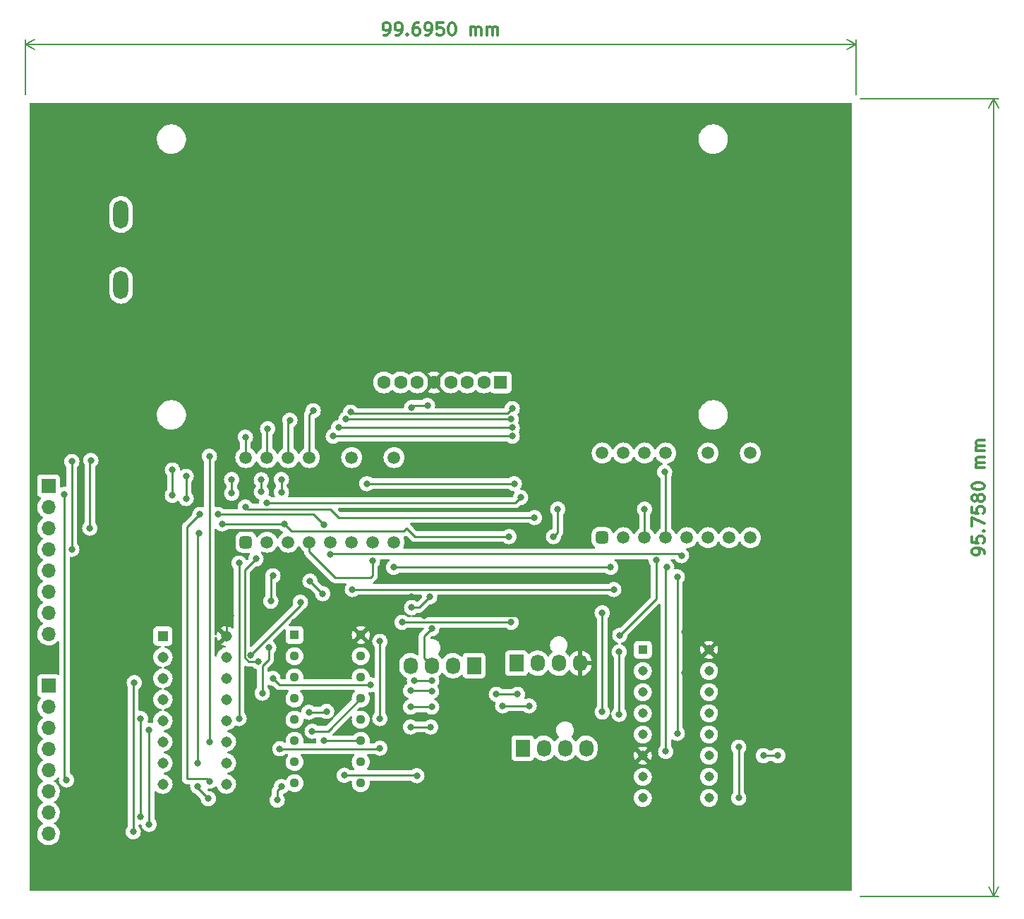
<source format=gbr>
%TF.GenerationSoftware,KiCad,Pcbnew,(6.0.7)*%
%TF.CreationDate,2022-10-31T18:54:20-05:00*%
%TF.ProjectId,senior_design,73656e69-6f72-45f6-9465-7369676e2e6b,rev?*%
%TF.SameCoordinates,Original*%
%TF.FileFunction,Copper,L1,Top*%
%TF.FilePolarity,Positive*%
%FSLAX46Y46*%
G04 Gerber Fmt 4.6, Leading zero omitted, Abs format (unit mm)*
G04 Created by KiCad (PCBNEW (6.0.7)) date 2022-10-31 18:54:20*
%MOMM*%
%LPD*%
G01*
G04 APERTURE LIST*
G04 Aperture macros list*
%AMRoundRect*
0 Rectangle with rounded corners*
0 $1 Rounding radius*
0 $2 $3 $4 $5 $6 $7 $8 $9 X,Y pos of 4 corners*
0 Add a 4 corners polygon primitive as box body*
4,1,4,$2,$3,$4,$5,$6,$7,$8,$9,$2,$3,0*
0 Add four circle primitives for the rounded corners*
1,1,$1+$1,$2,$3*
1,1,$1+$1,$4,$5*
1,1,$1+$1,$6,$7*
1,1,$1+$1,$8,$9*
0 Add four rect primitives between the rounded corners*
20,1,$1+$1,$2,$3,$4,$5,0*
20,1,$1+$1,$4,$5,$6,$7,0*
20,1,$1+$1,$6,$7,$8,$9,0*
20,1,$1+$1,$8,$9,$2,$3,0*%
G04 Aperture macros list end*
%ADD10C,0.300000*%
%TA.AperFunction,NonConductor*%
%ADD11C,0.300000*%
%TD*%
%TA.AperFunction,NonConductor*%
%ADD12C,0.200000*%
%TD*%
%TA.AperFunction,ComponentPad*%
%ADD13R,1.130000X1.130000*%
%TD*%
%TA.AperFunction,ComponentPad*%
%ADD14C,1.130000*%
%TD*%
%TA.AperFunction,ComponentPad*%
%ADD15R,1.700000X1.700000*%
%TD*%
%TA.AperFunction,ComponentPad*%
%ADD16O,1.700000X1.700000*%
%TD*%
%TA.AperFunction,ComponentPad*%
%ADD17RoundRect,0.375000X0.375000X-0.375000X0.375000X0.375000X-0.375000X0.375000X-0.375000X-0.375000X0*%
%TD*%
%TA.AperFunction,ComponentPad*%
%ADD18C,1.500000*%
%TD*%
%TA.AperFunction,ComponentPad*%
%ADD19R,1.730000X2.030000*%
%TD*%
%TA.AperFunction,ComponentPad*%
%ADD20O,1.730000X2.030000*%
%TD*%
%TA.AperFunction,ComponentPad*%
%ADD21R,1.140000X1.140000*%
%TD*%
%TA.AperFunction,ComponentPad*%
%ADD22C,1.140000*%
%TD*%
%TA.AperFunction,ComponentPad*%
%ADD23R,1.600000X1.600000*%
%TD*%
%TA.AperFunction,ComponentPad*%
%ADD24C,1.600000*%
%TD*%
%TA.AperFunction,ComponentPad*%
%ADD25O,1.800000X3.400000*%
%TD*%
%TA.AperFunction,ComponentPad*%
%ADD26R,1.308000X1.308000*%
%TD*%
%TA.AperFunction,ComponentPad*%
%ADD27C,1.308000*%
%TD*%
%TA.AperFunction,ViaPad*%
%ADD28C,0.800000*%
%TD*%
%TA.AperFunction,Conductor*%
%ADD29C,0.250000*%
%TD*%
G04 APERTURE END LIST*
D10*
D11*
X159660571Y-81715714D02*
X159660571Y-81430000D01*
X159589142Y-81287142D01*
X159517714Y-81215714D01*
X159303428Y-81072857D01*
X159017714Y-81001428D01*
X158446285Y-81001428D01*
X158303428Y-81072857D01*
X158232000Y-81144285D01*
X158160571Y-81287142D01*
X158160571Y-81572857D01*
X158232000Y-81715714D01*
X158303428Y-81787142D01*
X158446285Y-81858571D01*
X158803428Y-81858571D01*
X158946285Y-81787142D01*
X159017714Y-81715714D01*
X159089142Y-81572857D01*
X159089142Y-81287142D01*
X159017714Y-81144285D01*
X158946285Y-81072857D01*
X158803428Y-81001428D01*
X158160571Y-79644285D02*
X158160571Y-80358571D01*
X158874857Y-80430000D01*
X158803428Y-80358571D01*
X158732000Y-80215714D01*
X158732000Y-79858571D01*
X158803428Y-79715714D01*
X158874857Y-79644285D01*
X159017714Y-79572857D01*
X159374857Y-79572857D01*
X159517714Y-79644285D01*
X159589142Y-79715714D01*
X159660571Y-79858571D01*
X159660571Y-80215714D01*
X159589142Y-80358571D01*
X159517714Y-80430000D01*
X159517714Y-78930000D02*
X159589142Y-78858571D01*
X159660571Y-78930000D01*
X159589142Y-79001428D01*
X159517714Y-78930000D01*
X159660571Y-78930000D01*
X158160571Y-78358571D02*
X158160571Y-77358571D01*
X159660571Y-78001428D01*
X158160571Y-76072857D02*
X158160571Y-76787142D01*
X158874857Y-76858571D01*
X158803428Y-76787142D01*
X158732000Y-76644285D01*
X158732000Y-76287142D01*
X158803428Y-76144285D01*
X158874857Y-76072857D01*
X159017714Y-76001428D01*
X159374857Y-76001428D01*
X159517714Y-76072857D01*
X159589142Y-76144285D01*
X159660571Y-76287142D01*
X159660571Y-76644285D01*
X159589142Y-76787142D01*
X159517714Y-76858571D01*
X158803428Y-75144285D02*
X158732000Y-75287142D01*
X158660571Y-75358571D01*
X158517714Y-75430000D01*
X158446285Y-75430000D01*
X158303428Y-75358571D01*
X158232000Y-75287142D01*
X158160571Y-75144285D01*
X158160571Y-74858571D01*
X158232000Y-74715714D01*
X158303428Y-74644285D01*
X158446285Y-74572857D01*
X158517714Y-74572857D01*
X158660571Y-74644285D01*
X158732000Y-74715714D01*
X158803428Y-74858571D01*
X158803428Y-75144285D01*
X158874857Y-75287142D01*
X158946285Y-75358571D01*
X159089142Y-75430000D01*
X159374857Y-75430000D01*
X159517714Y-75358571D01*
X159589142Y-75287142D01*
X159660571Y-75144285D01*
X159660571Y-74858571D01*
X159589142Y-74715714D01*
X159517714Y-74644285D01*
X159374857Y-74572857D01*
X159089142Y-74572857D01*
X158946285Y-74644285D01*
X158874857Y-74715714D01*
X158803428Y-74858571D01*
X158160571Y-73644285D02*
X158160571Y-73501428D01*
X158232000Y-73358571D01*
X158303428Y-73287142D01*
X158446285Y-73215714D01*
X158732000Y-73144285D01*
X159089142Y-73144285D01*
X159374857Y-73215714D01*
X159517714Y-73287142D01*
X159589142Y-73358571D01*
X159660571Y-73501428D01*
X159660571Y-73644285D01*
X159589142Y-73787142D01*
X159517714Y-73858571D01*
X159374857Y-73930000D01*
X159089142Y-74001428D01*
X158732000Y-74001428D01*
X158446285Y-73930000D01*
X158303428Y-73858571D01*
X158232000Y-73787142D01*
X158160571Y-73644285D01*
X159660571Y-71358571D02*
X158660571Y-71358571D01*
X158803428Y-71358571D02*
X158732000Y-71287142D01*
X158660571Y-71144285D01*
X158660571Y-70930000D01*
X158732000Y-70787142D01*
X158874857Y-70715714D01*
X159660571Y-70715714D01*
X158874857Y-70715714D02*
X158732000Y-70644285D01*
X158660571Y-70501428D01*
X158660571Y-70287142D01*
X158732000Y-70144285D01*
X158874857Y-70072857D01*
X159660571Y-70072857D01*
X159660571Y-69358571D02*
X158660571Y-69358571D01*
X158803428Y-69358571D02*
X158732000Y-69287142D01*
X158660571Y-69144285D01*
X158660571Y-68930000D01*
X158732000Y-68787142D01*
X158874857Y-68715714D01*
X159660571Y-68715714D01*
X158874857Y-68715714D02*
X158732000Y-68644285D01*
X158660571Y-68501428D01*
X158660571Y-68287142D01*
X158732000Y-68144285D01*
X158874857Y-68072857D01*
X159660571Y-68072857D01*
D12*
X144772000Y-27051000D02*
X161368420Y-27051000D01*
X144772000Y-122809000D02*
X161368420Y-122809000D01*
X160782000Y-27051000D02*
X160782000Y-122809000D01*
X160782000Y-27051000D02*
X160782000Y-122809000D01*
X160782000Y-27051000D02*
X160195579Y-28177504D01*
X160782000Y-27051000D02*
X161368421Y-28177504D01*
X160782000Y-122809000D02*
X161368421Y-121682496D01*
X160782000Y-122809000D02*
X160195579Y-121682496D01*
D10*
D11*
X87638785Y-19452571D02*
X87924500Y-19452571D01*
X88067357Y-19381142D01*
X88138785Y-19309714D01*
X88281642Y-19095428D01*
X88353071Y-18809714D01*
X88353071Y-18238285D01*
X88281642Y-18095428D01*
X88210214Y-18024000D01*
X88067357Y-17952571D01*
X87781642Y-17952571D01*
X87638785Y-18024000D01*
X87567357Y-18095428D01*
X87495928Y-18238285D01*
X87495928Y-18595428D01*
X87567357Y-18738285D01*
X87638785Y-18809714D01*
X87781642Y-18881142D01*
X88067357Y-18881142D01*
X88210214Y-18809714D01*
X88281642Y-18738285D01*
X88353071Y-18595428D01*
X89067357Y-19452571D02*
X89353071Y-19452571D01*
X89495928Y-19381142D01*
X89567357Y-19309714D01*
X89710214Y-19095428D01*
X89781642Y-18809714D01*
X89781642Y-18238285D01*
X89710214Y-18095428D01*
X89638785Y-18024000D01*
X89495928Y-17952571D01*
X89210214Y-17952571D01*
X89067357Y-18024000D01*
X88995928Y-18095428D01*
X88924500Y-18238285D01*
X88924500Y-18595428D01*
X88995928Y-18738285D01*
X89067357Y-18809714D01*
X89210214Y-18881142D01*
X89495928Y-18881142D01*
X89638785Y-18809714D01*
X89710214Y-18738285D01*
X89781642Y-18595428D01*
X90424500Y-19309714D02*
X90495928Y-19381142D01*
X90424500Y-19452571D01*
X90353071Y-19381142D01*
X90424500Y-19309714D01*
X90424500Y-19452571D01*
X91781642Y-17952571D02*
X91495928Y-17952571D01*
X91353071Y-18024000D01*
X91281642Y-18095428D01*
X91138785Y-18309714D01*
X91067357Y-18595428D01*
X91067357Y-19166857D01*
X91138785Y-19309714D01*
X91210214Y-19381142D01*
X91353071Y-19452571D01*
X91638785Y-19452571D01*
X91781642Y-19381142D01*
X91853071Y-19309714D01*
X91924500Y-19166857D01*
X91924500Y-18809714D01*
X91853071Y-18666857D01*
X91781642Y-18595428D01*
X91638785Y-18524000D01*
X91353071Y-18524000D01*
X91210214Y-18595428D01*
X91138785Y-18666857D01*
X91067357Y-18809714D01*
X92638785Y-19452571D02*
X92924500Y-19452571D01*
X93067357Y-19381142D01*
X93138785Y-19309714D01*
X93281642Y-19095428D01*
X93353071Y-18809714D01*
X93353071Y-18238285D01*
X93281642Y-18095428D01*
X93210214Y-18024000D01*
X93067357Y-17952571D01*
X92781642Y-17952571D01*
X92638785Y-18024000D01*
X92567357Y-18095428D01*
X92495928Y-18238285D01*
X92495928Y-18595428D01*
X92567357Y-18738285D01*
X92638785Y-18809714D01*
X92781642Y-18881142D01*
X93067357Y-18881142D01*
X93210214Y-18809714D01*
X93281642Y-18738285D01*
X93353071Y-18595428D01*
X94710214Y-17952571D02*
X93995928Y-17952571D01*
X93924500Y-18666857D01*
X93995928Y-18595428D01*
X94138785Y-18524000D01*
X94495928Y-18524000D01*
X94638785Y-18595428D01*
X94710214Y-18666857D01*
X94781642Y-18809714D01*
X94781642Y-19166857D01*
X94710214Y-19309714D01*
X94638785Y-19381142D01*
X94495928Y-19452571D01*
X94138785Y-19452571D01*
X93995928Y-19381142D01*
X93924500Y-19309714D01*
X95710214Y-17952571D02*
X95853071Y-17952571D01*
X95995928Y-18024000D01*
X96067357Y-18095428D01*
X96138785Y-18238285D01*
X96210214Y-18524000D01*
X96210214Y-18881142D01*
X96138785Y-19166857D01*
X96067357Y-19309714D01*
X95995928Y-19381142D01*
X95853071Y-19452571D01*
X95710214Y-19452571D01*
X95567357Y-19381142D01*
X95495928Y-19309714D01*
X95424500Y-19166857D01*
X95353071Y-18881142D01*
X95353071Y-18524000D01*
X95424500Y-18238285D01*
X95495928Y-18095428D01*
X95567357Y-18024000D01*
X95710214Y-17952571D01*
X97995928Y-19452571D02*
X97995928Y-18452571D01*
X97995928Y-18595428D02*
X98067357Y-18524000D01*
X98210214Y-18452571D01*
X98424500Y-18452571D01*
X98567357Y-18524000D01*
X98638785Y-18666857D01*
X98638785Y-19452571D01*
X98638785Y-18666857D02*
X98710214Y-18524000D01*
X98853071Y-18452571D01*
X99067357Y-18452571D01*
X99210214Y-18524000D01*
X99281642Y-18666857D01*
X99281642Y-19452571D01*
X99995928Y-19452571D02*
X99995928Y-18452571D01*
X99995928Y-18595428D02*
X100067357Y-18524000D01*
X100210214Y-18452571D01*
X100424500Y-18452571D01*
X100567357Y-18524000D01*
X100638785Y-18666857D01*
X100638785Y-19452571D01*
X100638785Y-18666857D02*
X100710214Y-18524000D01*
X100853071Y-18452571D01*
X101067357Y-18452571D01*
X101210214Y-18524000D01*
X101281642Y-18666857D01*
X101281642Y-19452571D01*
D12*
X44577000Y-26551000D02*
X44577000Y-19987580D01*
X144272000Y-26551000D02*
X144272000Y-19987580D01*
X44577000Y-20574000D02*
X144272000Y-20574000D01*
X44577000Y-20574000D02*
X144272000Y-20574000D01*
X44577000Y-20574000D02*
X45703504Y-21160421D01*
X44577000Y-20574000D02*
X45703504Y-19987579D01*
X144272000Y-20574000D02*
X143145496Y-19987579D01*
X144272000Y-20574000D02*
X143145496Y-21160421D01*
D13*
%TO.P,U3,1,Q1*%
%TO.N,Net-(U3-Pad1)*%
X76887500Y-91440000D03*
D14*
%TO.P,U3,2,Q2*%
%TO.N,Net-(U3-Pad2)*%
X76887500Y-93980000D03*
%TO.P,U3,3,Q3*%
%TO.N,unconnected-(U3-Pad3)*%
X76887500Y-96520000D03*
%TO.P,U3,4,Q4*%
%TO.N,unconnected-(U3-Pad4)*%
X76887500Y-99060000D03*
%TO.P,U3,5,Q5*%
%TO.N,unconnected-(U3-Pad5)*%
X76887500Y-101600000D03*
%TO.P,U3,6,Q6*%
%TO.N,unconnected-(U3-Pad6)*%
X76887500Y-104140000D03*
%TO.P,U3,7,Q7*%
%TO.N,unconnected-(U3-Pad7)*%
X76887500Y-106680000D03*
%TO.P,U3,8,GND*%
%TO.N,/GND*%
X76887500Y-109220000D03*
%TO.P,U3,9,~{RCO}*%
%TO.N,Net-(U3-Pad9)*%
X84827500Y-109220000D03*
%TO.P,U3,10,~{MRC}*%
%TO.N,Net-(U3-Pad10)*%
X84827500Y-106680000D03*
%TO.P,U3,11,CPC*%
%TO.N,Net-(U3-Pad11)*%
X84827500Y-104140000D03*
%TO.P,U3,12,~{CE}*%
%TO.N,/GND*%
X84827500Y-101600000D03*
%TO.P,U3,13,CPR*%
%TO.N,Net-(U3-Pad13)*%
X84827500Y-99060000D03*
%TO.P,U3,14,~{OE}*%
%TO.N,Net-(U3-Pad14)*%
X84827500Y-96520000D03*
%TO.P,U3,15,Q0*%
%TO.N,Net-(U3-Pad15)*%
X84827500Y-93980000D03*
%TO.P,U3,16,VCC*%
%TO.N,/3.3V*%
X84827500Y-91440000D03*
%TD*%
D15*
%TO.P,J5,1,Pin_1*%
%TO.N,Net-(U1-Pad7)*%
X47371000Y-73533000D03*
D16*
%TO.P,J5,2,Pin_2*%
%TO.N,Net-(U1-Pad8)*%
X47371000Y-76073000D03*
%TO.P,J5,3,Pin_3*%
%TO.N,Net-(U1-Pad9)*%
X47371000Y-78613000D03*
%TO.P,J5,4,Pin_4*%
%TO.N,Net-(U1-Pad10)*%
X47371000Y-81153000D03*
%TO.P,J5,5,Pin_5*%
%TO.N,Net-(U3-Pad14)*%
X47371000Y-83693000D03*
%TO.P,J5,6,Pin_6*%
%TO.N,Net-(U3-Pad10)*%
X47371000Y-86233000D03*
%TO.P,J5,7,Pin_7*%
%TO.N,Net-(U3-Pad13)*%
X47371000Y-88773000D03*
%TO.P,J5,8,Pin_8*%
%TO.N,Net-(U3-Pad11)*%
X47371000Y-91313000D03*
%TD*%
D17*
%TO.P,U6,1,CA1*%
%TO.N,Net-(U5-Pad7)*%
X113792000Y-79756000D03*
D18*
%TO.P,U6,2,CA2*%
%TO.N,Net-(U5-Pad9)*%
X116332000Y-79756000D03*
%TO.P,U6,3,D*%
%TO.N,Net-(U2-Pad10)*%
X118872000Y-79756000D03*
%TO.P,U6,4,CAL*%
%TO.N,/GND*%
X121412000Y-79756000D03*
%TO.P,U6,5,E*%
%TO.N,Net-(U2-Pad9)*%
X123952000Y-79756000D03*
%TO.P,U6,6,CA3*%
%TO.N,Net-(U5-Pad10)*%
X126492000Y-79756000D03*
%TO.P,U6,7,DP*%
X129032000Y-79756000D03*
%TO.P,U6,8,CA4*%
%TO.N,Net-(U5-Pad11)*%
X131572000Y-79756000D03*
%TO.P,U6,9,NC*%
%TO.N,unconnected-(U6-Pad9)*%
X131572000Y-69596000D03*
%TO.P,U6,11,F*%
%TO.N,Net-(U2-Pad15)*%
X126492000Y-69596000D03*
%TO.P,U6,13,C*%
%TO.N,Net-(U2-Pad11)*%
X121412000Y-69596000D03*
%TO.P,U6,14,A*%
%TO.N,Net-(U2-Pad13)*%
X118872000Y-69596000D03*
%TO.P,U6,15,G*%
%TO.N,Net-(U2-Pad14)*%
X116332000Y-69596000D03*
%TO.P,U6,16,B*%
%TO.N,Net-(U2-Pad12)*%
X113792000Y-69596000D03*
%TD*%
D19*
%TO.P,J2,1,Pin_1*%
%TO.N,unconnected-(J2-Pad1)*%
X103515000Y-94823000D03*
D20*
%TO.P,J2,2,Pin_2*%
%TO.N,/RST'*%
X106055000Y-94823000D03*
%TO.P,J2,3,Pin_3*%
%TO.N,/GND*%
X108595000Y-94823000D03*
%TO.P,J2,4,Pin_4*%
%TO.N,/3.3V*%
X111135000Y-94823000D03*
%TD*%
D21*
%TO.P,U5,1,A0*%
%TO.N,Net-(U3-Pad15)*%
X118668000Y-93218000D03*
D22*
%TO.P,U5,2,A1*%
%TO.N,Net-(U3-Pad1)*%
X118668000Y-95758000D03*
%TO.P,U5,3,A2*%
%TO.N,Net-(U3-Pad2)*%
X118668000Y-98298000D03*
%TO.P,U5,4,~{LE}*%
%TO.N,/GND*%
X118668000Y-100838000D03*
%TO.P,U5,5,~{E1}*%
X118668000Y-103378000D03*
%TO.P,U5,6,E2*%
%TO.N,/3.3V*%
X118668000Y-105918000D03*
%TO.P,U5,7,Y7*%
%TO.N,Net-(U5-Pad7)*%
X118668000Y-108458000D03*
%TO.P,U5,8,GND*%
%TO.N,/GND*%
X118668000Y-110998000D03*
%TO.P,U5,9,Y6*%
%TO.N,Net-(U5-Pad9)*%
X126608000Y-110998000D03*
%TO.P,U5,10,Y5*%
%TO.N,Net-(U5-Pad10)*%
X126608000Y-108458000D03*
%TO.P,U5,11,Y4*%
%TO.N,Net-(U5-Pad11)*%
X126608000Y-105918000D03*
%TO.P,U5,12,Y3*%
%TO.N,Net-(U4-Pad1)*%
X126608000Y-103378000D03*
%TO.P,U5,13,Y2*%
%TO.N,Net-(U4-Pad2)*%
X126608000Y-100838000D03*
%TO.P,U5,14,Y1*%
%TO.N,Net-(U4-Pad6)*%
X126608000Y-98298000D03*
%TO.P,U5,15,Y0*%
%TO.N,Net-(U4-Pad8)*%
X126608000Y-95758000D03*
%TO.P,U5,16,VCC*%
%TO.N,/3.3V*%
X126608000Y-93218000D03*
%TD*%
D15*
%TO.P,J4,1,Pin_1*%
%TO.N,unconnected-(J4-Pad1)*%
X47371000Y-97536000D03*
D16*
%TO.P,J4,2,Pin_2*%
%TO.N,unconnected-(J4-Pad2)*%
X47371000Y-100076000D03*
%TO.P,J4,3,Pin_3*%
%TO.N,unconnected-(J4-Pad3)*%
X47371000Y-102616000D03*
%TO.P,J4,4,Pin_4*%
%TO.N,Net-(U3-Pad9)*%
X47371000Y-105156000D03*
%TO.P,J4,5,Pin_5*%
%TO.N,Net-(U1-Pad6)*%
X47371000Y-107696000D03*
%TO.P,J4,6,Pin_6*%
%TO.N,Net-(U2-Pad4)*%
X47371000Y-110236000D03*
%TO.P,J4,7,Pin_7*%
%TO.N,Net-(U2-Pad5)*%
X47371000Y-112776000D03*
%TO.P,J4,8,Pin_8*%
%TO.N,Net-(U2-Pad3)*%
X47371000Y-115316000D03*
%TD*%
D17*
%TO.P,U4,1,CA1*%
%TO.N,Net-(U4-Pad1)*%
X71051000Y-80296500D03*
D18*
%TO.P,U4,2,CA2*%
%TO.N,Net-(U4-Pad2)*%
X73591000Y-80296500D03*
%TO.P,U4,3,D*%
%TO.N,Net-(U2-Pad10)*%
X76131000Y-80296500D03*
%TO.P,U4,4,CAL*%
%TO.N,/GND*%
X78671000Y-80296500D03*
%TO.P,U4,5,E*%
%TO.N,Net-(U2-Pad9)*%
X81211000Y-80296500D03*
%TO.P,U4,6,CA3*%
%TO.N,Net-(U4-Pad6)*%
X83751000Y-80296500D03*
%TO.P,U4,7,DP*%
%TO.N,/GND*%
X86291000Y-80296500D03*
%TO.P,U4,8,CA4*%
%TO.N,Net-(U4-Pad8)*%
X88831000Y-80296500D03*
%TO.P,U4,9,NC*%
%TO.N,unconnected-(U4-Pad9)*%
X88831000Y-70136500D03*
%TO.P,U4,11,F*%
%TO.N,Net-(U2-Pad15)*%
X83751000Y-70136500D03*
%TO.P,U4,13,C*%
%TO.N,Net-(U2-Pad11)*%
X78671000Y-70136500D03*
%TO.P,U4,14,A*%
%TO.N,Net-(U2-Pad13)*%
X76131000Y-70136500D03*
%TO.P,U4,15,G*%
%TO.N,Net-(U2-Pad14)*%
X73591000Y-70136500D03*
%TO.P,U4,16,B*%
%TO.N,Net-(U2-Pad12)*%
X71051000Y-70136500D03*
%TD*%
D23*
%TO.P,U1,1,~{RST}*%
%TO.N,/RST'*%
X101615000Y-61112000D03*
D24*
%TO.P,U1,2,SCL*%
%TO.N,/CLK*%
X99615000Y-61112000D03*
%TO.P,U1,3,SDA*%
%TO.N,/data*%
X97615000Y-61112000D03*
%TO.P,U1,4,VSS*%
%TO.N,/GND*%
X95615000Y-61112000D03*
%TO.P,U1,5,VDD*%
%TO.N,/3.3V*%
X93615000Y-61112000D03*
%TO.P,U1,6,VOUT*%
%TO.N,Net-(U1-Pad6)*%
X91615000Y-61112000D03*
%TO.P,U1,7,C1+*%
%TO.N,Net-(U1-Pad7)*%
X89615000Y-61112000D03*
%TO.P,U1,8,C1-*%
%TO.N,Net-(U1-Pad8)*%
X87615000Y-61112000D03*
D25*
%TO.P,U1,9,A*%
%TO.N,Net-(U1-Pad9)*%
X56065000Y-49462000D03*
%TO.P,U1,10,K*%
%TO.N,Net-(U1-Pad10)*%
X56065000Y-40962000D03*
%TD*%
D26*
%TO.P,U2,1,B*%
%TO.N,/A1*%
X61087000Y-91567000D03*
D27*
%TO.P,U2,2,C*%
%TO.N,/A2*%
X61087000Y-94107000D03*
%TO.P,U2,3,~{LT}*%
%TO.N,Net-(U2-Pad3)*%
X61087000Y-96647000D03*
%TO.P,U2,4,~{BI}/~{RBO}*%
%TO.N,Net-(U2-Pad4)*%
X61087000Y-99187000D03*
%TO.P,U2,5,~{RBI}*%
%TO.N,Net-(U2-Pad5)*%
X61087000Y-101727000D03*
%TO.P,U2,6,D*%
%TO.N,/A3*%
X61087000Y-104267000D03*
%TO.P,U2,7,A*%
%TO.N,/A0*%
X61087000Y-106807000D03*
%TO.P,U2,8,GND*%
%TO.N,/GND*%
X61087000Y-109347000D03*
%TO.P,U2,9,e*%
%TO.N,Net-(U2-Pad9)*%
X68707000Y-109347000D03*
%TO.P,U2,10,d*%
%TO.N,Net-(U2-Pad10)*%
X68707000Y-106807000D03*
%TO.P,U2,11,c*%
%TO.N,Net-(U2-Pad11)*%
X68707000Y-104267000D03*
%TO.P,U2,12,b*%
%TO.N,Net-(U2-Pad12)*%
X68707000Y-101727000D03*
%TO.P,U2,13,a*%
%TO.N,Net-(U2-Pad13)*%
X68707000Y-99187000D03*
%TO.P,U2,14,g*%
%TO.N,Net-(U2-Pad14)*%
X68707000Y-96647000D03*
%TO.P,U2,15,f*%
%TO.N,Net-(U2-Pad15)*%
X68707000Y-94107000D03*
%TO.P,U2,16,VCC*%
%TO.N,/3.3V*%
X68707000Y-91567000D03*
%TD*%
D19*
%TO.P,J3,1,Pin_1*%
%TO.N,/A3*%
X104267000Y-105029000D03*
D20*
%TO.P,J3,2,Pin_2*%
%TO.N,/A2*%
X106807000Y-105029000D03*
%TO.P,J3,3,Pin_3*%
%TO.N,/A1*%
X109347000Y-105029000D03*
%TO.P,J3,4,Pin_4*%
%TO.N,/A0*%
X111887000Y-105029000D03*
%TD*%
D19*
%TO.P,J1,1,Pin_1*%
%TO.N,unconnected-(J1-Pad1)*%
X98425000Y-95123000D03*
D20*
%TO.P,J1,2,Pin_2*%
%TO.N,unconnected-(J1-Pad2)*%
X95885000Y-95123000D03*
%TO.P,J1,3,Pin_3*%
%TO.N,/CLK*%
X93345000Y-95123000D03*
%TO.P,J1,4,Pin_4*%
%TO.N,/data*%
X90805000Y-95123000D03*
%TD*%
D28*
%TO.N,/3.3V*%
X92456000Y-89154000D03*
X90932000Y-86868000D03*
%TO.N,Net-(U2-Pad3)*%
X57658000Y-97155000D03*
X57531000Y-115062000D03*
%TO.N,Net-(U2-Pad5)*%
X59436000Y-102870000D03*
X59436000Y-114173000D03*
%TO.N,Net-(U2-Pad4)*%
X58420000Y-101473000D03*
X58420000Y-113284000D03*
%TO.N,Net-(U1-Pad6)*%
X62230000Y-74676000D03*
X62230000Y-71628000D03*
X49530000Y-108839000D03*
X49276000Y-74549000D03*
%TO.N,Net-(U3-Pad11)*%
X80391000Y-104140000D03*
%TO.N,/A3*%
X87122000Y-105029000D03*
%TO.N,Net-(U3-Pad13)*%
X78994000Y-102997000D03*
%TO.N,Net-(U1-Pad10)*%
X50165000Y-70612000D03*
X50165000Y-81153000D03*
%TO.N,Net-(U1-Pad9)*%
X52451000Y-70485000D03*
X52324000Y-78613000D03*
%TO.N,Net-(U1-Pad8)*%
X63881000Y-72390000D03*
X63881000Y-75057000D03*
%TO.N,/CLK*%
X93345000Y-90678000D03*
%TO.N,/data*%
X90932000Y-88138000D03*
X93091000Y-86868000D03*
%TO.N,/GND*%
X87122000Y-101473000D03*
X115908201Y-91482799D03*
X92837000Y-63881000D03*
X75311000Y-109638500D03*
X66548000Y-111087500D03*
X86233000Y-82550000D03*
X120269000Y-82423000D03*
X65278000Y-109638500D03*
X78740000Y-84963000D03*
X80264000Y-86487000D03*
X90932000Y-64135000D03*
X115824000Y-100965000D03*
X121285000Y-71882000D03*
X74803000Y-111252000D03*
X115824000Y-93472000D03*
X87122000Y-92202000D03*
%TO.N,/3.3V*%
X76835000Y-89916000D03*
X123698000Y-96012000D03*
X79629000Y-89789000D03*
X69251223Y-89117776D03*
X72771000Y-89154000D03*
X123698000Y-91059000D03*
X74930000Y-89154000D03*
%TO.N,/A3*%
X75111792Y-105103500D03*
%TO.N,/A2*%
X80740425Y-100606977D03*
X90805000Y-102489000D03*
X93218000Y-102489000D03*
X78613000Y-100711000D03*
%TO.N,/A1*%
X85979000Y-97409000D03*
X91270500Y-96901000D03*
X93345000Y-96901000D03*
X74295000Y-96647000D03*
%TO.N,/A0*%
X91567000Y-108331000D03*
X82858951Y-108276049D03*
%TO.N,Net-(U2-Pad15)*%
X85566500Y-73279000D03*
X77597000Y-87503000D03*
X103251000Y-73279000D03*
X71628000Y-93853000D03*
%TO.N,Net-(U2-Pad10)*%
X107950000Y-79629000D03*
X65405000Y-79248000D03*
X68199000Y-78105000D03*
X75692000Y-78105000D03*
X102616000Y-79629000D03*
X108458000Y-76327000D03*
X118872000Y-76327000D03*
X65278000Y-106807000D03*
%TO.N,Net-(U2-Pad11)*%
X79121000Y-64516000D03*
X83612424Y-64700364D03*
X66675000Y-69977000D03*
X102997000Y-64262000D03*
X66675000Y-104267000D03*
%TO.N,Net-(U2-Pad14)*%
X72263000Y-82296000D03*
X72898000Y-74257500D03*
X102997000Y-66564497D03*
X72898000Y-72808500D03*
X82169000Y-66548000D03*
X72517000Y-94615000D03*
X73660000Y-66675000D03*
%TO.N,Net-(U2-Pad12)*%
X70993000Y-67691000D03*
X81534000Y-67564000D03*
X70231000Y-101473000D03*
X70231000Y-82804000D03*
X69342000Y-72771000D03*
X69342000Y-74422000D03*
X102997000Y-67564000D03*
%TO.N,Net-(U2-Pad13)*%
X74295000Y-84328000D03*
X75311000Y-72771000D03*
X102870000Y-65532000D03*
X73025000Y-98425000D03*
X83058000Y-65532000D03*
X74041000Y-87376000D03*
X76327000Y-65659000D03*
X75311000Y-74295000D03*
X73787000Y-92964000D03*
%TO.N,Net-(U2-Pad9)*%
X80391000Y-78232000D03*
X65532000Y-76962000D03*
X66675000Y-109000549D03*
X67691000Y-76962000D03*
X81153000Y-81788000D03*
X123317000Y-81915000D03*
%TO.N,Net-(U3-Pad1)*%
X103632000Y-98552000D03*
X93332277Y-98200687D03*
X90805000Y-98134500D03*
X101092000Y-98552000D03*
%TO.N,Net-(U3-Pad2)*%
X101854000Y-99949000D03*
X93345000Y-100076000D03*
X90805000Y-100076000D03*
X105029000Y-99949000D03*
%TO.N,Net-(U3-Pad15)*%
X89789000Y-89916000D03*
X102870000Y-89916000D03*
%TO.N,Net-(U4-Pad1)*%
X70993000Y-76073000D03*
X122809000Y-84455000D03*
X122809000Y-103251000D03*
X105664000Y-77343000D03*
%TO.N,Net-(U4-Pad2)*%
X73533000Y-75565000D03*
X104013000Y-74930000D03*
X121539000Y-83312000D03*
X121412000Y-105410000D03*
%TO.N,Net-(U4-Pad6)*%
X83820000Y-85979000D03*
X115189000Y-85979000D03*
%TO.N,Net-(U4-Pad8)*%
X88773000Y-83312000D03*
X114808000Y-83312000D03*
%TO.N,Net-(U5-Pad7)*%
X113792000Y-88773000D03*
X113792000Y-100673500D03*
%TO.N,Net-(U5-Pad9)*%
X130175000Y-110998000D03*
X130175000Y-104902000D03*
%TO.N,Net-(U5-Pad11)*%
X133133500Y-105918000D03*
X134874000Y-105918000D03*
%TD*%
D29*
%TO.N,/3.3V*%
X111135000Y-89164000D02*
X111135000Y-94823000D01*
X92456000Y-89154000D02*
X111125000Y-89154000D01*
X111125000Y-89154000D02*
X111135000Y-89164000D01*
X89399500Y-86868000D02*
X90932000Y-86868000D01*
X84827500Y-91440000D02*
X89399500Y-86868000D01*
%TO.N,Net-(U2-Pad3)*%
X57531000Y-115062000D02*
X57531000Y-97282000D01*
X57531000Y-97282000D02*
X57658000Y-97155000D01*
%TO.N,Net-(U2-Pad5)*%
X59436000Y-114173000D02*
X59436000Y-102870000D01*
%TO.N,Net-(U2-Pad4)*%
X58420000Y-113284000D02*
X58420000Y-101473000D01*
%TO.N,Net-(U1-Pad6)*%
X49276000Y-108585000D02*
X49276000Y-74549000D01*
X49530000Y-108839000D02*
X49276000Y-108585000D01*
X62230000Y-74676000D02*
X62230000Y-71628000D01*
%TO.N,Net-(U3-Pad11)*%
X80391000Y-104140000D02*
X84827500Y-104140000D01*
%TO.N,/A3*%
X87047500Y-105103500D02*
X87122000Y-105029000D01*
X75111792Y-105103500D02*
X87047500Y-105103500D01*
%TO.N,Net-(U3-Pad13)*%
X78994000Y-102997000D02*
X80890500Y-102997000D01*
X80890500Y-102997000D02*
X84827500Y-99060000D01*
%TO.N,Net-(U1-Pad10)*%
X50165000Y-81153000D02*
X50165000Y-70612000D01*
%TO.N,Net-(U1-Pad9)*%
X52324000Y-70612000D02*
X52451000Y-70485000D01*
X52324000Y-78613000D02*
X52324000Y-70612000D01*
%TO.N,Net-(U1-Pad8)*%
X63881000Y-75057000D02*
X63881000Y-72390000D01*
%TO.N,/CLK*%
X93345000Y-90678000D02*
X92419999Y-91603001D01*
X92419999Y-91603001D02*
X92419999Y-94197999D01*
X92419999Y-94197999D02*
X93345000Y-95123000D01*
%TO.N,/data*%
X93091000Y-86868000D02*
X91821000Y-88138000D01*
X91821000Y-88138000D02*
X90932000Y-88138000D01*
%TO.N,/RST'*%
X101615000Y-61112000D02*
X101615000Y-61199000D01*
X101615000Y-61199000D02*
X101600000Y-61214000D01*
%TO.N,/GND*%
X74803000Y-110146500D02*
X75311000Y-109638500D01*
X78671000Y-81465000D02*
X81788000Y-84582000D01*
X86233000Y-84328000D02*
X86233000Y-82550000D01*
X92837000Y-63881000D02*
X91186000Y-63881000D01*
X78671000Y-80296500D02*
X78671000Y-81465000D01*
X91186000Y-63881000D02*
X90932000Y-64135000D01*
X121285000Y-71882000D02*
X121412000Y-72009000D01*
X87122000Y-92202000D02*
X87122000Y-101473000D01*
X121412000Y-72009000D02*
X121412000Y-79756000D01*
X85979000Y-84582000D02*
X86233000Y-84328000D01*
X78740000Y-84963000D02*
X80264000Y-86487000D01*
X74803000Y-111252000D02*
X74803000Y-110146500D01*
X65278000Y-109638500D02*
X65278000Y-109817500D01*
X120269000Y-87122000D02*
X115908201Y-91482799D01*
X81788000Y-84582000D02*
X85979000Y-84582000D01*
X120269000Y-82423000D02*
X120269000Y-87122000D01*
X65278000Y-109817500D02*
X66548000Y-111087500D01*
X115824000Y-93472000D02*
X115824000Y-100965000D01*
%TO.N,/3.3V*%
X68707000Y-91567000D02*
X68707000Y-89661999D01*
X68707000Y-89661999D02*
X69251223Y-89117776D01*
X123698000Y-91059000D02*
X123698000Y-96012000D01*
X76962000Y-89789000D02*
X79629000Y-89789000D01*
X72771000Y-89154000D02*
X74930000Y-89154000D01*
X123825000Y-96012000D02*
X123698000Y-96012000D01*
X76835000Y-89916000D02*
X76962000Y-89789000D01*
%TO.N,/A3*%
X75111792Y-105103500D02*
X75291292Y-105283000D01*
%TO.N,/A2*%
X80636402Y-100711000D02*
X80740425Y-100606977D01*
X78613000Y-100711000D02*
X80636402Y-100711000D01*
X90805000Y-102489000D02*
X93218000Y-102489000D01*
%TO.N,/A1*%
X91270500Y-96901000D02*
X93345000Y-96901000D01*
X75058000Y-97410000D02*
X85978000Y-97410000D01*
X74295000Y-96647000D02*
X75058000Y-97410000D01*
X85978000Y-97410000D02*
X85979000Y-97409000D01*
%TO.N,/A0*%
X82858951Y-108276049D02*
X91512049Y-108276049D01*
X91512049Y-108276049D02*
X91567000Y-108331000D01*
%TO.N,Net-(U2-Pad15)*%
X71628000Y-93853000D02*
X77597000Y-87884000D01*
X77597000Y-87884000D02*
X77597000Y-87503000D01*
X103251000Y-73279000D02*
X85566500Y-73279000D01*
%TO.N,Net-(U2-Pad10)*%
X91313000Y-79629000D02*
X90297000Y-78613000D01*
X89953000Y-78957000D02*
X76544000Y-78957000D01*
X65278000Y-79375000D02*
X65405000Y-79248000D01*
X90297000Y-78613000D02*
X89953000Y-78957000D01*
X76544000Y-78957000D02*
X75692000Y-78105000D01*
X68199000Y-78105000D02*
X75692000Y-78105000D01*
X108458000Y-76327000D02*
X108458000Y-79121000D01*
X102616000Y-79629000D02*
X91313000Y-79629000D01*
X118872000Y-79756000D02*
X118872000Y-76327000D01*
X65278000Y-106807000D02*
X65278000Y-79375000D01*
X108458000Y-79121000D02*
X107950000Y-79629000D01*
%TO.N,Net-(U2-Pad11)*%
X78671000Y-64966000D02*
X78671000Y-70136500D01*
X102399000Y-64860000D02*
X83772060Y-64860000D01*
X102997000Y-64262000D02*
X102399000Y-64860000D01*
X66675000Y-104267000D02*
X66675000Y-69977000D01*
X79121000Y-64516000D02*
X78671000Y-64966000D01*
X83772060Y-64860000D02*
X83612424Y-64700364D01*
%TO.N,Net-(U2-Pad14)*%
X102997000Y-66564497D02*
X82185497Y-66564497D01*
X70903000Y-94153305D02*
X70903000Y-83656000D01*
X70903000Y-83656000D02*
X72263000Y-82296000D01*
X72898000Y-74257500D02*
X72898000Y-72808500D01*
X73660000Y-66675000D02*
X73591000Y-66744000D01*
X71364695Y-94615000D02*
X70903000Y-94153305D01*
X73591000Y-66744000D02*
X73591000Y-70136500D01*
X72517000Y-94615000D02*
X71364695Y-94615000D01*
X82185497Y-66564497D02*
X82169000Y-66548000D01*
%TO.N,Net-(U2-Pad12)*%
X70231000Y-101473000D02*
X70231000Y-82804000D01*
X70993000Y-67691000D02*
X70993000Y-70078500D01*
X102997000Y-67564000D02*
X81534000Y-67564000D01*
X70993000Y-70078500D02*
X71051000Y-70136500D01*
X69342000Y-74422000D02*
X69342000Y-72771000D01*
%TO.N,Net-(U2-Pad13)*%
X76327000Y-65659000D02*
X76131000Y-65855000D01*
X73025000Y-95132305D02*
X73787000Y-94370305D01*
X75311000Y-74295000D02*
X75311000Y-72771000D01*
X74041000Y-84582000D02*
X74295000Y-84328000D01*
X76131000Y-65855000D02*
X76131000Y-70136500D01*
X74041000Y-87376000D02*
X74041000Y-84582000D01*
X102870000Y-65532000D02*
X83058000Y-65532000D01*
X73787000Y-94370305D02*
X73787000Y-92964000D01*
X73025000Y-98425000D02*
X73025000Y-95132305D01*
%TO.N,Net-(U2-Pad9)*%
X67691000Y-76962000D02*
X79121000Y-76962000D01*
X66386451Y-108712000D02*
X64008000Y-108712000D01*
X64008000Y-78486000D02*
X65532000Y-76962000D01*
X64008000Y-108712000D02*
X64008000Y-78486000D01*
X123100000Y-81698000D02*
X81243000Y-81698000D01*
X81243000Y-81698000D02*
X81153000Y-81788000D01*
X79121000Y-76962000D02*
X80391000Y-78232000D01*
X123317000Y-81915000D02*
X123100000Y-81698000D01*
X66675000Y-109000549D02*
X66386451Y-108712000D01*
%TO.N,Net-(U3-Pad1)*%
X90805000Y-98134500D02*
X93266090Y-98134500D01*
X93266090Y-98134500D02*
X93332277Y-98200687D01*
X101092000Y-98552000D02*
X103632000Y-98552000D01*
%TO.N,Net-(U3-Pad2)*%
X101854000Y-99949000D02*
X105029000Y-99949000D01*
X90805000Y-100076000D02*
X93345000Y-100076000D01*
%TO.N,Net-(U3-Pad15)*%
X89789000Y-89916000D02*
X102870000Y-89916000D01*
%TO.N,Net-(U4-Pad1)*%
X71247000Y-76327000D02*
X70993000Y-76073000D01*
X122809000Y-103251000D02*
X122809000Y-84455000D01*
X82169000Y-77343000D02*
X81153000Y-76327000D01*
X105664000Y-77343000D02*
X82169000Y-77343000D01*
X81153000Y-76327000D02*
X71247000Y-76327000D01*
%TO.N,Net-(U4-Pad2)*%
X121412000Y-83439000D02*
X121539000Y-83312000D01*
X121412000Y-105410000D02*
X121412000Y-83439000D01*
X104013000Y-74930000D02*
X103378000Y-75565000D01*
X103378000Y-75565000D02*
X73533000Y-75565000D01*
%TO.N,Net-(U4-Pad6)*%
X115189000Y-85979000D02*
X83820000Y-85979000D01*
%TO.N,Net-(U4-Pad8)*%
X114808000Y-83312000D02*
X89027000Y-83312000D01*
X89027000Y-83312000D02*
X88773000Y-83312000D01*
%TO.N,Net-(U5-Pad7)*%
X113792000Y-100673500D02*
X113792000Y-88773000D01*
%TO.N,Net-(U5-Pad9)*%
X130175000Y-104902000D02*
X130175000Y-110998000D01*
%TO.N,Net-(U5-Pad11)*%
X134874000Y-105918000D02*
X133133500Y-105918000D01*
%TD*%
%TA.AperFunction,Conductor*%
%TO.N,/3.3V*%
G36*
X143705621Y-27579502D02*
G01*
X143752114Y-27633158D01*
X143763500Y-27685500D01*
X143763500Y-122047500D01*
X143743498Y-122115621D01*
X143689842Y-122162114D01*
X143637500Y-122173500D01*
X45211500Y-122173500D01*
X45143379Y-122153498D01*
X45096886Y-122099842D01*
X45085500Y-122047500D01*
X45085500Y-115282695D01*
X46008251Y-115282695D01*
X46008548Y-115287848D01*
X46008548Y-115287851D01*
X46014011Y-115382590D01*
X46021110Y-115505715D01*
X46022247Y-115510761D01*
X46022248Y-115510767D01*
X46040832Y-115593226D01*
X46070222Y-115723639D01*
X46154266Y-115930616D01*
X46270987Y-116121088D01*
X46417250Y-116289938D01*
X46589126Y-116432632D01*
X46782000Y-116545338D01*
X46990692Y-116625030D01*
X46995760Y-116626061D01*
X46995763Y-116626062D01*
X47103017Y-116647883D01*
X47209597Y-116669567D01*
X47214772Y-116669757D01*
X47214774Y-116669757D01*
X47427673Y-116677564D01*
X47427677Y-116677564D01*
X47432837Y-116677753D01*
X47437957Y-116677097D01*
X47437959Y-116677097D01*
X47649288Y-116650025D01*
X47649289Y-116650025D01*
X47654416Y-116649368D01*
X47659366Y-116647883D01*
X47863429Y-116586661D01*
X47863434Y-116586659D01*
X47868384Y-116585174D01*
X48068994Y-116486896D01*
X48250860Y-116357173D01*
X48409096Y-116199489D01*
X48468594Y-116116689D01*
X48536435Y-116022277D01*
X48539453Y-116018077D01*
X48619654Y-115855803D01*
X48636136Y-115822453D01*
X48636137Y-115822451D01*
X48638430Y-115817811D01*
X48703370Y-115604069D01*
X48732529Y-115382590D01*
X48734156Y-115316000D01*
X48715852Y-115093361D01*
X48707975Y-115062000D01*
X56617496Y-115062000D01*
X56618186Y-115068565D01*
X56619546Y-115081500D01*
X56637458Y-115251928D01*
X56696473Y-115433556D01*
X56791960Y-115598944D01*
X56796378Y-115603851D01*
X56796379Y-115603852D01*
X56801035Y-115609023D01*
X56919747Y-115740866D01*
X57074248Y-115853118D01*
X57080276Y-115855802D01*
X57080278Y-115855803D01*
X57237560Y-115925829D01*
X57248712Y-115930794D01*
X57342112Y-115950647D01*
X57429056Y-115969128D01*
X57429061Y-115969128D01*
X57435513Y-115970500D01*
X57626487Y-115970500D01*
X57632939Y-115969128D01*
X57632944Y-115969128D01*
X57719888Y-115950647D01*
X57813288Y-115930794D01*
X57824440Y-115925829D01*
X57981722Y-115855803D01*
X57981724Y-115855802D01*
X57987752Y-115853118D01*
X58142253Y-115740866D01*
X58260965Y-115609023D01*
X58265621Y-115603852D01*
X58265622Y-115603851D01*
X58270040Y-115598944D01*
X58365527Y-115433556D01*
X58424542Y-115251928D01*
X58442455Y-115081500D01*
X58443814Y-115068565D01*
X58444504Y-115062000D01*
X58443814Y-115055435D01*
X58425232Y-114878635D01*
X58425232Y-114878633D01*
X58424542Y-114872072D01*
X58365527Y-114690444D01*
X58357529Y-114676590D01*
X58328314Y-114625990D01*
X58270040Y-114525056D01*
X58196863Y-114443785D01*
X58166147Y-114379779D01*
X58164500Y-114359476D01*
X58164500Y-114314086D01*
X58184502Y-114245965D01*
X58238158Y-114199472D01*
X58308432Y-114189368D01*
X58316692Y-114190838D01*
X58318053Y-114191127D01*
X58318054Y-114191127D01*
X58324513Y-114192500D01*
X58411094Y-114192500D01*
X58479215Y-114212502D01*
X58525708Y-114266158D01*
X58536404Y-114305329D01*
X58537510Y-114315848D01*
X58542458Y-114362928D01*
X58601473Y-114544556D01*
X58696960Y-114709944D01*
X58824747Y-114851866D01*
X58979248Y-114964118D01*
X58985276Y-114966802D01*
X58985278Y-114966803D01*
X59147681Y-115039109D01*
X59153712Y-115041794D01*
X59242046Y-115060570D01*
X59334056Y-115080128D01*
X59334061Y-115080128D01*
X59340513Y-115081500D01*
X59531487Y-115081500D01*
X59537939Y-115080128D01*
X59537944Y-115080128D01*
X59629954Y-115060570D01*
X59718288Y-115041794D01*
X59724319Y-115039109D01*
X59886722Y-114966803D01*
X59886724Y-114966802D01*
X59892752Y-114964118D01*
X60047253Y-114851866D01*
X60175040Y-114709944D01*
X60270527Y-114544556D01*
X60329542Y-114362928D01*
X60334676Y-114314086D01*
X60348814Y-114179565D01*
X60349504Y-114173000D01*
X60348814Y-114166435D01*
X60330232Y-113989635D01*
X60330232Y-113989633D01*
X60329542Y-113983072D01*
X60270527Y-113801444D01*
X60175040Y-113636056D01*
X60101863Y-113554785D01*
X60071147Y-113490779D01*
X60069500Y-113470476D01*
X60069500Y-110277476D01*
X60089502Y-110209355D01*
X60143158Y-110162862D01*
X60213432Y-110152758D01*
X60278012Y-110182252D01*
X60283421Y-110187222D01*
X60352281Y-110254302D01*
X60357084Y-110257512D01*
X60357085Y-110257512D01*
X60402117Y-110287601D01*
X60529927Y-110373001D01*
X60535230Y-110375279D01*
X60535233Y-110375281D01*
X60664381Y-110430767D01*
X60726229Y-110457339D01*
X60827993Y-110480366D01*
X60928977Y-110503217D01*
X60928980Y-110503217D01*
X60934613Y-110504492D01*
X60940384Y-110504719D01*
X60940386Y-110504719D01*
X61005363Y-110507272D01*
X61148101Y-110512880D01*
X61253822Y-110497551D01*
X61353829Y-110483051D01*
X61353834Y-110483050D01*
X61359543Y-110482222D01*
X61365007Y-110480367D01*
X61365012Y-110480366D01*
X61526008Y-110425715D01*
X61561857Y-110413546D01*
X61748268Y-110309151D01*
X61763333Y-110296622D01*
X61904757Y-110179000D01*
X61912533Y-110172533D01*
X61994150Y-110074399D01*
X62045460Y-110012706D01*
X62049151Y-110008268D01*
X62153546Y-109821857D01*
X62171048Y-109770297D01*
X62220366Y-109625012D01*
X62220367Y-109625007D01*
X62222222Y-109619543D01*
X62226870Y-109587492D01*
X62251277Y-109419158D01*
X62252880Y-109408101D01*
X62254480Y-109347000D01*
X62239585Y-109184903D01*
X62235459Y-109139998D01*
X62235458Y-109139995D01*
X62234930Y-109134244D01*
X62232268Y-109124803D01*
X62178504Y-108934172D01*
X62178503Y-108934170D01*
X62176936Y-108928613D01*
X62174174Y-108923011D01*
X62084995Y-108742174D01*
X62082440Y-108736993D01*
X62063139Y-108711145D01*
X61958060Y-108570427D01*
X61958059Y-108570426D01*
X61954607Y-108565803D01*
X61950371Y-108561887D01*
X61801957Y-108424695D01*
X61801954Y-108424693D01*
X61797717Y-108420776D01*
X61617025Y-108306768D01*
X61418582Y-108227597D01*
X61346766Y-108213312D01*
X61283070Y-108200642D01*
X61220161Y-108167734D01*
X61185029Y-108106039D01*
X61188829Y-108035145D01*
X61230355Y-107977559D01*
X61289570Y-107952368D01*
X61359543Y-107942222D01*
X61365007Y-107940367D01*
X61365012Y-107940366D01*
X61526008Y-107885715D01*
X61561857Y-107873546D01*
X61748268Y-107769151D01*
X61763333Y-107756622D01*
X61908095Y-107636224D01*
X61912533Y-107632533D01*
X62049151Y-107468268D01*
X62153546Y-107281857D01*
X62172743Y-107225305D01*
X62220366Y-107085012D01*
X62220367Y-107085007D01*
X62222222Y-107079543D01*
X62227974Y-107039877D01*
X62252062Y-106873744D01*
X62252880Y-106868101D01*
X62254480Y-106807000D01*
X62235528Y-106600749D01*
X62235459Y-106599998D01*
X62235458Y-106599995D01*
X62234930Y-106594244D01*
X62233040Y-106587540D01*
X62178504Y-106394172D01*
X62178503Y-106394170D01*
X62176936Y-106388613D01*
X62165662Y-106365750D01*
X62084995Y-106202174D01*
X62082440Y-106196993D01*
X62075599Y-106187831D01*
X61958060Y-106030427D01*
X61958059Y-106030426D01*
X61954607Y-106025803D01*
X61938191Y-106010628D01*
X61801957Y-105884695D01*
X61801954Y-105884693D01*
X61797717Y-105880776D01*
X61617025Y-105766768D01*
X61418582Y-105687597D01*
X61357193Y-105675386D01*
X61283070Y-105660642D01*
X61220161Y-105627734D01*
X61185029Y-105566039D01*
X61188829Y-105495145D01*
X61230355Y-105437559D01*
X61289570Y-105412368D01*
X61359543Y-105402222D01*
X61365007Y-105400367D01*
X61365012Y-105400366D01*
X61526008Y-105345715D01*
X61561857Y-105333546D01*
X61748268Y-105229151D01*
X61912533Y-105092533D01*
X61991254Y-104997881D01*
X62045460Y-104932706D01*
X62049151Y-104928268D01*
X62153546Y-104741857D01*
X62188612Y-104638556D01*
X62220366Y-104545012D01*
X62220367Y-104545007D01*
X62222222Y-104539543D01*
X62223542Y-104530444D01*
X62246486Y-104372200D01*
X62252880Y-104328101D01*
X62254480Y-104267000D01*
X62240217Y-104111779D01*
X62235459Y-104059998D01*
X62235458Y-104059995D01*
X62234930Y-104054244D01*
X62232268Y-104044803D01*
X62178504Y-103854172D01*
X62178503Y-103854170D01*
X62176936Y-103848613D01*
X62168856Y-103832227D01*
X62084995Y-103662174D01*
X62082440Y-103656993D01*
X62063139Y-103631145D01*
X61958060Y-103490427D01*
X61958059Y-103490426D01*
X61954607Y-103485803D01*
X61950371Y-103481887D01*
X61801957Y-103344695D01*
X61801954Y-103344693D01*
X61797717Y-103340776D01*
X61617025Y-103226768D01*
X61418582Y-103147597D01*
X61357193Y-103135386D01*
X61283070Y-103120642D01*
X61220161Y-103087734D01*
X61185029Y-103026039D01*
X61188829Y-102955145D01*
X61230355Y-102897559D01*
X61289570Y-102872368D01*
X61359543Y-102862222D01*
X61365007Y-102860367D01*
X61365012Y-102860366D01*
X61540505Y-102800794D01*
X61561857Y-102793546D01*
X61748268Y-102689151D01*
X61763333Y-102676622D01*
X61908095Y-102556224D01*
X61912533Y-102552533D01*
X62049151Y-102388268D01*
X62153546Y-102201857D01*
X62172743Y-102145305D01*
X62220366Y-102005012D01*
X62220367Y-102005007D01*
X62222222Y-101999543D01*
X62223835Y-101988424D01*
X62243753Y-101851051D01*
X62252880Y-101788101D01*
X62254480Y-101727000D01*
X62237634Y-101543666D01*
X62235459Y-101519998D01*
X62235458Y-101519995D01*
X62234930Y-101514244D01*
X62232846Y-101506852D01*
X62178504Y-101314172D01*
X62178503Y-101314170D01*
X62176936Y-101308613D01*
X62170708Y-101295982D01*
X62084995Y-101122174D01*
X62082440Y-101116993D01*
X62063139Y-101091145D01*
X61958060Y-100950427D01*
X61958059Y-100950426D01*
X61954607Y-100945803D01*
X61950371Y-100941887D01*
X61801957Y-100804695D01*
X61801954Y-100804693D01*
X61797717Y-100800776D01*
X61617025Y-100686768D01*
X61418582Y-100607597D01*
X61347429Y-100593444D01*
X61283070Y-100580642D01*
X61220161Y-100547734D01*
X61185029Y-100486039D01*
X61188829Y-100415145D01*
X61230355Y-100357559D01*
X61289570Y-100332368D01*
X61359543Y-100322222D01*
X61365007Y-100320367D01*
X61365012Y-100320366D01*
X61535550Y-100262476D01*
X61561857Y-100253546D01*
X61748268Y-100149151D01*
X61763333Y-100136622D01*
X61908095Y-100016224D01*
X61912533Y-100012533D01*
X62049151Y-99848268D01*
X62153546Y-99661857D01*
X62172743Y-99605305D01*
X62220366Y-99465012D01*
X62220367Y-99465007D01*
X62222222Y-99459543D01*
X62224694Y-99442500D01*
X62247936Y-99282197D01*
X62252880Y-99248101D01*
X62254480Y-99187000D01*
X62237798Y-99005457D01*
X62235459Y-98979998D01*
X62235458Y-98979995D01*
X62234930Y-98974244D01*
X62232846Y-98966852D01*
X62178504Y-98774172D01*
X62178503Y-98774170D01*
X62176936Y-98768613D01*
X62170047Y-98754642D01*
X62084995Y-98582174D01*
X62082440Y-98576993D01*
X62063139Y-98551145D01*
X61958060Y-98410427D01*
X61958059Y-98410426D01*
X61954607Y-98405803D01*
X61950371Y-98401887D01*
X61801957Y-98264695D01*
X61801954Y-98264693D01*
X61797717Y-98260776D01*
X61617025Y-98146768D01*
X61418582Y-98067597D01*
X61347429Y-98053444D01*
X61283070Y-98040642D01*
X61220161Y-98007734D01*
X61185029Y-97946039D01*
X61188829Y-97875145D01*
X61230355Y-97817559D01*
X61289570Y-97792368D01*
X61359543Y-97782222D01*
X61365007Y-97780367D01*
X61365012Y-97780366D01*
X61556389Y-97715402D01*
X61561857Y-97713546D01*
X61748268Y-97609151D01*
X61762210Y-97597556D01*
X61908095Y-97476224D01*
X61912533Y-97472533D01*
X62013440Y-97351206D01*
X62045460Y-97312706D01*
X62049151Y-97308268D01*
X62153546Y-97121857D01*
X62184349Y-97031113D01*
X62220366Y-96925012D01*
X62220367Y-96925007D01*
X62222222Y-96919543D01*
X62229204Y-96871395D01*
X62247579Y-96744659D01*
X62252880Y-96708101D01*
X62254480Y-96647000D01*
X62238779Y-96476134D01*
X62235459Y-96439998D01*
X62235458Y-96439995D01*
X62234930Y-96434244D01*
X62232843Y-96426842D01*
X62178504Y-96234172D01*
X62178503Y-96234170D01*
X62176936Y-96228613D01*
X62170577Y-96215717D01*
X62084995Y-96042174D01*
X62082440Y-96036993D01*
X62063139Y-96011145D01*
X61958060Y-95870427D01*
X61958059Y-95870426D01*
X61954607Y-95865803D01*
X61948073Y-95859763D01*
X61801957Y-95724695D01*
X61801954Y-95724693D01*
X61797717Y-95720776D01*
X61617025Y-95606768D01*
X61418582Y-95527597D01*
X61332252Y-95510425D01*
X61283070Y-95500642D01*
X61220161Y-95467734D01*
X61185029Y-95406039D01*
X61188829Y-95335145D01*
X61230355Y-95277559D01*
X61289570Y-95252368D01*
X61359543Y-95242222D01*
X61365007Y-95240367D01*
X61365012Y-95240366D01*
X61556389Y-95175402D01*
X61561857Y-95173546D01*
X61748268Y-95069151D01*
X61763333Y-95056622D01*
X61908095Y-94936224D01*
X61912533Y-94932533D01*
X62011272Y-94813813D01*
X62045460Y-94772706D01*
X62049151Y-94768268D01*
X62153546Y-94581857D01*
X62169270Y-94535534D01*
X62220366Y-94385012D01*
X62220367Y-94385007D01*
X62222222Y-94379543D01*
X62227894Y-94340430D01*
X62249980Y-94188100D01*
X62252880Y-94168101D01*
X62254480Y-94107000D01*
X62239690Y-93946044D01*
X62235459Y-93899998D01*
X62235458Y-93899995D01*
X62234930Y-93894244D01*
X62233198Y-93888100D01*
X62178504Y-93694172D01*
X62178503Y-93694170D01*
X62176936Y-93688613D01*
X62166873Y-93668206D01*
X62084995Y-93502174D01*
X62082440Y-93496993D01*
X62067155Y-93476523D01*
X61958060Y-93330427D01*
X61958059Y-93330426D01*
X61954607Y-93325803D01*
X61936461Y-93309029D01*
X61801957Y-93184695D01*
X61801954Y-93184693D01*
X61797717Y-93180776D01*
X61617025Y-93066768D01*
X61418582Y-92987597D01*
X61412922Y-92986471D01*
X61412918Y-92986470D01*
X61375759Y-92979079D01*
X61312849Y-92946172D01*
X61277717Y-92884477D01*
X61281517Y-92813582D01*
X61323043Y-92755996D01*
X61389109Y-92730002D01*
X61400340Y-92729500D01*
X61789134Y-92729500D01*
X61851316Y-92722745D01*
X61987705Y-92671615D01*
X62104261Y-92584261D01*
X62191615Y-92467705D01*
X62242745Y-92331316D01*
X62249500Y-92269134D01*
X62249500Y-90864866D01*
X62242745Y-90802684D01*
X62191615Y-90666295D01*
X62104261Y-90549739D01*
X61987705Y-90462385D01*
X61851316Y-90411255D01*
X61789134Y-90404500D01*
X60384866Y-90404500D01*
X60322684Y-90411255D01*
X60186295Y-90462385D01*
X60069739Y-90549739D01*
X59982385Y-90666295D01*
X59931255Y-90802684D01*
X59924500Y-90864866D01*
X59924500Y-92269134D01*
X59931255Y-92331316D01*
X59982385Y-92467705D01*
X60069739Y-92584261D01*
X60186295Y-92671615D01*
X60322684Y-92722745D01*
X60384866Y-92729500D01*
X60762082Y-92729500D01*
X60830203Y-92749502D01*
X60876696Y-92803158D01*
X60886800Y-92873432D01*
X60857306Y-92938012D01*
X60794692Y-92977207D01*
X60790530Y-92978322D01*
X60784834Y-92979301D01*
X60584387Y-93053250D01*
X60579426Y-93056202D01*
X60579425Y-93056202D01*
X60405740Y-93159533D01*
X60405737Y-93159535D01*
X60400772Y-93162489D01*
X60396432Y-93166295D01*
X60396428Y-93166298D01*
X60248459Y-93296064D01*
X60240140Y-93303360D01*
X60107869Y-93471145D01*
X60105180Y-93476256D01*
X60105178Y-93476259D01*
X60057211Y-93567429D01*
X60008389Y-93660225D01*
X60006675Y-93665746D01*
X60006673Y-93665750D01*
X59947461Y-93856445D01*
X59945032Y-93864267D01*
X59919920Y-94076439D01*
X59933894Y-94289634D01*
X59986485Y-94496713D01*
X60075933Y-94690740D01*
X60079266Y-94695456D01*
X60193097Y-94856524D01*
X60199241Y-94865218D01*
X60203383Y-94869253D01*
X60259831Y-94924242D01*
X60352281Y-95014302D01*
X60357084Y-95017512D01*
X60357085Y-95017512D01*
X60402117Y-95047601D01*
X60529927Y-95133001D01*
X60535230Y-95135279D01*
X60535233Y-95135281D01*
X60710702Y-95210668D01*
X60726229Y-95217339D01*
X60797355Y-95233433D01*
X60892190Y-95254893D01*
X60954217Y-95289436D01*
X60987721Y-95352030D01*
X60982067Y-95422801D01*
X60939048Y-95479280D01*
X60885721Y-95501965D01*
X60784834Y-95519301D01*
X60584387Y-95593250D01*
X60579426Y-95596202D01*
X60579425Y-95596202D01*
X60405740Y-95699533D01*
X60405737Y-95699535D01*
X60400772Y-95702489D01*
X60396432Y-95706295D01*
X60396428Y-95706298D01*
X60277063Y-95810979D01*
X60240140Y-95843360D01*
X60107869Y-96011145D01*
X60105180Y-96016256D01*
X60105178Y-96016259D01*
X60057211Y-96107429D01*
X60008389Y-96200225D01*
X60006675Y-96205746D01*
X60006673Y-96205750D01*
X59948875Y-96391891D01*
X59945032Y-96404267D01*
X59919920Y-96616439D01*
X59933894Y-96829634D01*
X59986485Y-97036713D01*
X60075933Y-97230740D01*
X60079266Y-97235456D01*
X60156633Y-97344928D01*
X60199241Y-97405218D01*
X60203383Y-97409253D01*
X60304500Y-97507756D01*
X60352281Y-97554302D01*
X60357084Y-97557512D01*
X60357085Y-97557512D01*
X60388062Y-97578210D01*
X60529927Y-97673001D01*
X60535230Y-97675279D01*
X60535233Y-97675281D01*
X60720922Y-97755059D01*
X60726229Y-97757339D01*
X60778775Y-97769229D01*
X60892190Y-97794893D01*
X60954217Y-97829436D01*
X60987721Y-97892030D01*
X60982067Y-97962801D01*
X60939048Y-98019280D01*
X60885721Y-98041965D01*
X60784834Y-98059301D01*
X60584387Y-98133250D01*
X60579426Y-98136202D01*
X60579425Y-98136202D01*
X60405740Y-98239533D01*
X60405737Y-98239535D01*
X60400772Y-98242489D01*
X60396432Y-98246295D01*
X60396428Y-98246298D01*
X60254626Y-98370656D01*
X60240140Y-98383360D01*
X60107869Y-98551145D01*
X60105180Y-98556256D01*
X60105178Y-98556259D01*
X60091544Y-98582174D01*
X60008389Y-98740225D01*
X60006675Y-98745746D01*
X60006673Y-98745750D01*
X59949686Y-98929279D01*
X59945032Y-98944267D01*
X59919920Y-99156439D01*
X59933894Y-99369634D01*
X59986485Y-99576713D01*
X60075933Y-99770740D01*
X60079266Y-99775456D01*
X60141379Y-99863344D01*
X60199241Y-99945218D01*
X60203383Y-99949253D01*
X60246524Y-99991279D01*
X60352281Y-100094302D01*
X60357084Y-100097512D01*
X60357085Y-100097512D01*
X60395118Y-100122925D01*
X60529927Y-100213001D01*
X60535230Y-100215279D01*
X60535233Y-100215281D01*
X60720922Y-100295059D01*
X60726229Y-100297339D01*
X60785903Y-100310842D01*
X60892190Y-100334893D01*
X60954217Y-100369436D01*
X60987721Y-100432030D01*
X60982067Y-100502801D01*
X60939048Y-100559280D01*
X60885721Y-100581965D01*
X60784834Y-100599301D01*
X60584387Y-100673250D01*
X60579426Y-100676202D01*
X60579425Y-100676202D01*
X60405740Y-100779533D01*
X60405737Y-100779535D01*
X60400772Y-100782489D01*
X60396432Y-100786295D01*
X60396428Y-100786298D01*
X60265719Y-100900928D01*
X60240140Y-100923360D01*
X60236565Y-100927895D01*
X60236564Y-100927896D01*
X60214967Y-100955292D01*
X60107869Y-101091145D01*
X60105180Y-101096256D01*
X60105178Y-101096259D01*
X60080102Y-101143921D01*
X60008389Y-101280225D01*
X60006675Y-101285746D01*
X60006673Y-101285750D01*
X59946946Y-101478104D01*
X59945032Y-101484267D01*
X59919920Y-101696439D01*
X59932893Y-101894354D01*
X59932910Y-101894618D01*
X59917407Y-101963901D01*
X59866907Y-102013804D01*
X59797444Y-102028482D01*
X59755931Y-102017965D01*
X59724327Y-102003894D01*
X59724321Y-102003892D01*
X59718288Y-102001206D01*
X59619421Y-101980191D01*
X59537944Y-101962872D01*
X59537939Y-101962872D01*
X59531487Y-101961500D01*
X59389954Y-101961500D01*
X59321833Y-101941498D01*
X59275340Y-101887842D01*
X59265236Y-101817568D01*
X59270121Y-101796564D01*
X59302185Y-101697882D01*
X59313542Y-101662928D01*
X59314616Y-101652715D01*
X59332814Y-101479565D01*
X59333504Y-101473000D01*
X59332814Y-101466435D01*
X59314232Y-101289635D01*
X59314232Y-101289633D01*
X59313542Y-101283072D01*
X59254527Y-101101444D01*
X59245962Y-101086608D01*
X59183564Y-100978533D01*
X59159040Y-100936056D01*
X59147609Y-100923360D01*
X59035675Y-100799045D01*
X59035674Y-100799044D01*
X59031253Y-100794134D01*
X58894835Y-100695020D01*
X58882094Y-100685763D01*
X58882093Y-100685762D01*
X58876752Y-100681882D01*
X58870724Y-100679198D01*
X58870722Y-100679197D01*
X58708319Y-100606891D01*
X58708318Y-100606891D01*
X58702288Y-100604206D01*
X58591429Y-100580642D01*
X58521944Y-100565872D01*
X58521939Y-100565872D01*
X58515487Y-100564500D01*
X58324513Y-100564500D01*
X58318054Y-100565873D01*
X58318053Y-100565873D01*
X58316692Y-100566162D01*
X58315886Y-100566100D01*
X58311485Y-100566563D01*
X58311400Y-100565758D01*
X58245901Y-100560757D01*
X58189270Y-100517938D01*
X58164779Y-100451299D01*
X58164500Y-100442914D01*
X58164500Y-97974174D01*
X58184502Y-97906053D01*
X58216439Y-97872238D01*
X58228573Y-97863422D01*
X58269253Y-97833866D01*
X58273675Y-97828955D01*
X58392621Y-97696852D01*
X58392622Y-97696851D01*
X58397040Y-97691944D01*
X58455723Y-97590303D01*
X58489223Y-97532279D01*
X58489224Y-97532278D01*
X58492527Y-97526556D01*
X58551542Y-97344928D01*
X58553546Y-97325866D01*
X58570814Y-97161565D01*
X58571504Y-97155000D01*
X58551542Y-96965072D01*
X58492527Y-96783444D01*
X58470135Y-96744659D01*
X58413249Y-96646131D01*
X58397040Y-96618056D01*
X58339359Y-96553994D01*
X58273675Y-96481045D01*
X58273674Y-96481044D01*
X58269253Y-96476134D01*
X58131837Y-96376295D01*
X58120094Y-96367763D01*
X58120093Y-96367762D01*
X58114752Y-96363882D01*
X58108724Y-96361198D01*
X58108722Y-96361197D01*
X57946319Y-96288891D01*
X57946318Y-96288891D01*
X57940288Y-96286206D01*
X57827213Y-96262171D01*
X57759944Y-96247872D01*
X57759939Y-96247872D01*
X57753487Y-96246500D01*
X57562513Y-96246500D01*
X57556061Y-96247872D01*
X57556056Y-96247872D01*
X57488787Y-96262171D01*
X57375712Y-96286206D01*
X57369682Y-96288891D01*
X57369681Y-96288891D01*
X57207278Y-96361197D01*
X57207276Y-96361198D01*
X57201248Y-96363882D01*
X57195907Y-96367762D01*
X57195906Y-96367763D01*
X57184163Y-96376295D01*
X57046747Y-96476134D01*
X57042326Y-96481044D01*
X57042325Y-96481045D01*
X56976642Y-96553994D01*
X56918960Y-96618056D01*
X56902751Y-96646131D01*
X56845866Y-96744659D01*
X56823473Y-96783444D01*
X56764458Y-96965072D01*
X56744496Y-97155000D01*
X56745186Y-97161565D01*
X56762455Y-97325866D01*
X56764458Y-97344928D01*
X56823473Y-97526556D01*
X56826776Y-97532278D01*
X56826777Y-97532279D01*
X56848172Y-97569335D01*
X56871160Y-97609151D01*
X56880619Y-97625535D01*
X56897500Y-97688535D01*
X56897500Y-114359476D01*
X56877498Y-114427597D01*
X56865142Y-114443779D01*
X56791960Y-114525056D01*
X56733686Y-114625990D01*
X56704472Y-114676590D01*
X56696473Y-114690444D01*
X56637458Y-114872072D01*
X56636768Y-114878633D01*
X56636768Y-114878635D01*
X56618186Y-115055435D01*
X56617496Y-115062000D01*
X48707975Y-115062000D01*
X48661431Y-114876702D01*
X48572354Y-114671840D01*
X48451014Y-114484277D01*
X48300670Y-114319051D01*
X48296619Y-114315852D01*
X48296615Y-114315848D01*
X48129414Y-114183800D01*
X48129410Y-114183798D01*
X48125359Y-114180598D01*
X48084053Y-114157796D01*
X48034084Y-114107364D01*
X48019312Y-114037921D01*
X48044428Y-113971516D01*
X48071780Y-113944909D01*
X48115603Y-113913650D01*
X48250860Y-113817173D01*
X48409096Y-113659489D01*
X48421826Y-113641774D01*
X48536435Y-113482277D01*
X48539453Y-113478077D01*
X48638430Y-113277811D01*
X48703370Y-113064069D01*
X48732529Y-112842590D01*
X48734156Y-112776000D01*
X48715852Y-112553361D01*
X48661431Y-112336702D01*
X48572354Y-112131840D01*
X48483588Y-111994628D01*
X48453822Y-111948617D01*
X48453820Y-111948614D01*
X48451014Y-111944277D01*
X48300670Y-111779051D01*
X48296619Y-111775852D01*
X48296615Y-111775848D01*
X48129414Y-111643800D01*
X48129410Y-111643798D01*
X48125359Y-111640598D01*
X48084053Y-111617796D01*
X48034084Y-111567364D01*
X48019312Y-111497921D01*
X48044428Y-111431516D01*
X48071780Y-111404909D01*
X48135367Y-111359553D01*
X48250860Y-111277173D01*
X48409096Y-111119489D01*
X48424111Y-111098594D01*
X48536435Y-110942277D01*
X48539453Y-110938077D01*
X48562575Y-110891294D01*
X48636136Y-110742453D01*
X48636137Y-110742451D01*
X48638430Y-110737811D01*
X48703370Y-110524069D01*
X48732529Y-110302590D01*
X48732675Y-110296622D01*
X48734074Y-110239365D01*
X48734074Y-110239361D01*
X48734156Y-110236000D01*
X48715852Y-110013361D01*
X48661431Y-109796702D01*
X48572354Y-109591840D01*
X48483916Y-109455135D01*
X48453822Y-109408617D01*
X48453820Y-109408614D01*
X48451014Y-109404277D01*
X48300670Y-109239051D01*
X48296619Y-109235852D01*
X48296615Y-109235848D01*
X48129414Y-109103800D01*
X48129410Y-109103798D01*
X48125359Y-109100598D01*
X48084053Y-109077796D01*
X48034084Y-109027364D01*
X48019312Y-108957921D01*
X48044428Y-108891516D01*
X48071780Y-108864909D01*
X48137683Y-108817901D01*
X48250860Y-108737173D01*
X48256143Y-108731909D01*
X48332683Y-108655635D01*
X48409096Y-108579489D01*
X48412108Y-108575297D01*
X48413104Y-108574127D01*
X48472486Y-108535213D01*
X48543480Y-108534582D01*
X48603545Y-108572433D01*
X48633611Y-108636749D01*
X48634368Y-108668958D01*
X48616496Y-108839000D01*
X48617186Y-108845565D01*
X48634863Y-109013749D01*
X48636458Y-109028928D01*
X48695473Y-109210556D01*
X48698776Y-109216278D01*
X48698777Y-109216279D01*
X48728029Y-109266944D01*
X48790960Y-109375944D01*
X48795378Y-109380851D01*
X48795379Y-109380852D01*
X48913485Y-109512022D01*
X48918747Y-109517866D01*
X49073248Y-109630118D01*
X49079276Y-109632802D01*
X49079278Y-109632803D01*
X49239534Y-109704153D01*
X49247712Y-109707794D01*
X49323607Y-109723926D01*
X49428056Y-109746128D01*
X49428061Y-109746128D01*
X49434513Y-109747500D01*
X49625487Y-109747500D01*
X49631939Y-109746128D01*
X49631944Y-109746128D01*
X49736393Y-109723926D01*
X49812288Y-109707794D01*
X49820466Y-109704153D01*
X49980722Y-109632803D01*
X49980724Y-109632802D01*
X49986752Y-109630118D01*
X50141253Y-109517866D01*
X50146515Y-109512022D01*
X50264621Y-109380852D01*
X50264622Y-109380851D01*
X50269040Y-109375944D01*
X50331971Y-109266944D01*
X50361223Y-109216279D01*
X50361224Y-109216278D01*
X50364527Y-109210556D01*
X50423542Y-109028928D01*
X50425138Y-109013749D01*
X50442814Y-108845565D01*
X50443504Y-108839000D01*
X50441007Y-108815242D01*
X50424232Y-108655635D01*
X50424232Y-108655633D01*
X50423542Y-108649072D01*
X50364527Y-108467444D01*
X50359075Y-108458000D01*
X50283207Y-108326594D01*
X50269040Y-108302056D01*
X50251535Y-108282614D01*
X50145675Y-108165045D01*
X50145674Y-108165044D01*
X50141253Y-108160134D01*
X50028894Y-108078500D01*
X49992094Y-108051763D01*
X49992093Y-108051762D01*
X49986752Y-108047882D01*
X49980722Y-108045197D01*
X49974999Y-108041893D01*
X49976155Y-108039891D01*
X49930144Y-108000771D01*
X49909500Y-107931661D01*
X49909500Y-82183086D01*
X49929502Y-82114965D01*
X49983158Y-82068472D01*
X50053432Y-82058368D01*
X50061692Y-82059838D01*
X50063053Y-82060127D01*
X50063054Y-82060127D01*
X50069513Y-82061500D01*
X50260487Y-82061500D01*
X50266939Y-82060128D01*
X50266944Y-82060128D01*
X50360991Y-82040137D01*
X50447288Y-82021794D01*
X50469001Y-82012127D01*
X50615722Y-81946803D01*
X50615724Y-81946802D01*
X50621752Y-81944118D01*
X50629777Y-81938288D01*
X50744306Y-81855077D01*
X50776253Y-81831866D01*
X50836238Y-81765246D01*
X50899621Y-81694852D01*
X50899622Y-81694851D01*
X50904040Y-81689944D01*
X50976241Y-81564889D01*
X50996223Y-81530279D01*
X50996224Y-81530278D01*
X50999527Y-81524556D01*
X51058542Y-81342928D01*
X51066480Y-81267408D01*
X51077814Y-81159565D01*
X51078504Y-81153000D01*
X51074464Y-81114562D01*
X51059232Y-80969635D01*
X51059232Y-80969633D01*
X51058542Y-80963072D01*
X50999527Y-80781444D01*
X50977012Y-80742446D01*
X50907341Y-80621774D01*
X50904040Y-80616056D01*
X50830863Y-80534785D01*
X50800147Y-80470779D01*
X50798500Y-80450476D01*
X50798500Y-78613000D01*
X51410496Y-78613000D01*
X51411186Y-78619565D01*
X51428863Y-78787749D01*
X51430458Y-78802928D01*
X51489473Y-78984556D01*
X51492776Y-78990278D01*
X51492777Y-78990279D01*
X51513069Y-79025425D01*
X51584960Y-79149944D01*
X51589378Y-79154851D01*
X51589379Y-79154852D01*
X51681753Y-79257444D01*
X51712747Y-79291866D01*
X51867248Y-79404118D01*
X51873276Y-79406802D01*
X51873278Y-79406803D01*
X52014948Y-79469878D01*
X52041712Y-79481794D01*
X52118068Y-79498024D01*
X52222056Y-79520128D01*
X52222061Y-79520128D01*
X52228513Y-79521500D01*
X52419487Y-79521500D01*
X52425939Y-79520128D01*
X52425944Y-79520128D01*
X52529932Y-79498024D01*
X52606288Y-79481794D01*
X52633052Y-79469878D01*
X52774722Y-79406803D01*
X52774724Y-79406802D01*
X52780752Y-79404118D01*
X52935253Y-79291866D01*
X52966247Y-79257444D01*
X53058621Y-79154852D01*
X53058622Y-79154851D01*
X53063040Y-79149944D01*
X53134931Y-79025425D01*
X53155223Y-78990279D01*
X53155224Y-78990278D01*
X53158527Y-78984556D01*
X53217542Y-78802928D01*
X53219138Y-78787749D01*
X53236814Y-78619565D01*
X53237504Y-78613000D01*
X53224910Y-78493172D01*
X53222048Y-78465943D01*
X63369780Y-78465943D01*
X63370526Y-78473835D01*
X63373941Y-78509961D01*
X63374500Y-78521819D01*
X63374500Y-108640207D01*
X63372268Y-108663816D01*
X63370725Y-108671906D01*
X63372934Y-108707010D01*
X63374251Y-108727951D01*
X63374500Y-108735862D01*
X63374500Y-108751856D01*
X63376506Y-108767730D01*
X63377249Y-108775598D01*
X63379579Y-108812632D01*
X63380775Y-108831650D01*
X63383225Y-108839191D01*
X63383321Y-108839487D01*
X63388494Y-108862631D01*
X63388532Y-108862935D01*
X63388533Y-108862940D01*
X63389526Y-108870797D01*
X63392442Y-108878162D01*
X63392443Y-108878166D01*
X63410199Y-108923011D01*
X63412871Y-108930430D01*
X63430236Y-108983875D01*
X63434486Y-108990571D01*
X63434486Y-108990572D01*
X63434650Y-108990831D01*
X63445415Y-109011958D01*
X63445529Y-109012246D01*
X63445532Y-109012251D01*
X63448448Y-109019617D01*
X63453104Y-109026025D01*
X63453107Y-109026031D01*
X63481458Y-109065052D01*
X63485901Y-109071589D01*
X63516000Y-109119018D01*
X63521778Y-109124444D01*
X63521779Y-109124445D01*
X63522007Y-109124659D01*
X63537688Y-109142446D01*
X63542528Y-109149107D01*
X63548637Y-109154161D01*
X63548638Y-109154162D01*
X63585796Y-109184903D01*
X63591730Y-109190134D01*
X63626898Y-109223158D01*
X63626901Y-109223160D01*
X63632679Y-109228586D01*
X63639903Y-109232558D01*
X63659506Y-109245881D01*
X63659746Y-109246080D01*
X63659753Y-109246084D01*
X63665856Y-109251133D01*
X63705400Y-109269741D01*
X63716676Y-109275047D01*
X63723708Y-109278629D01*
X63772940Y-109305695D01*
X63780615Y-109307665D01*
X63780621Y-109307668D01*
X63780919Y-109307744D01*
X63803228Y-109315776D01*
X63803503Y-109315906D01*
X63803511Y-109315909D01*
X63810682Y-109319283D01*
X63865849Y-109329806D01*
X63873558Y-109331529D01*
X63907551Y-109340257D01*
X63920293Y-109343529D01*
X63920294Y-109343529D01*
X63927970Y-109345500D01*
X63936207Y-109345500D01*
X63959816Y-109347732D01*
X63960119Y-109347790D01*
X63960123Y-109347790D01*
X63967906Y-109349275D01*
X64023951Y-109345749D01*
X64031862Y-109345500D01*
X64255354Y-109345500D01*
X64323475Y-109365502D01*
X64369968Y-109419158D01*
X64380664Y-109484670D01*
X64364496Y-109638500D01*
X64365186Y-109645065D01*
X64383726Y-109821459D01*
X64384458Y-109828428D01*
X64443473Y-110010056D01*
X64446776Y-110015778D01*
X64446777Y-110015779D01*
X64456681Y-110032933D01*
X64538960Y-110175444D01*
X64543378Y-110180351D01*
X64543379Y-110180352D01*
X64647853Y-110296382D01*
X64666747Y-110317366D01*
X64703188Y-110343842D01*
X64799126Y-110413545D01*
X64821248Y-110429618D01*
X64827276Y-110432302D01*
X64827278Y-110432303D01*
X64989681Y-110504609D01*
X64995712Y-110507294D01*
X65002167Y-110508666D01*
X65002170Y-110508667D01*
X65036510Y-110515966D01*
X65055947Y-110520097D01*
X65118845Y-110554249D01*
X65600878Y-111036282D01*
X65634904Y-111098594D01*
X65637092Y-111112203D01*
X65654458Y-111277428D01*
X65713473Y-111459056D01*
X65808960Y-111624444D01*
X65813378Y-111629351D01*
X65813379Y-111629352D01*
X65823505Y-111640598D01*
X65936747Y-111766366D01*
X66091248Y-111878618D01*
X66097276Y-111881302D01*
X66097278Y-111881303D01*
X66230141Y-111940457D01*
X66265712Y-111956294D01*
X66359112Y-111976147D01*
X66446056Y-111994628D01*
X66446061Y-111994628D01*
X66452513Y-111996000D01*
X66643487Y-111996000D01*
X66649939Y-111994628D01*
X66649944Y-111994628D01*
X66736888Y-111976147D01*
X66830288Y-111956294D01*
X66865859Y-111940457D01*
X66998722Y-111881303D01*
X66998724Y-111881302D01*
X67004752Y-111878618D01*
X67159253Y-111766366D01*
X67272495Y-111640598D01*
X67282621Y-111629352D01*
X67282622Y-111629351D01*
X67287040Y-111624444D01*
X67382527Y-111459056D01*
X67441542Y-111277428D01*
X67444215Y-111252000D01*
X73889496Y-111252000D01*
X73890186Y-111258565D01*
X73908364Y-111431516D01*
X73909458Y-111441928D01*
X73968473Y-111623556D01*
X74063960Y-111788944D01*
X74068378Y-111793851D01*
X74068379Y-111793852D01*
X74168572Y-111905128D01*
X74191747Y-111930866D01*
X74269668Y-111987479D01*
X74325589Y-112028108D01*
X74346248Y-112043118D01*
X74352276Y-112045802D01*
X74352278Y-112045803D01*
X74410790Y-112071854D01*
X74520712Y-112120794D01*
X74595026Y-112136590D01*
X74701056Y-112159128D01*
X74701061Y-112159128D01*
X74707513Y-112160500D01*
X74898487Y-112160500D01*
X74904939Y-112159128D01*
X74904944Y-112159128D01*
X75010974Y-112136590D01*
X75085288Y-112120794D01*
X75195210Y-112071854D01*
X75253722Y-112045803D01*
X75253724Y-112045802D01*
X75259752Y-112043118D01*
X75280412Y-112028108D01*
X75336332Y-111987479D01*
X75414253Y-111930866D01*
X75437428Y-111905128D01*
X75537621Y-111793852D01*
X75537622Y-111793851D01*
X75542040Y-111788944D01*
X75637527Y-111623556D01*
X75696542Y-111441928D01*
X75697637Y-111431516D01*
X75715814Y-111258565D01*
X75716504Y-111252000D01*
X75696542Y-111062072D01*
X75666511Y-110969647D01*
X117585251Y-110969647D01*
X117598215Y-111167437D01*
X117647006Y-111359553D01*
X117729991Y-111539560D01*
X117844389Y-111701430D01*
X117986370Y-111839742D01*
X117991166Y-111842947D01*
X117991169Y-111842949D01*
X118086281Y-111906500D01*
X118151180Y-111949864D01*
X118156483Y-111952142D01*
X118156486Y-111952144D01*
X118327991Y-112025828D01*
X118333298Y-112028108D01*
X118427111Y-112049336D01*
X118520988Y-112070579D01*
X118520991Y-112070579D01*
X118526624Y-112071854D01*
X118532395Y-112072081D01*
X118532397Y-112072081D01*
X118592085Y-112074426D01*
X118724686Y-112079636D01*
X118730395Y-112078808D01*
X118730399Y-112078808D01*
X118915134Y-112052022D01*
X118915138Y-112052021D01*
X118920849Y-112051193D01*
X119108545Y-111987479D01*
X119239036Y-111914401D01*
X119276449Y-111893449D01*
X119276450Y-111893448D01*
X119281486Y-111890628D01*
X119408204Y-111785237D01*
X119429448Y-111767568D01*
X119433881Y-111763881D01*
X119503022Y-111680749D01*
X119556937Y-111615924D01*
X119556937Y-111615923D01*
X119560628Y-111611486D01*
X119657479Y-111438545D01*
X119721193Y-111250849D01*
X119727692Y-111206031D01*
X119749104Y-111058356D01*
X119749104Y-111058354D01*
X119749636Y-111054686D01*
X119751120Y-110998000D01*
X119748515Y-110969647D01*
X125525251Y-110969647D01*
X125538215Y-111167437D01*
X125587006Y-111359553D01*
X125669991Y-111539560D01*
X125784389Y-111701430D01*
X125926370Y-111839742D01*
X125931166Y-111842947D01*
X125931169Y-111842949D01*
X126026281Y-111906500D01*
X126091180Y-111949864D01*
X126096483Y-111952142D01*
X126096486Y-111952144D01*
X126267991Y-112025828D01*
X126273298Y-112028108D01*
X126367111Y-112049336D01*
X126460988Y-112070579D01*
X126460991Y-112070579D01*
X126466624Y-112071854D01*
X126472395Y-112072081D01*
X126472397Y-112072081D01*
X126532085Y-112074426D01*
X126664686Y-112079636D01*
X126670395Y-112078808D01*
X126670399Y-112078808D01*
X126855134Y-112052022D01*
X126855138Y-112052021D01*
X126860849Y-112051193D01*
X127048545Y-111987479D01*
X127179036Y-111914401D01*
X127216449Y-111893449D01*
X127216450Y-111893448D01*
X127221486Y-111890628D01*
X127348204Y-111785237D01*
X127369448Y-111767568D01*
X127373881Y-111763881D01*
X127443022Y-111680749D01*
X127496937Y-111615924D01*
X127496937Y-111615923D01*
X127500628Y-111611486D01*
X127597479Y-111438545D01*
X127661193Y-111250849D01*
X127667692Y-111206031D01*
X127689104Y-111058356D01*
X127689104Y-111058354D01*
X127689636Y-111054686D01*
X127691120Y-110998000D01*
X129261496Y-110998000D01*
X129281458Y-111187928D01*
X129340473Y-111369556D01*
X129435960Y-111534944D01*
X129440378Y-111539851D01*
X129440379Y-111539852D01*
X129531091Y-111640598D01*
X129563747Y-111676866D01*
X129603099Y-111705457D01*
X129669266Y-111753530D01*
X129718248Y-111789118D01*
X129724276Y-111791802D01*
X129724278Y-111791803D01*
X129839155Y-111842949D01*
X129892712Y-111866794D01*
X129986112Y-111886647D01*
X130073056Y-111905128D01*
X130073061Y-111905128D01*
X130079513Y-111906500D01*
X130270487Y-111906500D01*
X130276939Y-111905128D01*
X130276944Y-111905128D01*
X130363887Y-111886647D01*
X130457288Y-111866794D01*
X130510845Y-111842949D01*
X130625722Y-111791803D01*
X130625724Y-111791802D01*
X130631752Y-111789118D01*
X130680735Y-111753530D01*
X130746901Y-111705457D01*
X130786253Y-111676866D01*
X130818909Y-111640598D01*
X130909621Y-111539852D01*
X130909622Y-111539851D01*
X130914040Y-111534944D01*
X131009527Y-111369556D01*
X131068542Y-111187928D01*
X131088504Y-110998000D01*
X131075547Y-110874721D01*
X131069232Y-110814635D01*
X131069232Y-110814633D01*
X131068542Y-110808072D01*
X131009527Y-110626444D01*
X130914040Y-110461056D01*
X130840863Y-110379785D01*
X130810147Y-110315779D01*
X130808500Y-110295476D01*
X130808500Y-105918000D01*
X132219996Y-105918000D01*
X132220686Y-105924565D01*
X132238371Y-106092825D01*
X132239958Y-106107928D01*
X132298973Y-106289556D01*
X132302276Y-106295278D01*
X132302277Y-106295279D01*
X132303785Y-106297891D01*
X132394460Y-106454944D01*
X132398878Y-106459851D01*
X132398879Y-106459852D01*
X132487929Y-106558752D01*
X132522247Y-106596866D01*
X132597828Y-106651779D01*
X132668157Y-106702876D01*
X132676748Y-106709118D01*
X132682776Y-106711802D01*
X132682778Y-106711803D01*
X132797655Y-106762949D01*
X132851212Y-106786794D01*
X132915388Y-106800435D01*
X133031556Y-106825128D01*
X133031561Y-106825128D01*
X133038013Y-106826500D01*
X133228987Y-106826500D01*
X133235439Y-106825128D01*
X133235444Y-106825128D01*
X133351612Y-106800435D01*
X133415788Y-106786794D01*
X133469345Y-106762949D01*
X133584222Y-106711803D01*
X133584224Y-106711802D01*
X133590252Y-106709118D01*
X133598844Y-106702876D01*
X133725583Y-106610794D01*
X133744753Y-106596866D01*
X133749168Y-106591963D01*
X133754080Y-106587540D01*
X133755205Y-106588789D01*
X133808514Y-106555949D01*
X133841700Y-106551500D01*
X134165800Y-106551500D01*
X134233921Y-106571502D01*
X134253147Y-106587843D01*
X134253420Y-106587540D01*
X134258332Y-106591963D01*
X134262747Y-106596866D01*
X134281917Y-106610794D01*
X134408657Y-106702876D01*
X134417248Y-106709118D01*
X134423276Y-106711802D01*
X134423278Y-106711803D01*
X134538155Y-106762949D01*
X134591712Y-106786794D01*
X134655888Y-106800435D01*
X134772056Y-106825128D01*
X134772061Y-106825128D01*
X134778513Y-106826500D01*
X134969487Y-106826500D01*
X134975939Y-106825128D01*
X134975944Y-106825128D01*
X135092112Y-106800435D01*
X135156288Y-106786794D01*
X135209845Y-106762949D01*
X135324722Y-106711803D01*
X135324724Y-106711802D01*
X135330752Y-106709118D01*
X135339344Y-106702876D01*
X135409672Y-106651779D01*
X135485253Y-106596866D01*
X135519571Y-106558752D01*
X135608621Y-106459852D01*
X135608622Y-106459851D01*
X135613040Y-106454944D01*
X135703715Y-106297891D01*
X135705223Y-106295279D01*
X135705224Y-106295278D01*
X135708527Y-106289556D01*
X135767542Y-106107928D01*
X135769130Y-106092825D01*
X135786814Y-105924565D01*
X135787504Y-105918000D01*
X135786158Y-105905189D01*
X135768232Y-105734635D01*
X135768232Y-105734633D01*
X135767542Y-105728072D01*
X135708527Y-105546444D01*
X135693383Y-105520213D01*
X135629751Y-105410000D01*
X135613040Y-105381056D01*
X135595435Y-105361503D01*
X135489675Y-105244045D01*
X135489674Y-105244044D01*
X135485253Y-105239134D01*
X135344907Y-105137166D01*
X135336094Y-105130763D01*
X135336093Y-105130762D01*
X135330752Y-105126882D01*
X135324724Y-105124198D01*
X135324722Y-105124197D01*
X135162319Y-105051891D01*
X135162318Y-105051891D01*
X135156288Y-105049206D01*
X135043434Y-105025218D01*
X134975944Y-105010872D01*
X134975939Y-105010872D01*
X134969487Y-105009500D01*
X134778513Y-105009500D01*
X134772061Y-105010872D01*
X134772056Y-105010872D01*
X134704566Y-105025218D01*
X134591712Y-105049206D01*
X134585682Y-105051891D01*
X134585681Y-105051891D01*
X134423278Y-105124197D01*
X134423276Y-105124198D01*
X134417248Y-105126882D01*
X134411907Y-105130762D01*
X134411906Y-105130763D01*
X134403093Y-105137166D01*
X134262747Y-105239134D01*
X134258332Y-105244037D01*
X134253420Y-105248460D01*
X134252295Y-105247211D01*
X134198986Y-105280051D01*
X134165800Y-105284500D01*
X133841700Y-105284500D01*
X133773579Y-105264498D01*
X133754353Y-105248157D01*
X133754080Y-105248460D01*
X133749168Y-105244037D01*
X133744753Y-105239134D01*
X133604407Y-105137166D01*
X133595594Y-105130763D01*
X133595593Y-105130762D01*
X133590252Y-105126882D01*
X133584224Y-105124198D01*
X133584222Y-105124197D01*
X133421819Y-105051891D01*
X133421818Y-105051891D01*
X133415788Y-105049206D01*
X133302934Y-105025218D01*
X133235444Y-105010872D01*
X133235439Y-105010872D01*
X133228987Y-105009500D01*
X133038013Y-105009500D01*
X133031561Y-105010872D01*
X133031556Y-105010872D01*
X132964066Y-105025218D01*
X132851212Y-105049206D01*
X132845182Y-105051891D01*
X132845181Y-105051891D01*
X132682778Y-105124197D01*
X132682776Y-105124198D01*
X132676748Y-105126882D01*
X132671407Y-105130762D01*
X132671406Y-105130763D01*
X132662593Y-105137166D01*
X132522247Y-105239134D01*
X132517826Y-105244044D01*
X132517825Y-105244045D01*
X132412066Y-105361503D01*
X132394460Y-105381056D01*
X132377749Y-105410000D01*
X132314118Y-105520213D01*
X132298973Y-105546444D01*
X132239958Y-105728072D01*
X132239268Y-105734633D01*
X132239268Y-105734635D01*
X132221342Y-105905189D01*
X132219996Y-105918000D01*
X130808500Y-105918000D01*
X130808500Y-105604524D01*
X130828502Y-105536403D01*
X130840858Y-105520221D01*
X130914040Y-105438944D01*
X130998054Y-105293428D01*
X131006223Y-105279279D01*
X131006224Y-105279278D01*
X131009527Y-105273556D01*
X131068542Y-105091928D01*
X131071814Y-105060803D01*
X131087814Y-104908565D01*
X131088504Y-104902000D01*
X131085328Y-104871786D01*
X131069232Y-104718635D01*
X131069232Y-104718633D01*
X131068542Y-104712072D01*
X131009527Y-104530444D01*
X130914040Y-104365056D01*
X130907257Y-104357522D01*
X130790675Y-104228045D01*
X130790674Y-104228044D01*
X130786253Y-104223134D01*
X130662795Y-104133436D01*
X130637094Y-104114763D01*
X130637093Y-104114762D01*
X130631752Y-104110882D01*
X130625724Y-104108198D01*
X130625722Y-104108197D01*
X130463319Y-104035891D01*
X130463318Y-104035891D01*
X130457288Y-104033206D01*
X130354648Y-104011389D01*
X130276944Y-103994872D01*
X130276939Y-103994872D01*
X130270487Y-103993500D01*
X130079513Y-103993500D01*
X130073061Y-103994872D01*
X130073056Y-103994872D01*
X129995352Y-104011389D01*
X129892712Y-104033206D01*
X129886682Y-104035891D01*
X129886681Y-104035891D01*
X129724278Y-104108197D01*
X129724276Y-104108198D01*
X129718248Y-104110882D01*
X129712907Y-104114762D01*
X129712906Y-104114763D01*
X129687205Y-104133436D01*
X129563747Y-104223134D01*
X129559326Y-104228044D01*
X129559325Y-104228045D01*
X129442744Y-104357522D01*
X129435960Y-104365056D01*
X129340473Y-104530444D01*
X129281458Y-104712072D01*
X129280768Y-104718633D01*
X129280768Y-104718635D01*
X129264672Y-104871786D01*
X129261496Y-104902000D01*
X129262186Y-104908565D01*
X129278187Y-105060803D01*
X129281458Y-105091928D01*
X129340473Y-105273556D01*
X129343776Y-105279278D01*
X129343777Y-105279279D01*
X129351946Y-105293428D01*
X129435960Y-105438944D01*
X129509137Y-105520215D01*
X129539853Y-105584221D01*
X129541500Y-105604524D01*
X129541500Y-110295476D01*
X129521498Y-110363597D01*
X129509142Y-110379779D01*
X129435960Y-110461056D01*
X129340473Y-110626444D01*
X129281458Y-110808072D01*
X129280768Y-110814633D01*
X129280768Y-110814635D01*
X129274453Y-110874721D01*
X129261496Y-110998000D01*
X127691120Y-110998000D01*
X127672983Y-110800617D01*
X127663585Y-110767292D01*
X127628711Y-110643639D01*
X127619180Y-110609845D01*
X127545806Y-110461056D01*
X127534067Y-110437252D01*
X127531512Y-110432071D01*
X127510220Y-110403557D01*
X127416368Y-110277875D01*
X127416368Y-110277874D01*
X127412915Y-110273251D01*
X127325602Y-110192539D01*
X127271602Y-110142622D01*
X127271599Y-110142620D01*
X127267362Y-110138703D01*
X127213627Y-110104799D01*
X127104610Y-110036014D01*
X127104605Y-110036012D01*
X127099726Y-110032933D01*
X126915623Y-109959483D01*
X126744755Y-109925495D01*
X126726883Y-109921940D01*
X126721217Y-109920813D01*
X126715443Y-109920737D01*
X126715439Y-109920737D01*
X126615177Y-109919425D01*
X126523019Y-109918219D01*
X126517322Y-109919198D01*
X126517321Y-109919198D01*
X126333365Y-109950807D01*
X126333364Y-109950807D01*
X126327668Y-109951786D01*
X126141705Y-110020392D01*
X126136744Y-110023344D01*
X126136743Y-110023344D01*
X125999126Y-110105218D01*
X125971358Y-110121738D01*
X125822333Y-110252429D01*
X125818766Y-110256954D01*
X125818761Y-110256959D01*
X125725484Y-110375281D01*
X125699619Y-110408091D01*
X125696931Y-110413200D01*
X125610017Y-110578396D01*
X125610015Y-110578401D01*
X125607328Y-110583508D01*
X125591716Y-110633787D01*
X125559416Y-110737811D01*
X125548549Y-110772807D01*
X125525251Y-110969647D01*
X119748515Y-110969647D01*
X119732983Y-110800617D01*
X119723585Y-110767292D01*
X119688711Y-110643639D01*
X119679180Y-110609845D01*
X119605806Y-110461056D01*
X119594067Y-110437252D01*
X119591512Y-110432071D01*
X119570220Y-110403557D01*
X119476368Y-110277875D01*
X119476368Y-110277874D01*
X119472915Y-110273251D01*
X119385602Y-110192539D01*
X119331602Y-110142622D01*
X119331599Y-110142620D01*
X119327362Y-110138703D01*
X119273627Y-110104799D01*
X119164610Y-110036014D01*
X119164605Y-110036012D01*
X119159726Y-110032933D01*
X118975623Y-109959483D01*
X118804755Y-109925495D01*
X118786883Y-109921940D01*
X118781217Y-109920813D01*
X118775443Y-109920737D01*
X118775439Y-109920737D01*
X118675177Y-109919425D01*
X118583019Y-109918219D01*
X118577322Y-109919198D01*
X118577321Y-109919198D01*
X118393365Y-109950807D01*
X118393364Y-109950807D01*
X118387668Y-109951786D01*
X118201705Y-110020392D01*
X118196744Y-110023344D01*
X118196743Y-110023344D01*
X118059126Y-110105218D01*
X118031358Y-110121738D01*
X117882333Y-110252429D01*
X117878766Y-110256954D01*
X117878761Y-110256959D01*
X117785484Y-110375281D01*
X117759619Y-110408091D01*
X117756931Y-110413200D01*
X117670017Y-110578396D01*
X117670015Y-110578401D01*
X117667328Y-110583508D01*
X117651716Y-110633787D01*
X117619416Y-110737811D01*
X117608549Y-110772807D01*
X117585251Y-110969647D01*
X75666511Y-110969647D01*
X75637527Y-110880444D01*
X75622849Y-110855020D01*
X75578690Y-110778536D01*
X75542040Y-110715056D01*
X75537620Y-110710148D01*
X75533741Y-110704808D01*
X75534929Y-110703945D01*
X75507515Y-110646823D01*
X75516277Y-110576369D01*
X75561739Y-110521837D01*
X75590424Y-110507903D01*
X75593288Y-110507294D01*
X75702626Y-110458614D01*
X75761722Y-110432303D01*
X75761724Y-110432302D01*
X75767752Y-110429618D01*
X75789875Y-110413545D01*
X75885812Y-110343842D01*
X75922253Y-110317366D01*
X75941147Y-110296382D01*
X76045621Y-110180352D01*
X76045622Y-110180351D01*
X76050040Y-110175444D01*
X76054283Y-110168095D01*
X76076034Y-110130423D01*
X76127417Y-110081430D01*
X76197131Y-110067995D01*
X76255154Y-110088659D01*
X76373076Y-110167452D01*
X76378379Y-110169730D01*
X76378382Y-110169732D01*
X76492373Y-110218706D01*
X76554349Y-110245333D01*
X76647685Y-110266453D01*
X76741144Y-110287601D01*
X76741147Y-110287601D01*
X76746780Y-110288876D01*
X76752551Y-110289103D01*
X76752553Y-110289103D01*
X76811554Y-110291421D01*
X76943923Y-110296622D01*
X77059289Y-110279894D01*
X77133455Y-110269141D01*
X77133459Y-110269140D01*
X77139177Y-110268311D01*
X77144649Y-110266453D01*
X77144651Y-110266453D01*
X77320538Y-110206747D01*
X77320540Y-110206746D01*
X77326002Y-110204892D01*
X77466084Y-110126443D01*
X77493105Y-110111311D01*
X77493106Y-110111310D01*
X77498142Y-110108490D01*
X77649831Y-109982331D01*
X77741012Y-109872698D01*
X77772299Y-109835080D01*
X77775990Y-109830642D01*
X77784639Y-109815199D01*
X77812580Y-109765305D01*
X77872392Y-109658502D01*
X77881411Y-109631935D01*
X77933953Y-109477151D01*
X77933953Y-109477149D01*
X77935811Y-109471677D01*
X77939051Y-109449335D01*
X77949916Y-109374401D01*
X77964122Y-109276423D01*
X77965599Y-109220000D01*
X77949341Y-109043067D01*
X77948075Y-109029286D01*
X77948074Y-109029283D01*
X77947546Y-109023532D01*
X77942116Y-109004276D01*
X77895560Y-108839203D01*
X77895559Y-108839201D01*
X77893992Y-108833644D01*
X77889631Y-108824799D01*
X77809286Y-108661876D01*
X77806731Y-108656695D01*
X77788907Y-108632825D01*
X77692137Y-108503235D01*
X77692136Y-108503234D01*
X77688684Y-108498611D01*
X77666264Y-108477886D01*
X77548046Y-108368607D01*
X77548044Y-108368605D01*
X77543805Y-108364687D01*
X77376947Y-108259407D01*
X77193697Y-108186297D01*
X77188029Y-108185170D01*
X77188027Y-108185169D01*
X77005860Y-108148934D01*
X77005856Y-108148934D01*
X77000192Y-108147807D01*
X76994417Y-108147731D01*
X76994413Y-108147731D01*
X76895767Y-108146440D01*
X76802913Y-108145224D01*
X76797216Y-108146203D01*
X76797215Y-108146203D01*
X76614164Y-108177657D01*
X76608467Y-108178636D01*
X76423366Y-108246924D01*
X76418405Y-108249876D01*
X76418404Y-108249876D01*
X76258777Y-108344844D01*
X76258774Y-108344846D01*
X76253809Y-108347800D01*
X76249469Y-108351606D01*
X76249465Y-108351609D01*
X76117382Y-108467444D01*
X76105475Y-108477886D01*
X75983330Y-108632825D01*
X75980641Y-108637936D01*
X75980639Y-108637939D01*
X75905903Y-108779988D01*
X75856483Y-108830960D01*
X75787351Y-108847123D01*
X75743147Y-108836427D01*
X75593288Y-108769706D01*
X75499888Y-108749853D01*
X75412944Y-108731372D01*
X75412939Y-108731372D01*
X75406487Y-108730000D01*
X75215513Y-108730000D01*
X75209061Y-108731372D01*
X75209056Y-108731372D01*
X75122112Y-108749853D01*
X75028712Y-108769706D01*
X75022682Y-108772391D01*
X75022681Y-108772391D01*
X74860278Y-108844697D01*
X74860276Y-108844698D01*
X74854248Y-108847382D01*
X74848907Y-108851262D01*
X74848906Y-108851263D01*
X74832841Y-108862935D01*
X74699747Y-108959634D01*
X74695326Y-108964544D01*
X74695325Y-108964545D01*
X74601951Y-109068248D01*
X74571960Y-109101556D01*
X74523181Y-109186044D01*
X74483654Y-109254507D01*
X74476473Y-109266944D01*
X74417458Y-109448572D01*
X74416768Y-109455133D01*
X74416768Y-109455135D01*
X74414454Y-109477151D01*
X74402235Y-109593418D01*
X74400226Y-109612530D01*
X74373213Y-109678187D01*
X74366773Y-109685605D01*
X74351385Y-109701991D01*
X74349355Y-109704153D01*
X74346602Y-109706993D01*
X74326865Y-109726730D01*
X74324385Y-109729927D01*
X74316682Y-109738947D01*
X74286414Y-109771179D01*
X74282595Y-109778125D01*
X74282593Y-109778128D01*
X74276652Y-109788934D01*
X74265801Y-109805453D01*
X74253386Y-109821459D01*
X74250241Y-109828728D01*
X74250238Y-109828732D01*
X74235826Y-109862037D01*
X74230609Y-109872687D01*
X74209305Y-109911440D01*
X74207334Y-109919115D01*
X74207334Y-109919116D01*
X74204267Y-109931062D01*
X74197863Y-109949766D01*
X74189819Y-109968355D01*
X74188580Y-109976178D01*
X74188577Y-109976188D01*
X74182901Y-110012024D01*
X74180495Y-110023644D01*
X74177319Y-110036014D01*
X74169500Y-110066470D01*
X74169500Y-110086724D01*
X74167949Y-110106434D01*
X74164780Y-110126443D01*
X74168872Y-110169726D01*
X74168941Y-110170461D01*
X74169500Y-110182319D01*
X74169500Y-110549476D01*
X74149498Y-110617597D01*
X74137142Y-110633779D01*
X74063960Y-110715056D01*
X74027310Y-110778536D01*
X73983152Y-110855020D01*
X73968473Y-110880444D01*
X73909458Y-111062072D01*
X73889496Y-111252000D01*
X67444215Y-111252000D01*
X67448636Y-111209938D01*
X67460814Y-111094065D01*
X67461504Y-111087500D01*
X67441542Y-110897572D01*
X67382527Y-110715944D01*
X67375600Y-110703945D01*
X67337870Y-110638596D01*
X67287040Y-110550556D01*
X67278095Y-110540621D01*
X67163675Y-110413545D01*
X67163674Y-110413544D01*
X67159253Y-110408634D01*
X67031450Y-110315779D01*
X67010094Y-110300263D01*
X67010093Y-110300262D01*
X67004752Y-110296382D01*
X66998724Y-110293698D01*
X66998722Y-110293697D01*
X66836319Y-110221391D01*
X66836318Y-110221391D01*
X66830288Y-110218706D01*
X66730814Y-110197562D01*
X66649944Y-110180372D01*
X66649939Y-110180372D01*
X66643487Y-110179000D01*
X66587595Y-110179000D01*
X66519474Y-110158998D01*
X66498500Y-110142095D01*
X66479390Y-110122985D01*
X66445364Y-110060673D01*
X66450429Y-109989858D01*
X66492976Y-109933022D01*
X66559496Y-109908211D01*
X66576937Y-109908501D01*
X66579513Y-109909049D01*
X66770487Y-109909049D01*
X66776939Y-109907677D01*
X66776944Y-109907677D01*
X66863888Y-109889196D01*
X66957288Y-109869343D01*
X66973698Y-109862037D01*
X67125722Y-109794352D01*
X67125724Y-109794351D01*
X67131752Y-109791667D01*
X67171556Y-109762748D01*
X67245304Y-109709166D01*
X67286253Y-109679415D01*
X67300552Y-109663535D01*
X67366949Y-109589793D01*
X67427395Y-109552553D01*
X67498379Y-109553905D01*
X67557363Y-109593418D01*
X67582707Y-109643088D01*
X67585606Y-109654500D01*
X67604760Y-109729919D01*
X67606485Y-109736713D01*
X67695933Y-109930740D01*
X67699266Y-109935456D01*
X67792935Y-110067995D01*
X67819241Y-110105218D01*
X67823383Y-110109253D01*
X67868042Y-110152758D01*
X67972281Y-110254302D01*
X67977084Y-110257512D01*
X67977085Y-110257512D01*
X68022117Y-110287601D01*
X68149927Y-110373001D01*
X68155230Y-110375279D01*
X68155233Y-110375281D01*
X68284381Y-110430767D01*
X68346229Y-110457339D01*
X68447993Y-110480366D01*
X68548977Y-110503217D01*
X68548980Y-110503217D01*
X68554613Y-110504492D01*
X68560384Y-110504719D01*
X68560386Y-110504719D01*
X68625363Y-110507272D01*
X68768101Y-110512880D01*
X68873822Y-110497551D01*
X68973829Y-110483051D01*
X68973834Y-110483050D01*
X68979543Y-110482222D01*
X68985007Y-110480367D01*
X68985012Y-110480366D01*
X69146008Y-110425715D01*
X69181857Y-110413546D01*
X69368268Y-110309151D01*
X69383333Y-110296622D01*
X69524757Y-110179000D01*
X69532533Y-110172533D01*
X69614150Y-110074399D01*
X69665460Y-110012706D01*
X69669151Y-110008268D01*
X69773546Y-109821857D01*
X69791048Y-109770297D01*
X69840366Y-109625012D01*
X69840367Y-109625007D01*
X69842222Y-109619543D01*
X69846870Y-109587492D01*
X69871277Y-109419158D01*
X69872880Y-109408101D01*
X69874480Y-109347000D01*
X69859585Y-109184903D01*
X69855459Y-109139998D01*
X69855458Y-109139995D01*
X69854930Y-109134244D01*
X69852268Y-109124803D01*
X69798504Y-108934172D01*
X69798503Y-108934170D01*
X69796936Y-108928613D01*
X69794174Y-108923011D01*
X69704995Y-108742174D01*
X69702440Y-108736993D01*
X69683139Y-108711145D01*
X69578060Y-108570427D01*
X69578059Y-108570426D01*
X69574607Y-108565803D01*
X69570371Y-108561887D01*
X69421957Y-108424695D01*
X69421954Y-108424693D01*
X69417717Y-108420776D01*
X69237025Y-108306768D01*
X69038582Y-108227597D01*
X68966766Y-108213312D01*
X68903070Y-108200642D01*
X68840161Y-108167734D01*
X68805029Y-108106039D01*
X68808829Y-108035145D01*
X68850355Y-107977559D01*
X68909570Y-107952368D01*
X68979543Y-107942222D01*
X68985007Y-107940367D01*
X68985012Y-107940366D01*
X69146008Y-107885715D01*
X69181857Y-107873546D01*
X69368268Y-107769151D01*
X69383333Y-107756622D01*
X69528095Y-107636224D01*
X69532533Y-107632533D01*
X69669151Y-107468268D01*
X69773546Y-107281857D01*
X69792743Y-107225305D01*
X69840366Y-107085012D01*
X69840367Y-107085007D01*
X69842222Y-107079543D01*
X69847974Y-107039877D01*
X69872062Y-106873744D01*
X69872880Y-106868101D01*
X69874480Y-106807000D01*
X69855528Y-106600749D01*
X69855459Y-106599998D01*
X69855458Y-106599995D01*
X69854930Y-106594244D01*
X69853040Y-106587540D01*
X69798504Y-106394172D01*
X69798503Y-106394170D01*
X69796936Y-106388613D01*
X69785662Y-106365750D01*
X69704995Y-106202174D01*
X69702440Y-106196993D01*
X69695599Y-106187831D01*
X69578060Y-106030427D01*
X69578059Y-106030426D01*
X69574607Y-106025803D01*
X69558191Y-106010628D01*
X69421957Y-105884695D01*
X69421954Y-105884693D01*
X69417717Y-105880776D01*
X69237025Y-105766768D01*
X69038582Y-105687597D01*
X68977193Y-105675386D01*
X68903070Y-105660642D01*
X68840161Y-105627734D01*
X68805029Y-105566039D01*
X68808829Y-105495145D01*
X68850355Y-105437559D01*
X68909570Y-105412368D01*
X68979543Y-105402222D01*
X68985007Y-105400367D01*
X68985012Y-105400366D01*
X69146008Y-105345715D01*
X69181857Y-105333546D01*
X69368268Y-105229151D01*
X69532533Y-105092533D01*
X69611254Y-104997881D01*
X69665460Y-104932706D01*
X69669151Y-104928268D01*
X69773546Y-104741857D01*
X69808612Y-104638556D01*
X69840366Y-104545012D01*
X69840367Y-104545007D01*
X69842222Y-104539543D01*
X69843542Y-104530444D01*
X69866486Y-104372200D01*
X69872880Y-104328101D01*
X69874480Y-104267000D01*
X69860217Y-104111779D01*
X69855459Y-104059998D01*
X69855458Y-104059995D01*
X69854930Y-104054244D01*
X69852268Y-104044803D01*
X69798504Y-103854172D01*
X69798503Y-103854170D01*
X69796936Y-103848613D01*
X69788856Y-103832227D01*
X69704995Y-103662174D01*
X69702440Y-103656993D01*
X69683139Y-103631145D01*
X69578060Y-103490427D01*
X69578059Y-103490426D01*
X69574607Y-103485803D01*
X69570371Y-103481887D01*
X69421957Y-103344695D01*
X69421954Y-103344693D01*
X69417717Y-103340776D01*
X69237025Y-103226768D01*
X69038582Y-103147597D01*
X68977193Y-103135386D01*
X68903070Y-103120642D01*
X68840161Y-103087734D01*
X68805029Y-103026039D01*
X68808829Y-102955145D01*
X68850355Y-102897559D01*
X68909570Y-102872368D01*
X68979543Y-102862222D01*
X68985007Y-102860367D01*
X68985012Y-102860366D01*
X69160505Y-102800794D01*
X69181857Y-102793546D01*
X69368268Y-102689151D01*
X69383333Y-102676622D01*
X69528095Y-102556224D01*
X69532533Y-102552533D01*
X69669151Y-102388268D01*
X69689608Y-102351739D01*
X69740345Y-102302077D01*
X69809877Y-102287729D01*
X69850791Y-102298198D01*
X69942677Y-102339108D01*
X69942685Y-102339111D01*
X69948712Y-102341794D01*
X70024480Y-102357899D01*
X70129056Y-102380128D01*
X70129061Y-102380128D01*
X70135513Y-102381500D01*
X70326487Y-102381500D01*
X70332939Y-102380128D01*
X70332944Y-102380128D01*
X70437520Y-102357899D01*
X70513288Y-102341794D01*
X70531272Y-102333787D01*
X70681722Y-102266803D01*
X70681724Y-102266802D01*
X70687752Y-102264118D01*
X70842253Y-102151866D01*
X70852388Y-102140610D01*
X70965621Y-102014852D01*
X70965622Y-102014851D01*
X70970040Y-102009944D01*
X71058821Y-101856171D01*
X71062223Y-101850279D01*
X71062224Y-101850278D01*
X71065527Y-101844556D01*
X71124542Y-101662928D01*
X71125616Y-101652715D01*
X71134122Y-101571779D01*
X75809770Y-101571779D01*
X75822674Y-101768652D01*
X75871239Y-101959877D01*
X75953839Y-102139049D01*
X76067707Y-102300169D01*
X76082163Y-102314251D01*
X76181266Y-102410793D01*
X76209030Y-102437840D01*
X76213826Y-102441045D01*
X76213829Y-102441047D01*
X76330050Y-102518703D01*
X76373076Y-102547452D01*
X76378379Y-102549730D01*
X76378382Y-102549732D01*
X76467107Y-102587851D01*
X76554349Y-102625333D01*
X76647685Y-102646453D01*
X76741144Y-102667601D01*
X76741147Y-102667601D01*
X76746780Y-102668876D01*
X76752551Y-102669103D01*
X76752553Y-102669103D01*
X76811554Y-102671421D01*
X76943923Y-102676622D01*
X77059289Y-102659894D01*
X77133455Y-102649141D01*
X77133459Y-102649140D01*
X77139177Y-102648311D01*
X77144649Y-102646453D01*
X77144651Y-102646453D01*
X77320538Y-102586747D01*
X77320540Y-102586746D01*
X77326002Y-102584892D01*
X77449696Y-102515621D01*
X77493105Y-102491311D01*
X77493106Y-102491310D01*
X77498142Y-102488490D01*
X77649831Y-102362331D01*
X77775990Y-102210642D01*
X77780160Y-102203197D01*
X77812580Y-102145305D01*
X77872392Y-102038502D01*
X77875794Y-102028482D01*
X77933953Y-101857151D01*
X77933953Y-101857149D01*
X77935811Y-101851677D01*
X77938794Y-101831109D01*
X77952417Y-101737147D01*
X77964122Y-101656423D01*
X77965440Y-101606075D01*
X77987218Y-101538501D01*
X78042072Y-101493428D01*
X78112586Y-101485166D01*
X78152973Y-101499739D01*
X78156248Y-101502118D01*
X78330712Y-101579794D01*
X78423176Y-101599448D01*
X78511056Y-101618128D01*
X78511061Y-101618128D01*
X78517513Y-101619500D01*
X78708487Y-101619500D01*
X78714939Y-101618128D01*
X78714944Y-101618128D01*
X78802824Y-101599448D01*
X78895288Y-101579794D01*
X78913290Y-101571779D01*
X79063722Y-101504803D01*
X79063724Y-101504802D01*
X79069752Y-101502118D01*
X79086437Y-101489996D01*
X79213097Y-101397971D01*
X79224253Y-101389866D01*
X79228668Y-101384963D01*
X79233580Y-101380540D01*
X79234705Y-101381789D01*
X79288014Y-101348949D01*
X79321200Y-101344500D01*
X80168966Y-101344500D01*
X80243027Y-101368564D01*
X80277686Y-101393745D01*
X80283673Y-101398095D01*
X80289701Y-101400779D01*
X80289703Y-101400780D01*
X80433987Y-101465019D01*
X80458137Y-101475771D01*
X80541206Y-101493428D01*
X80638481Y-101514105D01*
X80638486Y-101514105D01*
X80644938Y-101515477D01*
X80835912Y-101515477D01*
X80842364Y-101514105D01*
X80842369Y-101514105D01*
X80939644Y-101493428D01*
X81022713Y-101475771D01*
X81046863Y-101465019D01*
X81191147Y-101400780D01*
X81191149Y-101400779D01*
X81197177Y-101398095D01*
X81203165Y-101393745D01*
X81270016Y-101345174D01*
X81351267Y-101286142D01*
X81356850Y-101284150D01*
X81370316Y-101265143D01*
X81388535Y-101244909D01*
X81479465Y-101143921D01*
X81541372Y-101036695D01*
X81571648Y-100984256D01*
X81571649Y-100984255D01*
X81574952Y-100978533D01*
X81633967Y-100796905D01*
X81634667Y-100790251D01*
X81653239Y-100613542D01*
X81653929Y-100606977D01*
X81647702Y-100547734D01*
X81634657Y-100423612D01*
X81634657Y-100423610D01*
X81633967Y-100417049D01*
X81574952Y-100235421D01*
X81560155Y-100209791D01*
X81510002Y-100122925D01*
X81479465Y-100070033D01*
X81468179Y-100057498D01*
X81356100Y-99933022D01*
X81356096Y-99933018D01*
X81351678Y-99928111D01*
X81197177Y-99815859D01*
X81191149Y-99813175D01*
X81191147Y-99813174D01*
X81028744Y-99740868D01*
X81028743Y-99740868D01*
X81022713Y-99738183D01*
X80929312Y-99718330D01*
X80842369Y-99699849D01*
X80842364Y-99699849D01*
X80835912Y-99698477D01*
X80644938Y-99698477D01*
X80638486Y-99699849D01*
X80638481Y-99699849D01*
X80551538Y-99718330D01*
X80458137Y-99738183D01*
X80452107Y-99740868D01*
X80452106Y-99740868D01*
X80289703Y-99813174D01*
X80289701Y-99813175D01*
X80283673Y-99815859D01*
X80129172Y-99928111D01*
X80032199Y-100035811D01*
X79971753Y-100073050D01*
X79938563Y-100077500D01*
X79321200Y-100077500D01*
X79253079Y-100057498D01*
X79233853Y-100041157D01*
X79233580Y-100041460D01*
X79228668Y-100037037D01*
X79224253Y-100032134D01*
X79110178Y-99949253D01*
X79075094Y-99923763D01*
X79075093Y-99923762D01*
X79069752Y-99919882D01*
X79063724Y-99917198D01*
X79063722Y-99917197D01*
X78901319Y-99844891D01*
X78901318Y-99844891D01*
X78895288Y-99842206D01*
X78793499Y-99820570D01*
X78714944Y-99803872D01*
X78714939Y-99803872D01*
X78708487Y-99802500D01*
X78517513Y-99802500D01*
X78511061Y-99803872D01*
X78511056Y-99803872D01*
X78432501Y-99820570D01*
X78330712Y-99842206D01*
X78324682Y-99844891D01*
X78324681Y-99844891D01*
X78162278Y-99917197D01*
X78162276Y-99917198D01*
X78156248Y-99919882D01*
X78150907Y-99923762D01*
X78150906Y-99923763D01*
X78121953Y-99944799D01*
X78001747Y-100032134D01*
X77997326Y-100037044D01*
X77997325Y-100037045D01*
X77896385Y-100149151D01*
X77873960Y-100174056D01*
X77778473Y-100339444D01*
X77719458Y-100521072D01*
X77718768Y-100527633D01*
X77718768Y-100527635D01*
X77707673Y-100633200D01*
X77680660Y-100698857D01*
X77622438Y-100739487D01*
X77551493Y-100742190D01*
X77515128Y-100726592D01*
X77381831Y-100642488D01*
X77381826Y-100642486D01*
X77376947Y-100639407D01*
X77193697Y-100566297D01*
X77188029Y-100565170D01*
X77188027Y-100565169D01*
X77005860Y-100528934D01*
X77005856Y-100528934D01*
X77000192Y-100527807D01*
X76994417Y-100527731D01*
X76994413Y-100527731D01*
X76895767Y-100526440D01*
X76802913Y-100525224D01*
X76797216Y-100526203D01*
X76797215Y-100526203D01*
X76614164Y-100557657D01*
X76608467Y-100558636D01*
X76423366Y-100626924D01*
X76418405Y-100629876D01*
X76418404Y-100629876D01*
X76258777Y-100724844D01*
X76258774Y-100724846D01*
X76253809Y-100727800D01*
X76249469Y-100731606D01*
X76249465Y-100731609D01*
X76127470Y-100838597D01*
X76105475Y-100857886D01*
X75983330Y-101012825D01*
X75980641Y-101017936D01*
X75980639Y-101017939D01*
X75945286Y-101085134D01*
X75891466Y-101187429D01*
X75861611Y-101283580D01*
X75839047Y-101356249D01*
X75832960Y-101375851D01*
X75809770Y-101571779D01*
X71134122Y-101571779D01*
X71143814Y-101479565D01*
X71144504Y-101473000D01*
X71143814Y-101466435D01*
X71125232Y-101289635D01*
X71125232Y-101289633D01*
X71124542Y-101283072D01*
X71065527Y-101101444D01*
X71056962Y-101086608D01*
X70994564Y-100978533D01*
X70970040Y-100936056D01*
X70896863Y-100854785D01*
X70866147Y-100790779D01*
X70864500Y-100770476D01*
X70864500Y-95280633D01*
X70884502Y-95212512D01*
X70938158Y-95166019D01*
X71008432Y-95155915D01*
X71040533Y-95164994D01*
X71080246Y-95182179D01*
X71090868Y-95187383D01*
X71129635Y-95208695D01*
X71137312Y-95210666D01*
X71137317Y-95210668D01*
X71149253Y-95213732D01*
X71167961Y-95220137D01*
X71186550Y-95228181D01*
X71194375Y-95229420D01*
X71194377Y-95229421D01*
X71230214Y-95235097D01*
X71241835Y-95237504D01*
X71276984Y-95246528D01*
X71284665Y-95248500D01*
X71304926Y-95248500D01*
X71324635Y-95250051D01*
X71344638Y-95253219D01*
X71352530Y-95252473D01*
X71353652Y-95252367D01*
X71388649Y-95249059D01*
X71400506Y-95248500D01*
X71808800Y-95248500D01*
X71876921Y-95268502D01*
X71896147Y-95284843D01*
X71896420Y-95284540D01*
X71901332Y-95288963D01*
X71905747Y-95293866D01*
X71911086Y-95297745D01*
X71985803Y-95352030D01*
X72060248Y-95406118D01*
X72066276Y-95408802D01*
X72066278Y-95408803D01*
X72148082Y-95445224D01*
X72234712Y-95483794D01*
X72291024Y-95495764D01*
X72291698Y-95495907D01*
X72354171Y-95529635D01*
X72388492Y-95591785D01*
X72391500Y-95619153D01*
X72391500Y-97722476D01*
X72371498Y-97790597D01*
X72359142Y-97806779D01*
X72285960Y-97888056D01*
X72190473Y-98053444D01*
X72131458Y-98235072D01*
X72130768Y-98241633D01*
X72130768Y-98241635D01*
X72120576Y-98338611D01*
X72111496Y-98425000D01*
X72112186Y-98431565D01*
X72126985Y-98572366D01*
X72131458Y-98614928D01*
X72190473Y-98796556D01*
X72193776Y-98802278D01*
X72193777Y-98802279D01*
X72216472Y-98841588D01*
X72285960Y-98961944D01*
X72290378Y-98966851D01*
X72290379Y-98966852D01*
X72407447Y-99096869D01*
X72413747Y-99103866D01*
X72501331Y-99167500D01*
X72555982Y-99207206D01*
X72568248Y-99216118D01*
X72574276Y-99218802D01*
X72574278Y-99218803D01*
X72728528Y-99287479D01*
X72742712Y-99293794D01*
X72836112Y-99313647D01*
X72923056Y-99332128D01*
X72923061Y-99332128D01*
X72929513Y-99333500D01*
X73120487Y-99333500D01*
X73126939Y-99332128D01*
X73126944Y-99332128D01*
X73213888Y-99313647D01*
X73307288Y-99293794D01*
X73321472Y-99287479D01*
X73475722Y-99218803D01*
X73475724Y-99218802D01*
X73481752Y-99216118D01*
X73494019Y-99207206D01*
X73548669Y-99167500D01*
X73636253Y-99103866D01*
X73642553Y-99096869D01*
X73759621Y-98966852D01*
X73759622Y-98966851D01*
X73764040Y-98961944D01*
X73833528Y-98841588D01*
X73856223Y-98802279D01*
X73856224Y-98802278D01*
X73859527Y-98796556D01*
X73918542Y-98614928D01*
X73923016Y-98572366D01*
X73937814Y-98431565D01*
X73938504Y-98425000D01*
X73929424Y-98338611D01*
X73919232Y-98241635D01*
X73919232Y-98241633D01*
X73918542Y-98235072D01*
X73859527Y-98053444D01*
X73764040Y-97888056D01*
X73690863Y-97806785D01*
X73660147Y-97742779D01*
X73658500Y-97722476D01*
X73658500Y-97551782D01*
X73678502Y-97483661D01*
X73732158Y-97437168D01*
X73802432Y-97427064D01*
X73837730Y-97439282D01*
X73838248Y-97438118D01*
X74012712Y-97515794D01*
X74106112Y-97535647D01*
X74193056Y-97554128D01*
X74193061Y-97554128D01*
X74199513Y-97555500D01*
X74255405Y-97555500D01*
X74323526Y-97575502D01*
X74344500Y-97592405D01*
X74554348Y-97802253D01*
X74561888Y-97810539D01*
X74566000Y-97817018D01*
X74571777Y-97822443D01*
X74615651Y-97863643D01*
X74618493Y-97866398D01*
X74638230Y-97886135D01*
X74641427Y-97888615D01*
X74650447Y-97896318D01*
X74682679Y-97926586D01*
X74689625Y-97930405D01*
X74689628Y-97930407D01*
X74700434Y-97936348D01*
X74716953Y-97947199D01*
X74732959Y-97959614D01*
X74740228Y-97962759D01*
X74740232Y-97962762D01*
X74773537Y-97977174D01*
X74784187Y-97982391D01*
X74822940Y-98003695D01*
X74830615Y-98005666D01*
X74830616Y-98005666D01*
X74842562Y-98008733D01*
X74861266Y-98015137D01*
X74866316Y-98017322D01*
X74879855Y-98023181D01*
X74887678Y-98024420D01*
X74887688Y-98024423D01*
X74923524Y-98030099D01*
X74935144Y-98032505D01*
X74966838Y-98040642D01*
X74977970Y-98043500D01*
X74998224Y-98043500D01*
X75017934Y-98045051D01*
X75037943Y-98048220D01*
X75045835Y-98047474D01*
X75071467Y-98045051D01*
X75081962Y-98044059D01*
X75093819Y-98043500D01*
X76083577Y-98043500D01*
X76151698Y-98063502D01*
X76198191Y-98117158D01*
X76208295Y-98187432D01*
X76178801Y-98252012D01*
X76166655Y-98264231D01*
X76109822Y-98314073D01*
X76109818Y-98314078D01*
X76105475Y-98317886D01*
X75983330Y-98472825D01*
X75980641Y-98477936D01*
X75980639Y-98477939D01*
X75970771Y-98496695D01*
X75891466Y-98647429D01*
X75832960Y-98835851D01*
X75809770Y-99031779D01*
X75822674Y-99228652D01*
X75871239Y-99419877D01*
X75953839Y-99599049D01*
X76067707Y-99760169D01*
X76083400Y-99775456D01*
X76181266Y-99870793D01*
X76209030Y-99897840D01*
X76213826Y-99901045D01*
X76213829Y-99901047D01*
X76330050Y-99978703D01*
X76373076Y-100007452D01*
X76378379Y-100009730D01*
X76378382Y-100009732D01*
X76532046Y-100075751D01*
X76554349Y-100085333D01*
X76628541Y-100102121D01*
X76741144Y-100127601D01*
X76741147Y-100127601D01*
X76746780Y-100128876D01*
X76752551Y-100129103D01*
X76752553Y-100129103D01*
X76811554Y-100131421D01*
X76943923Y-100136622D01*
X77059289Y-100119894D01*
X77133455Y-100109141D01*
X77133459Y-100109140D01*
X77139177Y-100108311D01*
X77144649Y-100106453D01*
X77144651Y-100106453D01*
X77320538Y-100046747D01*
X77320540Y-100046746D01*
X77326002Y-100044892D01*
X77457990Y-99970976D01*
X77493105Y-99951311D01*
X77493106Y-99951310D01*
X77498142Y-99948490D01*
X77515061Y-99934419D01*
X77580740Y-99879794D01*
X77649831Y-99822331D01*
X77775990Y-99670642D01*
X77872392Y-99498502D01*
X77883761Y-99465012D01*
X77933953Y-99317151D01*
X77933953Y-99317149D01*
X77935811Y-99311677D01*
X77938794Y-99291109D01*
X77952417Y-99197147D01*
X77964122Y-99116423D01*
X77965599Y-99060000D01*
X77953251Y-98925618D01*
X77948075Y-98869286D01*
X77948074Y-98869283D01*
X77947546Y-98863532D01*
X77942116Y-98844276D01*
X77895560Y-98679203D01*
X77895559Y-98679201D01*
X77893992Y-98673644D01*
X77890088Y-98665726D01*
X77809286Y-98501876D01*
X77806731Y-98496695D01*
X77788907Y-98472825D01*
X77692137Y-98343235D01*
X77692136Y-98343234D01*
X77688684Y-98338611D01*
X77684452Y-98334699D01*
X77684443Y-98334689D01*
X77605834Y-98262025D01*
X77569388Y-98201097D01*
X77571668Y-98130137D01*
X77611951Y-98071674D01*
X77677446Y-98044271D01*
X77691362Y-98043500D01*
X84023577Y-98043500D01*
X84091698Y-98063502D01*
X84138191Y-98117158D01*
X84148295Y-98187432D01*
X84118801Y-98252012D01*
X84106655Y-98264231D01*
X84049822Y-98314073D01*
X84049818Y-98314078D01*
X84045475Y-98317886D01*
X83923330Y-98472825D01*
X83920641Y-98477936D01*
X83920639Y-98477939D01*
X83910771Y-98496695D01*
X83831466Y-98647429D01*
X83772960Y-98835851D01*
X83749770Y-99031779D01*
X83758036Y-99157882D01*
X83758957Y-99171938D01*
X83743454Y-99241221D01*
X83722322Y-99269274D01*
X81553046Y-101438549D01*
X81530652Y-101450778D01*
X81525107Y-101465019D01*
X81514422Y-101477173D01*
X80665000Y-102326595D01*
X80602688Y-102360621D01*
X80575905Y-102363500D01*
X79702200Y-102363500D01*
X79634079Y-102343498D01*
X79614853Y-102327157D01*
X79614580Y-102327460D01*
X79609668Y-102323037D01*
X79605253Y-102318134D01*
X79450752Y-102205882D01*
X79444724Y-102203198D01*
X79444722Y-102203197D01*
X79282319Y-102130891D01*
X79282318Y-102130891D01*
X79276288Y-102128206D01*
X79182887Y-102108353D01*
X79095944Y-102089872D01*
X79095939Y-102089872D01*
X79089487Y-102088500D01*
X78898513Y-102088500D01*
X78892061Y-102089872D01*
X78892056Y-102089872D01*
X78805112Y-102108353D01*
X78711712Y-102128206D01*
X78705682Y-102130891D01*
X78705681Y-102130891D01*
X78543278Y-102203197D01*
X78543276Y-102203198D01*
X78537248Y-102205882D01*
X78382747Y-102318134D01*
X78378326Y-102323044D01*
X78378325Y-102323045D01*
X78294616Y-102416014D01*
X78254960Y-102460056D01*
X78159473Y-102625444D01*
X78100458Y-102807072D01*
X78099768Y-102813633D01*
X78099768Y-102813635D01*
X78089699Y-102909436D01*
X78080496Y-102997000D01*
X78081186Y-103003565D01*
X78099668Y-103179407D01*
X78100458Y-103186928D01*
X78159473Y-103368556D01*
X78162776Y-103374278D01*
X78162777Y-103374279D01*
X78181636Y-103406944D01*
X78254960Y-103533944D01*
X78259378Y-103538851D01*
X78259379Y-103538852D01*
X78362635Y-103653529D01*
X78382747Y-103675866D01*
X78457333Y-103730056D01*
X78502912Y-103763171D01*
X78537248Y-103788118D01*
X78543276Y-103790802D01*
X78543278Y-103790803D01*
X78685608Y-103854172D01*
X78711712Y-103865794D01*
X78802746Y-103885144D01*
X78892056Y-103904128D01*
X78892061Y-103904128D01*
X78898513Y-103905500D01*
X79089487Y-103905500D01*
X79095939Y-103904128D01*
X79095944Y-103904128D01*
X79185254Y-103885144D01*
X79276288Y-103865794D01*
X79282315Y-103863111D01*
X79282323Y-103863108D01*
X79318239Y-103847117D01*
X79388606Y-103837683D01*
X79452903Y-103867790D01*
X79490716Y-103927879D01*
X79494797Y-103975392D01*
X79477496Y-104140000D01*
X79478186Y-104146565D01*
X79497458Y-104329928D01*
X79494632Y-104330225D01*
X79490198Y-104388560D01*
X79447397Y-104445205D01*
X79380767Y-104469718D01*
X79372340Y-104470000D01*
X78070041Y-104470000D01*
X78001920Y-104449998D01*
X77955427Y-104396342D01*
X77945345Y-104325921D01*
X77964122Y-104196423D01*
X77965599Y-104140000D01*
X77952264Y-103994872D01*
X77948075Y-103949286D01*
X77948074Y-103949283D01*
X77947546Y-103943532D01*
X77943132Y-103927879D01*
X77895560Y-103759203D01*
X77895559Y-103759201D01*
X77893992Y-103753644D01*
X77890015Y-103745578D01*
X77809286Y-103581876D01*
X77806731Y-103576695D01*
X77792457Y-103557579D01*
X77692137Y-103423235D01*
X77692136Y-103423234D01*
X77688684Y-103418611D01*
X77664362Y-103396128D01*
X77548046Y-103288607D01*
X77548044Y-103288605D01*
X77543805Y-103284687D01*
X77376947Y-103179407D01*
X77193697Y-103106297D01*
X77188029Y-103105170D01*
X77188027Y-103105169D01*
X77005860Y-103068934D01*
X77005856Y-103068934D01*
X77000192Y-103067807D01*
X76994417Y-103067731D01*
X76994413Y-103067731D01*
X76895767Y-103066440D01*
X76802913Y-103065224D01*
X76797216Y-103066203D01*
X76797215Y-103066203D01*
X76665965Y-103088756D01*
X76608467Y-103098636D01*
X76423366Y-103166924D01*
X76418405Y-103169876D01*
X76418404Y-103169876D01*
X76258777Y-103264844D01*
X76258774Y-103264846D01*
X76253809Y-103267800D01*
X76249469Y-103271606D01*
X76249465Y-103271609D01*
X76123927Y-103381704D01*
X76105475Y-103397886D01*
X75983330Y-103552825D01*
X75980641Y-103557936D01*
X75980639Y-103557939D01*
X75942279Y-103630849D01*
X75891466Y-103727429D01*
X75832960Y-103915851D01*
X75809770Y-104111779D01*
X75810148Y-104117545D01*
X75818065Y-104238336D01*
X75802561Y-104307619D01*
X75752061Y-104357522D01*
X75682599Y-104372200D01*
X75618274Y-104348513D01*
X75573886Y-104316263D01*
X75573885Y-104316262D01*
X75568544Y-104312382D01*
X75562516Y-104309698D01*
X75562514Y-104309697D01*
X75400111Y-104237391D01*
X75400110Y-104237391D01*
X75394080Y-104234706D01*
X75271276Y-104208603D01*
X75213736Y-104196372D01*
X75213731Y-104196372D01*
X75207279Y-104195000D01*
X75016305Y-104195000D01*
X75009853Y-104196372D01*
X75009848Y-104196372D01*
X74952308Y-104208603D01*
X74829504Y-104234706D01*
X74823474Y-104237391D01*
X74823473Y-104237391D01*
X74661070Y-104309697D01*
X74661068Y-104309698D01*
X74655040Y-104312382D01*
X74649699Y-104316262D01*
X74649698Y-104316263D01*
X74608418Y-104346255D01*
X74500539Y-104424634D01*
X74496118Y-104429544D01*
X74496117Y-104429545D01*
X74397075Y-104539543D01*
X74372752Y-104566556D01*
X74369451Y-104572274D01*
X74294814Y-104701549D01*
X74277265Y-104731944D01*
X74218250Y-104913572D01*
X74217560Y-104920133D01*
X74217560Y-104920135D01*
X74207012Y-105020498D01*
X74198288Y-105103500D01*
X74198978Y-105110065D01*
X74217312Y-105284500D01*
X74218250Y-105293428D01*
X74277265Y-105475056D01*
X74280568Y-105480778D01*
X74280569Y-105480779D01*
X74310630Y-105532845D01*
X74372752Y-105640444D01*
X74377170Y-105645351D01*
X74377171Y-105645352D01*
X74489269Y-105769849D01*
X74500539Y-105782366D01*
X74599635Y-105854364D01*
X74640305Y-105883912D01*
X74655040Y-105894618D01*
X74661068Y-105897302D01*
X74661070Y-105897303D01*
X74823473Y-105969609D01*
X74829504Y-105972294D01*
X74922905Y-105992147D01*
X75009848Y-106010628D01*
X75009853Y-106010628D01*
X75016305Y-106012000D01*
X75207279Y-106012000D01*
X75213731Y-106010628D01*
X75213736Y-106010628D01*
X75300679Y-105992147D01*
X75394080Y-105972294D01*
X75400111Y-105969609D01*
X75562514Y-105897303D01*
X75562516Y-105897302D01*
X75568544Y-105894618D01*
X75583280Y-105883912D01*
X75716283Y-105787279D01*
X75723045Y-105782366D01*
X75727460Y-105777463D01*
X75732372Y-105773040D01*
X75733497Y-105774289D01*
X75786806Y-105741449D01*
X75819992Y-105737000D01*
X76004065Y-105737000D01*
X76072186Y-105757002D01*
X76118679Y-105810658D01*
X76128783Y-105880932D01*
X76103015Y-105941006D01*
X76065361Y-105988770D01*
X75983330Y-106092825D01*
X75980641Y-106097936D01*
X75980639Y-106097939D01*
X75960674Y-106135887D01*
X75891466Y-106267429D01*
X75832960Y-106455851D01*
X75809770Y-106651779D01*
X75822674Y-106848652D01*
X75871239Y-107039877D01*
X75953839Y-107219049D01*
X76067707Y-107380169D01*
X76126968Y-107437899D01*
X76181266Y-107490793D01*
X76209030Y-107517840D01*
X76213826Y-107521045D01*
X76213829Y-107521047D01*
X76330050Y-107598703D01*
X76373076Y-107627452D01*
X76378379Y-107629730D01*
X76378382Y-107629732D01*
X76549042Y-107703053D01*
X76554349Y-107705333D01*
X76647685Y-107726453D01*
X76741144Y-107747601D01*
X76741147Y-107747601D01*
X76746780Y-107748876D01*
X76752551Y-107749103D01*
X76752553Y-107749103D01*
X76811554Y-107751421D01*
X76943923Y-107756622D01*
X77059289Y-107739894D01*
X77133455Y-107729141D01*
X77133459Y-107729140D01*
X77139177Y-107728311D01*
X77144649Y-107726453D01*
X77144651Y-107726453D01*
X77320538Y-107666747D01*
X77320540Y-107666746D01*
X77326002Y-107664892D01*
X77453840Y-107593300D01*
X77493105Y-107571311D01*
X77493106Y-107571310D01*
X77498142Y-107568490D01*
X77649831Y-107442331D01*
X77775990Y-107290642D01*
X77872392Y-107118502D01*
X77883761Y-107085012D01*
X77933953Y-106937151D01*
X77933953Y-106937149D01*
X77935811Y-106931677D01*
X77939051Y-106909335D01*
X77952937Y-106813565D01*
X77964122Y-106736423D01*
X77965599Y-106680000D01*
X77953414Y-106547391D01*
X77948075Y-106489286D01*
X77948074Y-106489283D01*
X77947546Y-106483532D01*
X77945032Y-106474615D01*
X77895560Y-106299203D01*
X77895559Y-106299201D01*
X77893992Y-106293644D01*
X77889631Y-106284799D01*
X77809286Y-106121876D01*
X77806731Y-106116695D01*
X77800185Y-106107928D01*
X77692137Y-105963235D01*
X77692136Y-105963234D01*
X77688684Y-105958611D01*
X77684448Y-105954695D01*
X77680576Y-105950395D01*
X77681681Y-105949400D01*
X77648899Y-105894589D01*
X77651184Y-105823629D01*
X77691470Y-105765169D01*
X77756967Y-105737770D01*
X77770875Y-105737000D01*
X83944065Y-105737000D01*
X84012186Y-105757002D01*
X84058679Y-105810658D01*
X84068783Y-105880932D01*
X84043015Y-105941006D01*
X84005361Y-105988770D01*
X83923330Y-106092825D01*
X83920641Y-106097936D01*
X83920639Y-106097939D01*
X83900674Y-106135887D01*
X83831466Y-106267429D01*
X83772960Y-106455851D01*
X83749770Y-106651779D01*
X83762674Y-106848652D01*
X83811239Y-107039877D01*
X83893839Y-107219049D01*
X84007707Y-107380169D01*
X84011841Y-107384196D01*
X84011846Y-107384202D01*
X84055056Y-107426295D01*
X84089894Y-107488156D01*
X84085757Y-107559032D01*
X84043958Y-107616420D01*
X83977768Y-107642100D01*
X83967135Y-107642549D01*
X83567151Y-107642549D01*
X83499030Y-107622547D01*
X83479804Y-107606206D01*
X83479531Y-107606509D01*
X83474619Y-107602086D01*
X83470204Y-107597183D01*
X83334540Y-107498617D01*
X83321045Y-107488812D01*
X83321044Y-107488811D01*
X83315703Y-107484931D01*
X83309675Y-107482247D01*
X83309673Y-107482246D01*
X83147270Y-107409940D01*
X83147269Y-107409940D01*
X83141239Y-107407255D01*
X83032756Y-107384196D01*
X82960895Y-107368921D01*
X82960890Y-107368921D01*
X82954438Y-107367549D01*
X82763464Y-107367549D01*
X82757012Y-107368921D01*
X82757007Y-107368921D01*
X82685146Y-107384196D01*
X82576663Y-107407255D01*
X82570633Y-107409940D01*
X82570632Y-107409940D01*
X82408229Y-107482246D01*
X82408227Y-107482247D01*
X82402199Y-107484931D01*
X82396858Y-107488811D01*
X82396857Y-107488812D01*
X82383362Y-107498617D01*
X82247698Y-107597183D01*
X82243277Y-107602093D01*
X82243276Y-107602094D01*
X82128883Y-107729141D01*
X82119911Y-107739105D01*
X82091019Y-107789148D01*
X82028605Y-107897252D01*
X82024424Y-107904493D01*
X81965409Y-108086121D01*
X81964719Y-108092682D01*
X81964719Y-108092684D01*
X81949992Y-108232807D01*
X81945447Y-108276049D01*
X81946137Y-108282614D01*
X81964571Y-108458000D01*
X81965409Y-108465977D01*
X82024424Y-108647605D01*
X82027727Y-108653327D01*
X82027728Y-108653328D01*
X82032663Y-108661876D01*
X82119911Y-108812993D01*
X82124329Y-108817900D01*
X82124330Y-108817901D01*
X82229021Y-108934172D01*
X82247698Y-108954915D01*
X82310508Y-109000549D01*
X82368481Y-109042669D01*
X82402199Y-109067167D01*
X82408227Y-109069851D01*
X82408229Y-109069852D01*
X82552857Y-109134244D01*
X82576663Y-109144843D01*
X82670064Y-109164696D01*
X82757007Y-109183177D01*
X82757012Y-109183177D01*
X82763464Y-109184549D01*
X82954438Y-109184549D01*
X82960890Y-109183177D01*
X82960895Y-109183177D01*
X83047838Y-109164696D01*
X83141239Y-109144843D01*
X83165045Y-109134244D01*
X83309673Y-109069852D01*
X83309675Y-109069851D01*
X83315703Y-109067167D01*
X83349422Y-109042669D01*
X83463709Y-108959634D01*
X83470204Y-108954915D01*
X83474619Y-108950012D01*
X83479531Y-108945589D01*
X83480656Y-108946838D01*
X83533965Y-108913998D01*
X83567151Y-108909549D01*
X83641381Y-108909549D01*
X83709502Y-108929551D01*
X83755995Y-108983207D01*
X83766508Y-109050359D01*
X83760857Y-109098104D01*
X83749770Y-109191779D01*
X83762674Y-109388652D01*
X83811239Y-109579877D01*
X83893839Y-109759049D01*
X84007707Y-109920169D01*
X84018889Y-109931062D01*
X84121266Y-110030793D01*
X84149030Y-110057840D01*
X84153826Y-110061045D01*
X84153829Y-110061047D01*
X84270050Y-110138703D01*
X84313076Y-110167452D01*
X84318379Y-110169730D01*
X84318382Y-110169732D01*
X84432373Y-110218706D01*
X84494349Y-110245333D01*
X84587685Y-110266453D01*
X84681144Y-110287601D01*
X84681147Y-110287601D01*
X84686780Y-110288876D01*
X84692551Y-110289103D01*
X84692553Y-110289103D01*
X84751554Y-110291421D01*
X84883923Y-110296622D01*
X84999289Y-110279894D01*
X85073455Y-110269141D01*
X85073459Y-110269140D01*
X85079177Y-110268311D01*
X85084649Y-110266453D01*
X85084651Y-110266453D01*
X85260538Y-110206747D01*
X85260540Y-110206746D01*
X85266002Y-110204892D01*
X85406084Y-110126443D01*
X85433105Y-110111311D01*
X85433106Y-110111310D01*
X85438142Y-110108490D01*
X85589831Y-109982331D01*
X85681012Y-109872698D01*
X85712299Y-109835080D01*
X85715990Y-109830642D01*
X85724639Y-109815199D01*
X85752580Y-109765305D01*
X85812392Y-109658502D01*
X85821411Y-109631935D01*
X85873953Y-109477151D01*
X85873953Y-109477149D01*
X85875811Y-109471677D01*
X85879051Y-109449335D01*
X85889916Y-109374401D01*
X85904122Y-109276423D01*
X85905599Y-109220000D01*
X85894922Y-109103800D01*
X85889710Y-109047078D01*
X85903395Y-108977413D01*
X85952571Y-108926205D01*
X86015181Y-108909549D01*
X90809322Y-108909549D01*
X90877443Y-108929551D01*
X90902958Y-108951238D01*
X90950714Y-109004276D01*
X90955747Y-109009866D01*
X90966903Y-109017971D01*
X91085036Y-109103800D01*
X91110248Y-109122118D01*
X91116276Y-109124802D01*
X91116278Y-109124803D01*
X91256935Y-109187427D01*
X91284712Y-109199794D01*
X91377176Y-109219448D01*
X91465056Y-109238128D01*
X91465061Y-109238128D01*
X91471513Y-109239500D01*
X91662487Y-109239500D01*
X91668939Y-109238128D01*
X91668944Y-109238128D01*
X91756824Y-109219448D01*
X91849288Y-109199794D01*
X91877065Y-109187427D01*
X92017722Y-109124803D01*
X92017724Y-109124802D01*
X92023752Y-109122118D01*
X92048965Y-109103800D01*
X92132556Y-109043067D01*
X92178253Y-109009866D01*
X92195392Y-108990831D01*
X92301621Y-108872852D01*
X92301622Y-108872851D01*
X92306040Y-108867944D01*
X92364314Y-108767010D01*
X92398223Y-108708279D01*
X92398224Y-108708278D01*
X92401527Y-108702556D01*
X92460542Y-108520928D01*
X92470136Y-108429647D01*
X117585251Y-108429647D01*
X117598215Y-108627437D01*
X117647006Y-108819553D01*
X117729991Y-108999560D01*
X117844389Y-109161430D01*
X117894818Y-109210556D01*
X117962749Y-109276731D01*
X117986370Y-109299742D01*
X117991166Y-109302947D01*
X117991169Y-109302949D01*
X118084787Y-109365502D01*
X118151180Y-109409864D01*
X118156483Y-109412142D01*
X118156486Y-109412144D01*
X118307795Y-109477151D01*
X118333298Y-109488108D01*
X118427111Y-109509336D01*
X118520988Y-109530579D01*
X118520991Y-109530579D01*
X118526624Y-109531854D01*
X118532395Y-109532081D01*
X118532397Y-109532081D01*
X118592085Y-109534426D01*
X118724686Y-109539636D01*
X118730395Y-109538808D01*
X118730399Y-109538808D01*
X118915134Y-109512022D01*
X118915138Y-109512021D01*
X118920849Y-109511193D01*
X119108545Y-109447479D01*
X119246491Y-109370226D01*
X119276449Y-109353449D01*
X119276450Y-109353448D01*
X119281486Y-109350628D01*
X119335512Y-109305695D01*
X119429448Y-109227568D01*
X119433881Y-109223881D01*
X119466299Y-109184903D01*
X119556937Y-109075924D01*
X119556937Y-109075923D01*
X119560628Y-109071486D01*
X119584462Y-109028928D01*
X119613600Y-108976897D01*
X119657479Y-108898545D01*
X119721193Y-108710849D01*
X119722396Y-108702556D01*
X119749104Y-108518356D01*
X119749104Y-108518354D01*
X119749636Y-108514686D01*
X119751120Y-108458000D01*
X119748515Y-108429647D01*
X125525251Y-108429647D01*
X125538215Y-108627437D01*
X125587006Y-108819553D01*
X125669991Y-108999560D01*
X125784389Y-109161430D01*
X125834818Y-109210556D01*
X125902749Y-109276731D01*
X125926370Y-109299742D01*
X125931166Y-109302947D01*
X125931169Y-109302949D01*
X126024787Y-109365502D01*
X126091180Y-109409864D01*
X126096483Y-109412142D01*
X126096486Y-109412144D01*
X126247795Y-109477151D01*
X126273298Y-109488108D01*
X126367111Y-109509336D01*
X126460988Y-109530579D01*
X126460991Y-109530579D01*
X126466624Y-109531854D01*
X126472395Y-109532081D01*
X126472397Y-109532081D01*
X126532085Y-109534426D01*
X126664686Y-109539636D01*
X126670395Y-109538808D01*
X126670399Y-109538808D01*
X126855134Y-109512022D01*
X126855138Y-109512021D01*
X126860849Y-109511193D01*
X127048545Y-109447479D01*
X127186491Y-109370226D01*
X127216449Y-109353449D01*
X127216450Y-109353448D01*
X127221486Y-109350628D01*
X127275512Y-109305695D01*
X127369448Y-109227568D01*
X127373881Y-109223881D01*
X127406299Y-109184903D01*
X127496937Y-109075924D01*
X127496937Y-109075923D01*
X127500628Y-109071486D01*
X127524462Y-109028928D01*
X127553600Y-108976897D01*
X127597479Y-108898545D01*
X127661193Y-108710849D01*
X127662396Y-108702556D01*
X127689104Y-108518356D01*
X127689104Y-108518354D01*
X127689636Y-108514686D01*
X127691120Y-108458000D01*
X127672983Y-108260617D01*
X127663671Y-108227597D01*
X127628711Y-108103639D01*
X127619180Y-108069845D01*
X127551036Y-107931661D01*
X127534067Y-107897252D01*
X127531512Y-107892071D01*
X127510220Y-107863557D01*
X127416368Y-107737875D01*
X127416368Y-107737874D01*
X127412915Y-107733251D01*
X127320963Y-107648251D01*
X127271602Y-107602622D01*
X127271599Y-107602620D01*
X127267362Y-107598703D01*
X127213627Y-107564799D01*
X127104610Y-107496014D01*
X127104605Y-107496012D01*
X127099726Y-107492933D01*
X126915623Y-107419483D01*
X126738255Y-107384202D01*
X126726883Y-107381940D01*
X126721217Y-107380813D01*
X126715443Y-107380737D01*
X126715439Y-107380737D01*
X126615177Y-107379425D01*
X126523019Y-107378219D01*
X126517322Y-107379198D01*
X126517321Y-107379198D01*
X126333365Y-107410807D01*
X126333364Y-107410807D01*
X126327668Y-107411786D01*
X126141705Y-107480392D01*
X126136744Y-107483344D01*
X126136743Y-107483344D01*
X125999126Y-107565218D01*
X125971358Y-107581738D01*
X125822333Y-107712429D01*
X125818766Y-107716954D01*
X125818761Y-107716959D01*
X125725484Y-107835281D01*
X125699619Y-107868091D01*
X125696931Y-107873200D01*
X125610017Y-108038396D01*
X125610015Y-108038401D01*
X125607328Y-108043508D01*
X125592047Y-108092722D01*
X125552743Y-108219301D01*
X125548549Y-108232807D01*
X125525251Y-108429647D01*
X119748515Y-108429647D01*
X119732983Y-108260617D01*
X119723671Y-108227597D01*
X119688711Y-108103639D01*
X119679180Y-108069845D01*
X119611036Y-107931661D01*
X119594067Y-107897252D01*
X119591512Y-107892071D01*
X119570220Y-107863557D01*
X119476368Y-107737875D01*
X119476368Y-107737874D01*
X119472915Y-107733251D01*
X119380963Y-107648251D01*
X119331602Y-107602622D01*
X119331599Y-107602620D01*
X119327362Y-107598703D01*
X119273627Y-107564799D01*
X119164610Y-107496014D01*
X119164605Y-107496012D01*
X119159726Y-107492933D01*
X118975623Y-107419483D01*
X118798255Y-107384202D01*
X118786883Y-107381940D01*
X118781217Y-107380813D01*
X118775443Y-107380737D01*
X118775439Y-107380737D01*
X118675177Y-107379425D01*
X118583019Y-107378219D01*
X118577322Y-107379198D01*
X118577321Y-107379198D01*
X118393365Y-107410807D01*
X118393364Y-107410807D01*
X118387668Y-107411786D01*
X118201705Y-107480392D01*
X118196744Y-107483344D01*
X118196743Y-107483344D01*
X118059126Y-107565218D01*
X118031358Y-107581738D01*
X117882333Y-107712429D01*
X117878766Y-107716954D01*
X117878761Y-107716959D01*
X117785484Y-107835281D01*
X117759619Y-107868091D01*
X117756931Y-107873200D01*
X117670017Y-108038396D01*
X117670015Y-108038401D01*
X117667328Y-108043508D01*
X117652047Y-108092722D01*
X117612743Y-108219301D01*
X117608549Y-108232807D01*
X117585251Y-108429647D01*
X92470136Y-108429647D01*
X92480504Y-108331000D01*
X92476326Y-108291252D01*
X92461232Y-108147635D01*
X92461232Y-108147633D01*
X92460542Y-108141072D01*
X92401527Y-107959444D01*
X92385487Y-107931661D01*
X92351734Y-107873200D01*
X92306040Y-107794056D01*
X92283616Y-107769151D01*
X92182675Y-107657045D01*
X92182674Y-107657044D01*
X92178253Y-107652134D01*
X92058047Y-107564799D01*
X92029094Y-107543763D01*
X92029093Y-107543762D01*
X92023752Y-107539882D01*
X92017724Y-107537198D01*
X92017722Y-107537197D01*
X91855319Y-107464891D01*
X91855318Y-107464891D01*
X91849288Y-107462206D01*
X91747499Y-107440570D01*
X91668944Y-107423872D01*
X91668939Y-107423872D01*
X91662487Y-107422500D01*
X91471513Y-107422500D01*
X91465061Y-107423872D01*
X91465056Y-107423872D01*
X91386501Y-107440570D01*
X91284712Y-107462206D01*
X91278682Y-107464891D01*
X91278681Y-107464891D01*
X91116278Y-107537197D01*
X91116276Y-107537198D01*
X91110248Y-107539882D01*
X91104907Y-107543762D01*
X91104906Y-107543763D01*
X91002061Y-107618485D01*
X90935194Y-107642343D01*
X90928000Y-107642549D01*
X85691988Y-107642549D01*
X85623867Y-107622547D01*
X85577374Y-107568891D01*
X85567270Y-107498617D01*
X85595114Y-107435979D01*
X85712299Y-107295080D01*
X85715990Y-107290642D01*
X85812392Y-107118502D01*
X85823761Y-107085012D01*
X85873953Y-106937151D01*
X85873953Y-106937149D01*
X85875811Y-106931677D01*
X85879051Y-106909335D01*
X85889443Y-106837663D01*
X118112697Y-106837663D01*
X118122579Y-106850153D01*
X118146615Y-106866213D01*
X118156725Y-106871703D01*
X118328146Y-106945351D01*
X118339089Y-106948906D01*
X118521053Y-106990081D01*
X118532463Y-106991583D01*
X118718892Y-106998907D01*
X118730374Y-106998305D01*
X118915018Y-106971534D01*
X118926201Y-106968849D01*
X119102868Y-106908879D01*
X119113383Y-106904197D01*
X119213987Y-106847856D01*
X119223851Y-106837779D01*
X119220896Y-106830107D01*
X118680811Y-106290021D01*
X118666868Y-106282408D01*
X118665034Y-106282539D01*
X118658420Y-106286790D01*
X118118893Y-106826317D01*
X118112697Y-106837663D01*
X85889443Y-106837663D01*
X85892937Y-106813565D01*
X85904122Y-106736423D01*
X85905599Y-106680000D01*
X85893414Y-106547391D01*
X85888075Y-106489286D01*
X85888074Y-106489283D01*
X85887546Y-106483532D01*
X85885032Y-106474615D01*
X85835560Y-106299203D01*
X85835559Y-106299201D01*
X85833992Y-106293644D01*
X85829631Y-106284799D01*
X85749286Y-106121876D01*
X85746731Y-106116695D01*
X85740185Y-106107928D01*
X85728391Y-106092134D01*
X102893500Y-106092134D01*
X102900255Y-106154316D01*
X102951385Y-106290705D01*
X103038739Y-106407261D01*
X103155295Y-106494615D01*
X103291684Y-106545745D01*
X103353866Y-106552500D01*
X105180134Y-106552500D01*
X105242316Y-106545745D01*
X105378705Y-106494615D01*
X105495261Y-106407261D01*
X105582615Y-106290705D01*
X105588213Y-106275774D01*
X105621181Y-106187831D01*
X105663822Y-106131066D01*
X105730384Y-106106366D01*
X105799733Y-106121573D01*
X105830332Y-106145088D01*
X105893601Y-106211410D01*
X106080609Y-106350548D01*
X106085360Y-106352964D01*
X106085364Y-106352966D01*
X106145289Y-106383433D01*
X106288388Y-106456188D01*
X106293486Y-106457771D01*
X106300188Y-106459852D01*
X106510995Y-106525310D01*
X106516284Y-106526011D01*
X106736781Y-106555236D01*
X106736785Y-106555236D01*
X106742065Y-106555936D01*
X106747394Y-106555736D01*
X106747395Y-106555736D01*
X106860220Y-106551500D01*
X106974993Y-106547191D01*
X107203117Y-106499326D01*
X107208076Y-106497368D01*
X107208078Y-106497367D01*
X107364875Y-106435444D01*
X107419914Y-106413708D01*
X107579074Y-106317128D01*
X107614626Y-106295555D01*
X107614629Y-106295553D01*
X107619187Y-106292787D01*
X107626098Y-106286790D01*
X107791204Y-106143518D01*
X107791206Y-106143516D01*
X107795237Y-106140018D01*
X107847103Y-106076763D01*
X107939646Y-105963900D01*
X107939650Y-105963894D01*
X107943030Y-105959772D01*
X107967945Y-105916002D01*
X108019027Y-105866696D01*
X108088657Y-105852834D01*
X108154728Y-105878817D01*
X108181965Y-105907965D01*
X108224389Y-105970979D01*
X108267687Y-106035292D01*
X108272709Y-106042752D01*
X108276388Y-106046609D01*
X108276390Y-106046611D01*
X108316700Y-106088866D01*
X108433601Y-106211410D01*
X108620609Y-106350548D01*
X108625360Y-106352964D01*
X108625364Y-106352966D01*
X108685289Y-106383433D01*
X108828388Y-106456188D01*
X108833486Y-106457771D01*
X108840188Y-106459852D01*
X109050995Y-106525310D01*
X109056284Y-106526011D01*
X109276781Y-106555236D01*
X109276785Y-106555236D01*
X109282065Y-106555936D01*
X109287394Y-106555736D01*
X109287395Y-106555736D01*
X109400220Y-106551500D01*
X109514993Y-106547191D01*
X109743117Y-106499326D01*
X109748076Y-106497368D01*
X109748078Y-106497367D01*
X109904875Y-106435444D01*
X109959914Y-106413708D01*
X110119074Y-106317128D01*
X110154626Y-106295555D01*
X110154629Y-106295553D01*
X110159187Y-106292787D01*
X110166098Y-106286790D01*
X110331204Y-106143518D01*
X110331206Y-106143516D01*
X110335237Y-106140018D01*
X110387103Y-106076763D01*
X110479646Y-105963900D01*
X110479650Y-105963894D01*
X110483030Y-105959772D01*
X110507945Y-105916002D01*
X110559027Y-105866696D01*
X110628657Y-105852834D01*
X110694728Y-105878817D01*
X110721965Y-105907965D01*
X110764389Y-105970979D01*
X110807687Y-106035292D01*
X110812709Y-106042752D01*
X110816388Y-106046609D01*
X110816390Y-106046611D01*
X110856700Y-106088866D01*
X110973601Y-106211410D01*
X111160609Y-106350548D01*
X111165360Y-106352964D01*
X111165364Y-106352966D01*
X111225289Y-106383433D01*
X111368388Y-106456188D01*
X111373486Y-106457771D01*
X111380188Y-106459852D01*
X111590995Y-106525310D01*
X111596284Y-106526011D01*
X111816781Y-106555236D01*
X111816785Y-106555236D01*
X111822065Y-106555936D01*
X111827394Y-106555736D01*
X111827395Y-106555736D01*
X111940220Y-106551500D01*
X112054993Y-106547191D01*
X112283117Y-106499326D01*
X112288076Y-106497368D01*
X112288078Y-106497367D01*
X112444875Y-106435444D01*
X112499914Y-106413708D01*
X112659074Y-106317128D01*
X112694626Y-106295555D01*
X112694629Y-106295553D01*
X112699187Y-106292787D01*
X112706098Y-106286790D01*
X112871204Y-106143518D01*
X112871206Y-106143516D01*
X112875237Y-106140018D01*
X112927103Y-106076763D01*
X113019646Y-105963900D01*
X113019650Y-105963894D01*
X113023030Y-105959772D01*
X113059658Y-105895426D01*
X117586131Y-105895426D01*
X117598333Y-106081591D01*
X117600134Y-106092961D01*
X117646057Y-106273785D01*
X117649898Y-106284632D01*
X117728008Y-106454067D01*
X117733757Y-106464024D01*
X117735313Y-106466226D01*
X117745903Y-106474615D01*
X117759202Y-106467587D01*
X118295979Y-105930811D01*
X118302356Y-105919132D01*
X119032408Y-105919132D01*
X119032539Y-105920966D01*
X119036790Y-105927580D01*
X119576196Y-106466985D01*
X119588571Y-106473742D01*
X119595151Y-106468816D01*
X119654197Y-106363383D01*
X119658879Y-106352868D01*
X119718849Y-106176201D01*
X119721534Y-106165018D01*
X119748601Y-105978334D01*
X119749231Y-105970952D01*
X119750521Y-105921704D01*
X119750279Y-105914306D01*
X119733018Y-105726466D01*
X119730919Y-105715143D01*
X119680280Y-105535589D01*
X119676155Y-105524842D01*
X119599688Y-105369781D01*
X119590141Y-105359404D01*
X119583708Y-105361503D01*
X119040021Y-105905189D01*
X119032408Y-105919132D01*
X118302356Y-105919132D01*
X118303592Y-105916868D01*
X118303461Y-105915034D01*
X118299210Y-105908420D01*
X117758752Y-105367963D01*
X117746377Y-105361206D01*
X117740411Y-105365672D01*
X117670480Y-105498590D01*
X117666079Y-105509214D01*
X117610753Y-105687394D01*
X117608361Y-105698648D01*
X117586432Y-105883925D01*
X117586131Y-105895426D01*
X113059658Y-105895426D01*
X113138340Y-105757200D01*
X113144058Y-105741449D01*
X113216051Y-105543112D01*
X113216052Y-105543108D01*
X113217871Y-105538097D01*
X113220268Y-105524842D01*
X113258610Y-105312809D01*
X113258611Y-105312802D01*
X113259348Y-105308725D01*
X113260500Y-105284298D01*
X113260500Y-104998563D01*
X118112676Y-104998563D01*
X118116162Y-105006951D01*
X118655189Y-105545979D01*
X118669132Y-105553592D01*
X118670966Y-105553461D01*
X118677580Y-105549210D01*
X119216533Y-105010256D01*
X119223290Y-104997881D01*
X119217260Y-104989825D01*
X119164384Y-104956463D01*
X119154133Y-104951239D01*
X118980843Y-104882104D01*
X118969817Y-104878838D01*
X118786832Y-104842440D01*
X118775385Y-104841237D01*
X118588841Y-104838795D01*
X118577361Y-104839698D01*
X118393495Y-104871292D01*
X118382375Y-104874272D01*
X118207337Y-104938847D01*
X118196959Y-104943797D01*
X118122274Y-104988230D01*
X118112676Y-104998563D01*
X113260500Y-104998563D01*
X113260500Y-104820473D01*
X113245759Y-104646743D01*
X113243634Y-104638556D01*
X113188541Y-104426292D01*
X113188539Y-104426288D01*
X113187200Y-104421127D01*
X113138214Y-104312382D01*
X113093655Y-104213464D01*
X113093654Y-104213461D01*
X113091465Y-104208603D01*
X112961291Y-104015248D01*
X112940545Y-103993500D01*
X112865165Y-103914482D01*
X112800399Y-103846590D01*
X112781095Y-103832227D01*
X112691024Y-103765213D01*
X112613391Y-103707452D01*
X112608640Y-103705036D01*
X112608636Y-103705034D01*
X112505045Y-103652366D01*
X112405612Y-103601812D01*
X112183005Y-103532690D01*
X112149325Y-103528226D01*
X111957219Y-103502764D01*
X111957215Y-103502764D01*
X111951935Y-103502064D01*
X111946606Y-103502264D01*
X111946605Y-103502264D01*
X111860415Y-103505500D01*
X111719007Y-103510809D01*
X111490883Y-103558674D01*
X111485924Y-103560632D01*
X111485922Y-103560633D01*
X111472474Y-103565944D01*
X111274086Y-103644292D01*
X111211083Y-103682523D01*
X111079374Y-103762445D01*
X111079371Y-103762447D01*
X111074813Y-103765213D01*
X111070785Y-103768708D01*
X111070784Y-103768709D01*
X110902989Y-103914315D01*
X110898763Y-103917982D01*
X110890648Y-103927879D01*
X110754354Y-104094100D01*
X110754350Y-104094106D01*
X110750970Y-104098228D01*
X110727507Y-104139448D01*
X110726055Y-104141998D01*
X110674973Y-104191304D01*
X110605343Y-104205166D01*
X110539272Y-104179183D01*
X110512033Y-104150033D01*
X110510374Y-104147568D01*
X110433381Y-104033206D01*
X110424271Y-104019674D01*
X110424269Y-104019672D01*
X110421291Y-104015248D01*
X110400545Y-103993500D01*
X110325165Y-103914482D01*
X110260399Y-103846590D01*
X110151224Y-103765362D01*
X110108512Y-103708653D01*
X110103239Y-103637853D01*
X110129354Y-103583958D01*
X110170730Y-103533944D01*
X110228783Y-103463770D01*
X110232876Y-103456201D01*
X110290489Y-103349647D01*
X117585251Y-103349647D01*
X117598215Y-103547437D01*
X117647006Y-103739553D01*
X117729991Y-103919560D01*
X117844389Y-104081430D01*
X117881462Y-104117545D01*
X117974936Y-104208603D01*
X117986370Y-104219742D01*
X117991166Y-104222947D01*
X117991169Y-104222949D01*
X118072283Y-104277147D01*
X118151180Y-104329864D01*
X118156483Y-104332142D01*
X118156486Y-104332144D01*
X118305912Y-104396342D01*
X118333298Y-104408108D01*
X118422581Y-104428311D01*
X118520988Y-104450579D01*
X118520991Y-104450579D01*
X118526624Y-104451854D01*
X118532395Y-104452081D01*
X118532397Y-104452081D01*
X118592085Y-104454426D01*
X118724686Y-104459636D01*
X118730395Y-104458808D01*
X118730399Y-104458808D01*
X118915134Y-104432022D01*
X118915138Y-104432021D01*
X118920849Y-104431193D01*
X119108545Y-104367479D01*
X119240063Y-104293826D01*
X119276449Y-104273449D01*
X119276450Y-104273448D01*
X119281486Y-104270628D01*
X119320313Y-104238336D01*
X119429448Y-104147568D01*
X119433881Y-104143881D01*
X119456147Y-104117109D01*
X119556937Y-103995924D01*
X119556937Y-103995923D01*
X119560628Y-103991486D01*
X119585913Y-103946337D01*
X119598267Y-103924276D01*
X119657479Y-103818545D01*
X119721193Y-103630849D01*
X119722228Y-103623715D01*
X119749104Y-103438356D01*
X119749104Y-103438354D01*
X119749636Y-103434686D01*
X119751120Y-103378000D01*
X119732983Y-103180617D01*
X119723671Y-103147597D01*
X119687748Y-103020226D01*
X119679180Y-102989845D01*
X119612323Y-102854271D01*
X119594067Y-102817252D01*
X119591512Y-102812071D01*
X119570220Y-102783557D01*
X119476368Y-102657875D01*
X119476368Y-102657874D01*
X119472915Y-102653251D01*
X119359158Y-102548095D01*
X119331602Y-102522622D01*
X119331599Y-102522620D01*
X119327362Y-102518703D01*
X119273627Y-102484799D01*
X119164610Y-102416014D01*
X119164605Y-102416012D01*
X119159726Y-102412933D01*
X118975623Y-102339483D01*
X118804755Y-102305495D01*
X118786883Y-102301940D01*
X118781217Y-102300813D01*
X118775443Y-102300737D01*
X118775439Y-102300737D01*
X118675177Y-102299425D01*
X118583019Y-102298219D01*
X118577322Y-102299198D01*
X118577321Y-102299198D01*
X118393365Y-102330807D01*
X118393364Y-102330807D01*
X118387668Y-102331786D01*
X118201705Y-102400392D01*
X118196744Y-102403344D01*
X118196743Y-102403344D01*
X118052769Y-102489000D01*
X118031358Y-102501738D01*
X117882333Y-102632429D01*
X117878766Y-102636954D01*
X117878761Y-102636959D01*
X117763193Y-102783557D01*
X117759619Y-102788091D01*
X117756931Y-102793200D01*
X117670017Y-102958396D01*
X117670015Y-102958401D01*
X117667328Y-102963508D01*
X117654890Y-103003565D01*
X117611749Y-103142502D01*
X117608549Y-103152807D01*
X117585251Y-103349647D01*
X110290489Y-103349647D01*
X110324584Y-103286590D01*
X110324586Y-103286585D01*
X110327514Y-103281170D01*
X110388898Y-103082871D01*
X110390753Y-103065224D01*
X110409952Y-102882554D01*
X110409952Y-102882552D01*
X110410596Y-102876425D01*
X110398283Y-102741132D01*
X110392341Y-102675836D01*
X110392340Y-102675833D01*
X110391782Y-102669697D01*
X110389298Y-102661255D01*
X110334912Y-102476469D01*
X110333173Y-102470560D01*
X110237001Y-102286600D01*
X110106929Y-102124823D01*
X110094371Y-102114285D01*
X109952629Y-101995350D01*
X109947911Y-101991391D01*
X109942519Y-101988427D01*
X109942515Y-101988424D01*
X109771402Y-101894354D01*
X109766005Y-101891387D01*
X109568139Y-101828621D01*
X109562022Y-101827935D01*
X109562018Y-101827934D01*
X109483766Y-101819157D01*
X109406587Y-101810500D01*
X109294763Y-101810500D01*
X109291707Y-101810800D01*
X109291700Y-101810800D01*
X109146534Y-101825034D01*
X109146531Y-101825035D01*
X109140408Y-101825635D01*
X109008454Y-101865474D01*
X108947593Y-101883848D01*
X108947590Y-101883849D01*
X108941685Y-101885632D01*
X108936240Y-101888527D01*
X108936238Y-101888528D01*
X108763847Y-101980191D01*
X108763845Y-101980192D01*
X108758401Y-101983087D01*
X108745230Y-101993829D01*
X108602311Y-102110390D01*
X108602308Y-102110393D01*
X108597536Y-102114285D01*
X108593608Y-102119033D01*
X108593607Y-102119034D01*
X108499728Y-102232514D01*
X108465217Y-102274230D01*
X108462288Y-102279647D01*
X108462286Y-102279650D01*
X108369416Y-102451410D01*
X108369414Y-102451415D01*
X108366486Y-102456830D01*
X108305102Y-102655129D01*
X108304458Y-102661254D01*
X108304458Y-102661255D01*
X108284172Y-102854271D01*
X108283404Y-102861575D01*
X108284768Y-102876565D01*
X108300989Y-103054794D01*
X108302218Y-103068303D01*
X108303956Y-103074209D01*
X108303957Y-103074213D01*
X108335274Y-103180617D01*
X108360827Y-103267440D01*
X108456999Y-103451400D01*
X108460859Y-103456200D01*
X108460859Y-103456201D01*
X108562336Y-103582413D01*
X108589432Y-103648035D01*
X108576749Y-103717890D01*
X108538592Y-103762920D01*
X108534813Y-103765213D01*
X108530782Y-103768711D01*
X108362989Y-103914315D01*
X108358763Y-103917982D01*
X108350648Y-103927879D01*
X108214354Y-104094100D01*
X108214350Y-104094106D01*
X108210970Y-104098228D01*
X108187507Y-104139448D01*
X108186055Y-104141998D01*
X108134973Y-104191304D01*
X108065343Y-104205166D01*
X107999272Y-104179183D01*
X107972033Y-104150033D01*
X107970374Y-104147568D01*
X107893381Y-104033206D01*
X107884271Y-104019674D01*
X107884269Y-104019672D01*
X107881291Y-104015248D01*
X107860545Y-103993500D01*
X107785165Y-103914482D01*
X107720399Y-103846590D01*
X107701095Y-103832227D01*
X107611024Y-103765213D01*
X107533391Y-103707452D01*
X107528640Y-103705036D01*
X107528636Y-103705034D01*
X107425045Y-103652366D01*
X107325612Y-103601812D01*
X107103005Y-103532690D01*
X107069325Y-103528226D01*
X106877219Y-103502764D01*
X106877215Y-103502764D01*
X106871935Y-103502064D01*
X106866606Y-103502264D01*
X106866605Y-103502264D01*
X106780415Y-103505500D01*
X106639007Y-103510809D01*
X106410883Y-103558674D01*
X106405924Y-103560632D01*
X106405922Y-103560633D01*
X106392474Y-103565944D01*
X106194086Y-103644292D01*
X106131083Y-103682523D01*
X105999374Y-103762445D01*
X105999371Y-103762447D01*
X105994813Y-103765213D01*
X105990785Y-103768708D01*
X105990784Y-103768709D01*
X105968618Y-103787944D01*
X105822797Y-103914482D01*
X105820129Y-103916797D01*
X105755569Y-103946337D01*
X105685288Y-103936283D01*
X105631599Y-103889829D01*
X105619566Y-103865861D01*
X105585768Y-103775705D01*
X105585767Y-103775703D01*
X105582615Y-103767295D01*
X105495261Y-103650739D01*
X105378705Y-103563385D01*
X105242316Y-103512255D01*
X105180134Y-103505500D01*
X103353866Y-103505500D01*
X103291684Y-103512255D01*
X103155295Y-103563385D01*
X103038739Y-103650739D01*
X102951385Y-103767295D01*
X102900255Y-103903684D01*
X102893500Y-103965866D01*
X102893500Y-106092134D01*
X85728391Y-106092134D01*
X85632137Y-105963235D01*
X85632136Y-105963234D01*
X85628684Y-105958611D01*
X85624448Y-105954695D01*
X85620576Y-105950395D01*
X85621681Y-105949400D01*
X85588899Y-105894589D01*
X85591184Y-105823629D01*
X85631470Y-105765169D01*
X85696967Y-105737770D01*
X85710875Y-105737000D01*
X86509906Y-105737000D01*
X86583967Y-105761064D01*
X86648294Y-105807800D01*
X86665248Y-105820118D01*
X86671276Y-105822802D01*
X86671278Y-105822803D01*
X86833681Y-105895109D01*
X86839712Y-105897794D01*
X86929448Y-105916868D01*
X87020056Y-105936128D01*
X87020061Y-105936128D01*
X87026513Y-105937500D01*
X87217487Y-105937500D01*
X87223939Y-105936128D01*
X87223944Y-105936128D01*
X87314552Y-105916868D01*
X87404288Y-105897794D01*
X87410319Y-105895109D01*
X87572722Y-105822803D01*
X87572724Y-105822802D01*
X87578752Y-105820118D01*
X87625369Y-105786249D01*
X87653474Y-105765829D01*
X87733253Y-105707866D01*
X87861040Y-105565944D01*
X87949708Y-105412367D01*
X87953223Y-105406279D01*
X87953224Y-105406278D01*
X87956527Y-105400556D01*
X88015542Y-105218928D01*
X88020107Y-105175500D01*
X88034814Y-105035565D01*
X88035504Y-105029000D01*
X88033534Y-105010256D01*
X88016232Y-104845635D01*
X88016232Y-104845633D01*
X88015542Y-104839072D01*
X87956527Y-104657444D01*
X87861040Y-104492056D01*
X87831104Y-104458808D01*
X87737675Y-104355045D01*
X87737674Y-104355044D01*
X87733253Y-104350134D01*
X87578752Y-104237882D01*
X87572724Y-104235198D01*
X87572722Y-104235197D01*
X87410319Y-104162891D01*
X87410318Y-104162891D01*
X87404288Y-104160206D01*
X87293396Y-104136635D01*
X87223944Y-104121872D01*
X87223939Y-104121872D01*
X87217487Y-104120500D01*
X87026513Y-104120500D01*
X87020061Y-104121872D01*
X87020056Y-104121872D01*
X86950604Y-104136635D01*
X86839712Y-104160206D01*
X86833682Y-104162891D01*
X86833681Y-104162891D01*
X86671278Y-104235197D01*
X86671276Y-104235198D01*
X86665248Y-104237882D01*
X86659907Y-104241762D01*
X86659906Y-104241763D01*
X86562708Y-104312382D01*
X86510747Y-104350134D01*
X86506334Y-104355036D01*
X86506332Y-104355037D01*
X86440356Y-104428311D01*
X86379910Y-104465550D01*
X86346720Y-104470000D01*
X86010041Y-104470000D01*
X85941920Y-104449998D01*
X85895427Y-104396342D01*
X85885345Y-104325921D01*
X85904122Y-104196423D01*
X85905599Y-104140000D01*
X85892264Y-103994872D01*
X85888075Y-103949286D01*
X85888074Y-103949283D01*
X85887546Y-103943532D01*
X85883132Y-103927879D01*
X85835560Y-103759203D01*
X85835559Y-103759201D01*
X85833992Y-103753644D01*
X85830015Y-103745578D01*
X85749286Y-103581876D01*
X85746731Y-103576695D01*
X85732457Y-103557579D01*
X85632137Y-103423235D01*
X85632136Y-103423234D01*
X85628684Y-103418611D01*
X85604362Y-103396128D01*
X85488046Y-103288607D01*
X85488044Y-103288605D01*
X85483805Y-103284687D01*
X85316947Y-103179407D01*
X85133697Y-103106297D01*
X85128029Y-103105170D01*
X85128027Y-103105169D01*
X84945860Y-103068934D01*
X84945856Y-103068934D01*
X84940192Y-103067807D01*
X84934417Y-103067731D01*
X84934413Y-103067731D01*
X84835767Y-103066440D01*
X84742913Y-103065224D01*
X84737216Y-103066203D01*
X84737215Y-103066203D01*
X84605965Y-103088756D01*
X84548467Y-103098636D01*
X84363366Y-103166924D01*
X84358405Y-103169876D01*
X84358404Y-103169876D01*
X84198777Y-103264844D01*
X84198774Y-103264846D01*
X84193809Y-103267800D01*
X84189469Y-103271606D01*
X84189465Y-103271609D01*
X84063927Y-103381704D01*
X84045475Y-103397886D01*
X84019387Y-103430979D01*
X83997686Y-103458506D01*
X83939805Y-103499619D01*
X83898736Y-103506500D01*
X81581094Y-103506500D01*
X81512973Y-103486498D01*
X81466480Y-103432842D01*
X81456376Y-103362568D01*
X81485870Y-103297988D01*
X81491999Y-103291405D01*
X83576826Y-101206579D01*
X83639138Y-101172553D01*
X83709954Y-101177618D01*
X83766789Y-101220165D01*
X83791600Y-101286685D01*
X83786253Y-101333039D01*
X83774674Y-101370327D01*
X83774673Y-101370334D01*
X83772960Y-101375851D01*
X83749770Y-101571779D01*
X83762674Y-101768652D01*
X83811239Y-101959877D01*
X83893839Y-102139049D01*
X84007707Y-102300169D01*
X84022163Y-102314251D01*
X84121266Y-102410793D01*
X84149030Y-102437840D01*
X84153826Y-102441045D01*
X84153829Y-102441047D01*
X84270050Y-102518703D01*
X84313076Y-102547452D01*
X84318379Y-102549730D01*
X84318382Y-102549732D01*
X84407107Y-102587851D01*
X84494349Y-102625333D01*
X84587685Y-102646453D01*
X84681144Y-102667601D01*
X84681147Y-102667601D01*
X84686780Y-102668876D01*
X84692551Y-102669103D01*
X84692553Y-102669103D01*
X84751554Y-102671421D01*
X84883923Y-102676622D01*
X84999289Y-102659894D01*
X85073455Y-102649141D01*
X85073459Y-102649140D01*
X85079177Y-102648311D01*
X85084649Y-102646453D01*
X85084651Y-102646453D01*
X85260538Y-102586747D01*
X85260540Y-102586746D01*
X85266002Y-102584892D01*
X85389696Y-102515621D01*
X85433105Y-102491311D01*
X85433106Y-102491310D01*
X85437231Y-102489000D01*
X89891496Y-102489000D01*
X89892186Y-102495565D01*
X89910402Y-102668876D01*
X89911458Y-102678928D01*
X89970473Y-102860556D01*
X89973776Y-102866278D01*
X89973777Y-102866279D01*
X89984292Y-102884492D01*
X90065960Y-103025944D01*
X90070378Y-103030851D01*
X90070379Y-103030852D01*
X90180188Y-103152807D01*
X90193747Y-103167866D01*
X90260273Y-103216200D01*
X90317207Y-103257565D01*
X90348248Y-103280118D01*
X90354276Y-103282802D01*
X90354278Y-103282803D01*
X90491532Y-103343912D01*
X90522712Y-103357794D01*
X90600390Y-103374305D01*
X90703056Y-103396128D01*
X90703061Y-103396128D01*
X90709513Y-103397500D01*
X90900487Y-103397500D01*
X90906939Y-103396128D01*
X90906944Y-103396128D01*
X91009610Y-103374305D01*
X91087288Y-103357794D01*
X91118468Y-103343912D01*
X91255722Y-103282803D01*
X91255724Y-103282802D01*
X91261752Y-103280118D01*
X91292794Y-103257565D01*
X91406361Y-103175053D01*
X91416253Y-103167866D01*
X91420668Y-103162963D01*
X91425580Y-103158540D01*
X91426705Y-103159789D01*
X91480014Y-103126949D01*
X91513200Y-103122500D01*
X92509800Y-103122500D01*
X92577921Y-103142502D01*
X92597147Y-103158843D01*
X92597420Y-103158540D01*
X92602332Y-103162963D01*
X92606747Y-103167866D01*
X92616639Y-103175053D01*
X92730207Y-103257565D01*
X92761248Y-103280118D01*
X92767276Y-103282802D01*
X92767278Y-103282803D01*
X92904532Y-103343912D01*
X92935712Y-103357794D01*
X93013390Y-103374305D01*
X93116056Y-103396128D01*
X93116061Y-103396128D01*
X93122513Y-103397500D01*
X93313487Y-103397500D01*
X93319939Y-103396128D01*
X93319944Y-103396128D01*
X93422610Y-103374305D01*
X93500288Y-103357794D01*
X93531468Y-103343912D01*
X93668722Y-103282803D01*
X93668724Y-103282802D01*
X93674752Y-103280118D01*
X93705794Y-103257565D01*
X93762727Y-103216200D01*
X93829253Y-103167866D01*
X93842812Y-103152807D01*
X93952621Y-103030852D01*
X93952622Y-103030851D01*
X93957040Y-103025944D01*
X94038708Y-102884492D01*
X94049223Y-102866279D01*
X94049224Y-102866278D01*
X94052527Y-102860556D01*
X94111542Y-102678928D01*
X94112599Y-102668876D01*
X94130814Y-102495565D01*
X94131504Y-102489000D01*
X94120388Y-102383234D01*
X94112232Y-102305635D01*
X94112232Y-102305633D01*
X94111542Y-102299072D01*
X94052527Y-102117444D01*
X94048455Y-102110390D01*
X93964584Y-101965123D01*
X93957040Y-101952056D01*
X93927104Y-101918808D01*
X93833675Y-101815045D01*
X93833674Y-101815044D01*
X93829253Y-101810134D01*
X93674752Y-101697882D01*
X93668724Y-101695198D01*
X93668722Y-101695197D01*
X93506319Y-101622891D01*
X93506318Y-101622891D01*
X93500288Y-101620206D01*
X93389396Y-101596635D01*
X93319944Y-101581872D01*
X93319939Y-101581872D01*
X93313487Y-101580500D01*
X93122513Y-101580500D01*
X93116061Y-101581872D01*
X93116056Y-101581872D01*
X93046604Y-101596635D01*
X92935712Y-101620206D01*
X92929682Y-101622891D01*
X92929681Y-101622891D01*
X92767278Y-101695197D01*
X92767276Y-101695198D01*
X92761248Y-101697882D01*
X92755907Y-101701762D01*
X92755906Y-101701763D01*
X92681093Y-101756118D01*
X92606747Y-101810134D01*
X92602332Y-101815037D01*
X92597420Y-101819460D01*
X92596295Y-101818211D01*
X92542986Y-101851051D01*
X92509800Y-101855500D01*
X91513200Y-101855500D01*
X91445079Y-101835498D01*
X91425853Y-101819157D01*
X91425580Y-101819460D01*
X91420668Y-101815037D01*
X91416253Y-101810134D01*
X91341907Y-101756118D01*
X91267094Y-101701763D01*
X91267093Y-101701762D01*
X91261752Y-101697882D01*
X91255724Y-101695198D01*
X91255722Y-101695197D01*
X91093319Y-101622891D01*
X91093318Y-101622891D01*
X91087288Y-101620206D01*
X90976396Y-101596635D01*
X90906944Y-101581872D01*
X90906939Y-101581872D01*
X90900487Y-101580500D01*
X90709513Y-101580500D01*
X90703061Y-101581872D01*
X90703056Y-101581872D01*
X90633604Y-101596635D01*
X90522712Y-101620206D01*
X90516682Y-101622891D01*
X90516681Y-101622891D01*
X90354278Y-101695197D01*
X90354276Y-101695198D01*
X90348248Y-101697882D01*
X90193747Y-101810134D01*
X90189326Y-101815044D01*
X90189325Y-101815045D01*
X90095897Y-101918808D01*
X90065960Y-101952056D01*
X90058416Y-101965123D01*
X89974546Y-102110390D01*
X89970473Y-102117444D01*
X89911458Y-102299072D01*
X89910768Y-102305633D01*
X89910768Y-102305635D01*
X89902612Y-102383234D01*
X89891496Y-102489000D01*
X85437231Y-102489000D01*
X85438142Y-102488490D01*
X85589831Y-102362331D01*
X85715990Y-102210642D01*
X85720160Y-102203197D01*
X85752580Y-102145305D01*
X85812392Y-102038502D01*
X85815794Y-102028482D01*
X85873953Y-101857151D01*
X85873953Y-101857149D01*
X85875811Y-101851677D01*
X85878794Y-101831109D01*
X85892417Y-101737147D01*
X85904122Y-101656423D01*
X85905599Y-101600000D01*
X85892965Y-101462507D01*
X85888075Y-101409286D01*
X85888074Y-101409283D01*
X85887546Y-101403532D01*
X85882116Y-101384276D01*
X85835560Y-101219203D01*
X85835559Y-101219201D01*
X85833992Y-101213644D01*
X85829631Y-101204799D01*
X85749286Y-101041876D01*
X85746731Y-101036695D01*
X85728907Y-101012825D01*
X85632137Y-100883235D01*
X85632136Y-100883234D01*
X85628684Y-100878611D01*
X85612259Y-100863428D01*
X85488046Y-100748607D01*
X85488044Y-100748605D01*
X85483805Y-100744687D01*
X85316947Y-100639407D01*
X85133697Y-100566297D01*
X85128029Y-100565170D01*
X85128027Y-100565169D01*
X84945860Y-100528934D01*
X84945856Y-100528934D01*
X84940192Y-100527807D01*
X84934417Y-100527731D01*
X84934413Y-100527731D01*
X84835767Y-100526440D01*
X84742913Y-100525224D01*
X84737216Y-100526203D01*
X84737215Y-100526203D01*
X84721322Y-100528934D01*
X84554165Y-100557657D01*
X84548479Y-100558634D01*
X84477955Y-100550457D01*
X84423047Y-100505450D01*
X84401188Y-100437902D01*
X84419318Y-100369260D01*
X84438046Y-100345359D01*
X84616776Y-100166629D01*
X84679088Y-100132603D01*
X84710818Y-100129821D01*
X84808528Y-100133660D01*
X84883923Y-100136622D01*
X84999289Y-100119894D01*
X85073455Y-100109141D01*
X85073459Y-100109140D01*
X85079177Y-100108311D01*
X85084649Y-100106453D01*
X85084651Y-100106453D01*
X85260538Y-100046747D01*
X85260540Y-100046746D01*
X85266002Y-100044892D01*
X85397990Y-99970976D01*
X85433105Y-99951311D01*
X85433106Y-99951310D01*
X85438142Y-99948490D01*
X85455061Y-99934419D01*
X85520740Y-99879794D01*
X85589831Y-99822331D01*
X85715990Y-99670642D01*
X85812392Y-99498502D01*
X85823761Y-99465012D01*
X85873953Y-99317151D01*
X85873953Y-99317149D01*
X85875811Y-99311677D01*
X85878794Y-99291109D01*
X85892417Y-99197147D01*
X85904122Y-99116423D01*
X85905599Y-99060000D01*
X85893251Y-98925618D01*
X85888075Y-98869286D01*
X85888074Y-98869283D01*
X85887546Y-98863532D01*
X85882116Y-98844276D01*
X85835560Y-98679203D01*
X85835559Y-98679201D01*
X85833992Y-98673644D01*
X85830088Y-98665726D01*
X85746749Y-98496731D01*
X85734559Y-98426789D01*
X85762119Y-98361359D01*
X85820677Y-98321216D01*
X85872925Y-98315693D01*
X85877053Y-98316127D01*
X85883513Y-98317500D01*
X86074487Y-98317500D01*
X86080939Y-98316128D01*
X86080944Y-98316128D01*
X86183610Y-98294305D01*
X86261288Y-98277794D01*
X86277797Y-98270444D01*
X86299511Y-98260776D01*
X86311251Y-98255549D01*
X86381618Y-98246115D01*
X86445915Y-98276221D01*
X86483729Y-98336310D01*
X86488500Y-98370656D01*
X86488500Y-100770476D01*
X86468498Y-100838597D01*
X86456142Y-100854779D01*
X86382960Y-100936056D01*
X86358436Y-100978533D01*
X86296039Y-101086608D01*
X86287473Y-101101444D01*
X86228458Y-101283072D01*
X86227768Y-101289633D01*
X86227768Y-101289635D01*
X86209186Y-101466435D01*
X86208496Y-101473000D01*
X86209186Y-101479565D01*
X86227385Y-101652715D01*
X86228458Y-101662928D01*
X86287473Y-101844556D01*
X86290776Y-101850278D01*
X86290777Y-101850279D01*
X86294179Y-101856171D01*
X86382960Y-102009944D01*
X86387378Y-102014851D01*
X86387379Y-102014852D01*
X86500612Y-102140610D01*
X86510747Y-102151866D01*
X86665248Y-102264118D01*
X86671276Y-102266802D01*
X86671278Y-102266803D01*
X86821728Y-102333787D01*
X86839712Y-102341794D01*
X86915480Y-102357899D01*
X87020056Y-102380128D01*
X87020061Y-102380128D01*
X87026513Y-102381500D01*
X87217487Y-102381500D01*
X87223939Y-102380128D01*
X87223944Y-102380128D01*
X87328520Y-102357899D01*
X87404288Y-102341794D01*
X87422272Y-102333787D01*
X87572722Y-102266803D01*
X87572724Y-102266802D01*
X87578752Y-102264118D01*
X87733253Y-102151866D01*
X87743388Y-102140610D01*
X87856621Y-102014852D01*
X87856622Y-102014851D01*
X87861040Y-102009944D01*
X87949821Y-101856171D01*
X87953223Y-101850279D01*
X87953224Y-101850278D01*
X87956527Y-101844556D01*
X88015542Y-101662928D01*
X88016616Y-101652715D01*
X88034814Y-101479565D01*
X88035504Y-101473000D01*
X88034814Y-101466435D01*
X88016232Y-101289635D01*
X88016232Y-101289633D01*
X88015542Y-101283072D01*
X87956527Y-101101444D01*
X87947962Y-101086608D01*
X87885564Y-100978533D01*
X87861040Y-100936056D01*
X87787863Y-100854785D01*
X87757147Y-100790779D01*
X87755500Y-100770476D01*
X87755500Y-92904524D01*
X87775502Y-92836403D01*
X87787858Y-92820221D01*
X87861040Y-92738944D01*
X87927945Y-92623062D01*
X87953223Y-92579279D01*
X87953224Y-92579278D01*
X87956527Y-92573556D01*
X88015542Y-92391928D01*
X88016397Y-92383799D01*
X88034814Y-92208565D01*
X88035504Y-92202000D01*
X88032364Y-92172127D01*
X88016232Y-92018635D01*
X88016232Y-92018633D01*
X88015542Y-92012072D01*
X87956527Y-91830444D01*
X87941812Y-91804956D01*
X87890219Y-91715596D01*
X87861040Y-91665056D01*
X87852972Y-91656095D01*
X87737675Y-91528045D01*
X87737674Y-91528044D01*
X87733253Y-91523134D01*
X87620387Y-91441132D01*
X87584094Y-91414763D01*
X87584093Y-91414762D01*
X87578752Y-91410882D01*
X87572724Y-91408198D01*
X87572722Y-91408197D01*
X87410319Y-91335891D01*
X87410318Y-91335891D01*
X87404288Y-91333206D01*
X87310888Y-91313353D01*
X87223944Y-91294872D01*
X87223939Y-91294872D01*
X87217487Y-91293500D01*
X87026513Y-91293500D01*
X87020061Y-91294872D01*
X87020056Y-91294872D01*
X86933112Y-91313353D01*
X86839712Y-91333206D01*
X86833682Y-91335891D01*
X86833681Y-91335891D01*
X86671278Y-91408197D01*
X86671276Y-91408198D01*
X86665248Y-91410882D01*
X86659907Y-91414762D01*
X86659906Y-91414763D01*
X86623613Y-91441132D01*
X86510747Y-91523134D01*
X86506326Y-91528044D01*
X86506325Y-91528045D01*
X86391029Y-91656095D01*
X86382960Y-91665056D01*
X86353781Y-91715596D01*
X86302189Y-91804956D01*
X86287473Y-91830444D01*
X86228458Y-92012072D01*
X86227768Y-92018633D01*
X86227768Y-92018635D01*
X86211636Y-92172127D01*
X86208496Y-92202000D01*
X86209186Y-92208565D01*
X86227604Y-92383799D01*
X86228458Y-92391928D01*
X86287473Y-92573556D01*
X86290776Y-92579278D01*
X86290777Y-92579279D01*
X86316055Y-92623062D01*
X86382960Y-92738944D01*
X86456137Y-92820215D01*
X86486853Y-92884221D01*
X86488500Y-92904524D01*
X86488500Y-96447344D01*
X86468498Y-96515465D01*
X86414842Y-96561958D01*
X86344568Y-96572062D01*
X86311251Y-96562451D01*
X86292257Y-96553994D01*
X86261288Y-96540206D01*
X86163630Y-96519448D01*
X86080944Y-96501872D01*
X86080939Y-96501872D01*
X86074487Y-96500500D01*
X86018760Y-96500500D01*
X85950639Y-96480498D01*
X85904146Y-96426842D01*
X85893289Y-96386030D01*
X85888075Y-96329286D01*
X85888074Y-96329283D01*
X85887546Y-96323532D01*
X85882116Y-96304276D01*
X85835560Y-96139203D01*
X85835559Y-96139201D01*
X85833992Y-96133644D01*
X85829631Y-96124799D01*
X85749286Y-95961876D01*
X85746731Y-95956695D01*
X85739368Y-95946834D01*
X85632137Y-95803235D01*
X85632136Y-95803234D01*
X85628684Y-95798611D01*
X85624448Y-95794695D01*
X85488046Y-95668607D01*
X85488044Y-95668605D01*
X85483805Y-95664687D01*
X85316947Y-95559407D01*
X85133697Y-95486297D01*
X85128029Y-95485170D01*
X85128027Y-95485169D01*
X84945860Y-95448934D01*
X84945856Y-95448934D01*
X84940192Y-95447807D01*
X84934417Y-95447731D01*
X84934413Y-95447731D01*
X84835767Y-95446440D01*
X84742913Y-95445224D01*
X84737216Y-95446203D01*
X84737215Y-95446203D01*
X84554164Y-95477657D01*
X84548467Y-95478636D01*
X84363366Y-95546924D01*
X84358405Y-95549876D01*
X84358404Y-95549876D01*
X84198777Y-95644844D01*
X84198774Y-95644846D01*
X84193809Y-95647800D01*
X84189469Y-95651606D01*
X84189465Y-95651609D01*
X84063927Y-95761704D01*
X84045475Y-95777886D01*
X83923330Y-95932825D01*
X83920641Y-95937936D01*
X83920639Y-95937939D01*
X83890000Y-95996174D01*
X83831466Y-96107429D01*
X83772960Y-96295851D01*
X83749770Y-96491779D01*
X83751378Y-96516305D01*
X83759633Y-96642259D01*
X83744129Y-96711542D01*
X83693629Y-96761445D01*
X83633903Y-96776500D01*
X78080699Y-96776500D01*
X78012578Y-96756498D01*
X77966085Y-96702842D01*
X77956003Y-96632420D01*
X77963589Y-96580096D01*
X77964122Y-96576423D01*
X77965599Y-96520000D01*
X77953037Y-96383291D01*
X77948075Y-96329286D01*
X77948074Y-96329283D01*
X77947546Y-96323532D01*
X77942116Y-96304276D01*
X77895560Y-96139203D01*
X77895559Y-96139201D01*
X77893992Y-96133644D01*
X77889631Y-96124799D01*
X77809286Y-95961876D01*
X77806731Y-95956695D01*
X77799368Y-95946834D01*
X77692137Y-95803235D01*
X77692136Y-95803234D01*
X77688684Y-95798611D01*
X77684448Y-95794695D01*
X77548046Y-95668607D01*
X77548044Y-95668605D01*
X77543805Y-95664687D01*
X77376947Y-95559407D01*
X77193697Y-95486297D01*
X77188029Y-95485170D01*
X77188027Y-95485169D01*
X77005860Y-95448934D01*
X77005856Y-95448934D01*
X77000192Y-95447807D01*
X76994417Y-95447731D01*
X76994413Y-95447731D01*
X76895767Y-95446440D01*
X76802913Y-95445224D01*
X76797216Y-95446203D01*
X76797215Y-95446203D01*
X76614164Y-95477657D01*
X76608467Y-95478636D01*
X76423366Y-95546924D01*
X76418405Y-95549876D01*
X76418404Y-95549876D01*
X76258777Y-95644844D01*
X76258774Y-95644846D01*
X76253809Y-95647800D01*
X76249469Y-95651606D01*
X76249465Y-95651609D01*
X76123927Y-95761704D01*
X76105475Y-95777886D01*
X75983330Y-95932825D01*
X75980641Y-95937936D01*
X75980639Y-95937939D01*
X75950000Y-95996174D01*
X75891466Y-96107429D01*
X75832960Y-96295851D01*
X75809770Y-96491779D01*
X75811378Y-96516305D01*
X75819633Y-96642259D01*
X75804129Y-96711542D01*
X75753629Y-96761445D01*
X75693903Y-96776500D01*
X75372594Y-96776500D01*
X75304473Y-96756498D01*
X75283499Y-96739595D01*
X75242122Y-96698218D01*
X75208096Y-96635906D01*
X75205907Y-96622293D01*
X75205594Y-96619310D01*
X75193251Y-96501872D01*
X75189232Y-96463635D01*
X75189232Y-96463633D01*
X75188542Y-96457072D01*
X75129527Y-96275444D01*
X75118137Y-96255715D01*
X75053954Y-96144548D01*
X75034040Y-96110056D01*
X75003642Y-96076295D01*
X74910675Y-95973045D01*
X74910674Y-95973044D01*
X74906253Y-95968134D01*
X74788687Y-95882717D01*
X74757094Y-95859763D01*
X74757093Y-95859762D01*
X74751752Y-95855882D01*
X74745724Y-95853198D01*
X74745722Y-95853197D01*
X74583319Y-95780891D01*
X74583318Y-95780891D01*
X74577288Y-95778206D01*
X74480411Y-95757614D01*
X74396944Y-95739872D01*
X74396939Y-95739872D01*
X74390487Y-95738500D01*
X74199513Y-95738500D01*
X74193061Y-95739872D01*
X74193056Y-95739872D01*
X74109589Y-95757614D01*
X74012712Y-95778206D01*
X74006682Y-95780891D01*
X74006681Y-95780891D01*
X73939102Y-95810979D01*
X73838248Y-95855882D01*
X73837323Y-95853804D01*
X73778512Y-95868076D01*
X73711419Y-95844859D01*
X73667528Y-95789055D01*
X73658500Y-95742218D01*
X73658500Y-95446900D01*
X73678502Y-95378779D01*
X73695405Y-95357804D01*
X73923419Y-95129791D01*
X74179258Y-94873952D01*
X74187537Y-94866418D01*
X74194018Y-94862305D01*
X74240644Y-94812653D01*
X74243398Y-94809812D01*
X74263135Y-94790075D01*
X74265615Y-94786878D01*
X74273320Y-94777856D01*
X74298159Y-94751405D01*
X74303586Y-94745626D01*
X74307405Y-94738680D01*
X74307407Y-94738677D01*
X74313348Y-94727871D01*
X74324199Y-94711352D01*
X74331758Y-94701606D01*
X74336614Y-94695346D01*
X74339759Y-94688077D01*
X74339762Y-94688073D01*
X74354174Y-94654768D01*
X74359391Y-94644118D01*
X74380695Y-94605365D01*
X74385733Y-94585742D01*
X74392137Y-94567039D01*
X74397033Y-94555725D01*
X74397033Y-94555724D01*
X74400181Y-94548450D01*
X74401420Y-94540627D01*
X74401423Y-94540617D01*
X74407099Y-94504781D01*
X74409505Y-94493161D01*
X74418528Y-94458016D01*
X74418528Y-94458015D01*
X74420500Y-94450335D01*
X74420500Y-94430081D01*
X74422051Y-94410370D01*
X74423980Y-94398191D01*
X74425220Y-94390362D01*
X74421059Y-94346343D01*
X74420500Y-94334486D01*
X74420500Y-93951779D01*
X75809770Y-93951779D01*
X75822674Y-94148652D01*
X75871239Y-94339877D01*
X75953839Y-94519049D01*
X76067707Y-94680169D01*
X76083287Y-94695346D01*
X76202241Y-94811226D01*
X76209030Y-94817840D01*
X76213826Y-94821045D01*
X76213829Y-94821047D01*
X76330050Y-94898703D01*
X76373076Y-94927452D01*
X76378379Y-94929730D01*
X76378382Y-94929732D01*
X76549042Y-95003053D01*
X76554349Y-95005333D01*
X76628086Y-95022018D01*
X76741144Y-95047601D01*
X76741147Y-95047601D01*
X76746780Y-95048876D01*
X76752551Y-95049103D01*
X76752553Y-95049103D01*
X76811554Y-95051421D01*
X76943923Y-95056622D01*
X77059289Y-95039894D01*
X77133455Y-95029141D01*
X77133459Y-95029140D01*
X77139177Y-95028311D01*
X77144649Y-95026453D01*
X77144651Y-95026453D01*
X77320538Y-94966747D01*
X77320540Y-94966746D01*
X77326002Y-94964892D01*
X77449696Y-94895621D01*
X77493105Y-94871311D01*
X77493106Y-94871310D01*
X77498142Y-94868490D01*
X77512530Y-94856524D01*
X77568815Y-94809711D01*
X77649831Y-94742331D01*
X77775990Y-94590642D01*
X77872392Y-94418502D01*
X77875153Y-94410370D01*
X77933953Y-94237151D01*
X77933953Y-94237149D01*
X77935811Y-94231677D01*
X77938893Y-94210425D01*
X77952921Y-94113674D01*
X77964122Y-94036423D01*
X77965599Y-93980000D01*
X77963006Y-93951779D01*
X83749770Y-93951779D01*
X83762674Y-94148652D01*
X83811239Y-94339877D01*
X83893839Y-94519049D01*
X84007707Y-94680169D01*
X84023287Y-94695346D01*
X84142241Y-94811226D01*
X84149030Y-94817840D01*
X84153826Y-94821045D01*
X84153829Y-94821047D01*
X84270050Y-94898703D01*
X84313076Y-94927452D01*
X84318379Y-94929730D01*
X84318382Y-94929732D01*
X84489042Y-95003053D01*
X84494349Y-95005333D01*
X84568086Y-95022018D01*
X84681144Y-95047601D01*
X84681147Y-95047601D01*
X84686780Y-95048876D01*
X84692551Y-95049103D01*
X84692553Y-95049103D01*
X84751554Y-95051421D01*
X84883923Y-95056622D01*
X84999289Y-95039894D01*
X85073455Y-95029141D01*
X85073459Y-95029140D01*
X85079177Y-95028311D01*
X85084649Y-95026453D01*
X85084651Y-95026453D01*
X85260538Y-94966747D01*
X85260540Y-94966746D01*
X85266002Y-94964892D01*
X85389696Y-94895621D01*
X85433105Y-94871311D01*
X85433106Y-94871310D01*
X85438142Y-94868490D01*
X85452530Y-94856524D01*
X85508815Y-94809711D01*
X85589831Y-94742331D01*
X85715990Y-94590642D01*
X85812392Y-94418502D01*
X85815153Y-94410370D01*
X85873953Y-94237151D01*
X85873953Y-94237149D01*
X85875811Y-94231677D01*
X85878893Y-94210425D01*
X85892921Y-94113674D01*
X85904122Y-94036423D01*
X85905599Y-93980000D01*
X85893587Y-93849279D01*
X85888075Y-93789286D01*
X85888074Y-93789283D01*
X85887546Y-93783532D01*
X85885570Y-93776523D01*
X85835560Y-93599203D01*
X85835559Y-93599201D01*
X85833992Y-93593644D01*
X85828452Y-93582408D01*
X85749286Y-93421876D01*
X85746731Y-93416695D01*
X85728907Y-93392825D01*
X85632137Y-93263235D01*
X85632136Y-93263234D01*
X85628684Y-93258611D01*
X85619586Y-93250201D01*
X85488046Y-93128607D01*
X85488044Y-93128605D01*
X85483805Y-93124687D01*
X85316947Y-93019407D01*
X85133697Y-92946297D01*
X85128029Y-92945170D01*
X85128027Y-92945169D01*
X84945860Y-92908934D01*
X84945856Y-92908934D01*
X84940192Y-92907807D01*
X84934417Y-92907731D01*
X84934413Y-92907731D01*
X84835767Y-92906440D01*
X84742913Y-92905224D01*
X84737216Y-92906203D01*
X84737215Y-92906203D01*
X84721322Y-92908934D01*
X84548467Y-92938636D01*
X84363366Y-93006924D01*
X84358405Y-93009876D01*
X84358404Y-93009876D01*
X84198777Y-93104844D01*
X84198774Y-93104846D01*
X84193809Y-93107800D01*
X84189469Y-93111606D01*
X84189465Y-93111609D01*
X84069441Y-93216868D01*
X84045475Y-93237886D01*
X83923330Y-93392825D01*
X83920641Y-93397936D01*
X83920639Y-93397939D01*
X83892239Y-93451919D01*
X83831466Y-93567429D01*
X83786582Y-93711982D01*
X83780412Y-93731853D01*
X83772960Y-93755851D01*
X83749770Y-93951779D01*
X77963006Y-93951779D01*
X77953587Y-93849279D01*
X77948075Y-93789286D01*
X77948074Y-93789283D01*
X77947546Y-93783532D01*
X77945570Y-93776523D01*
X77895560Y-93599203D01*
X77895559Y-93599201D01*
X77893992Y-93593644D01*
X77888452Y-93582408D01*
X77809286Y-93421876D01*
X77806731Y-93416695D01*
X77788907Y-93392825D01*
X77692137Y-93263235D01*
X77692136Y-93263234D01*
X77688684Y-93258611D01*
X77679586Y-93250201D01*
X77548046Y-93128607D01*
X77548044Y-93128605D01*
X77543805Y-93124687D01*
X77376947Y-93019407D01*
X77193697Y-92946297D01*
X77188029Y-92945170D01*
X77188027Y-92945169D01*
X77005860Y-92908934D01*
X77005856Y-92908934D01*
X77000192Y-92907807D01*
X76994417Y-92907731D01*
X76994413Y-92907731D01*
X76895767Y-92906440D01*
X76802913Y-92905224D01*
X76797216Y-92906203D01*
X76797215Y-92906203D01*
X76781322Y-92908934D01*
X76608467Y-92938636D01*
X76423366Y-93006924D01*
X76418405Y-93009876D01*
X76418404Y-93009876D01*
X76258777Y-93104844D01*
X76258774Y-93104846D01*
X76253809Y-93107800D01*
X76249469Y-93111606D01*
X76249465Y-93111609D01*
X76129441Y-93216868D01*
X76105475Y-93237886D01*
X75983330Y-93392825D01*
X75980641Y-93397936D01*
X75980639Y-93397939D01*
X75952239Y-93451919D01*
X75891466Y-93567429D01*
X75846582Y-93711982D01*
X75840412Y-93731853D01*
X75832960Y-93755851D01*
X75809770Y-93951779D01*
X74420500Y-93951779D01*
X74420500Y-93666524D01*
X74440502Y-93598403D01*
X74452858Y-93582221D01*
X74526040Y-93500944D01*
X74608924Y-93357385D01*
X74618223Y-93341279D01*
X74618224Y-93341278D01*
X74621527Y-93335556D01*
X74680542Y-93153928D01*
X74689439Y-93069283D01*
X74699814Y-92970565D01*
X74700504Y-92964000D01*
X74699814Y-92957435D01*
X74681232Y-92780635D01*
X74681232Y-92780633D01*
X74680542Y-92774072D01*
X74621527Y-92592444D01*
X74595422Y-92547228D01*
X74575949Y-92513500D01*
X74526040Y-92427056D01*
X74500064Y-92398206D01*
X74402675Y-92290045D01*
X74402674Y-92290044D01*
X74398253Y-92285134D01*
X74340091Y-92242877D01*
X74296738Y-92186656D01*
X74290662Y-92115920D01*
X74325058Y-92051847D01*
X75598905Y-90778000D01*
X75661217Y-90743974D01*
X75732032Y-90749039D01*
X75788868Y-90791586D01*
X75813679Y-90858106D01*
X75814000Y-90867095D01*
X75814000Y-92053134D01*
X75820755Y-92115316D01*
X75871885Y-92251705D01*
X75959239Y-92368261D01*
X76075795Y-92455615D01*
X76212184Y-92506745D01*
X76274366Y-92513500D01*
X77500634Y-92513500D01*
X77562816Y-92506745D01*
X77699205Y-92455615D01*
X77815761Y-92368261D01*
X77824906Y-92356059D01*
X84275802Y-92356059D01*
X84285684Y-92368548D01*
X84308509Y-92383799D01*
X84318623Y-92389291D01*
X84489197Y-92462576D01*
X84500140Y-92466131D01*
X84681208Y-92507103D01*
X84692618Y-92508605D01*
X84878129Y-92515893D01*
X84889611Y-92515291D01*
X85073346Y-92488652D01*
X85084529Y-92485967D01*
X85260326Y-92426292D01*
X85270839Y-92421611D01*
X85369813Y-92366182D01*
X85379678Y-92356104D01*
X85376722Y-92348432D01*
X84840312Y-91812022D01*
X84826368Y-91804408D01*
X84824535Y-91804539D01*
X84817920Y-91808790D01*
X84281998Y-92344712D01*
X84275802Y-92356059D01*
X77824906Y-92356059D01*
X77903115Y-92251705D01*
X77954245Y-92115316D01*
X77961000Y-92053134D01*
X77961000Y-91417558D01*
X83750650Y-91417558D01*
X83762792Y-91602805D01*
X83764593Y-91614175D01*
X83810289Y-91794107D01*
X83814131Y-91804956D01*
X83891858Y-91973557D01*
X83897605Y-91983511D01*
X83898402Y-91984640D01*
X83908990Y-91993027D01*
X83922291Y-91985999D01*
X84455478Y-91452812D01*
X84461856Y-91441132D01*
X85191908Y-91441132D01*
X85192039Y-91442965D01*
X85196290Y-91449580D01*
X85732018Y-91985308D01*
X85744398Y-91992068D01*
X85750978Y-91987142D01*
X85809111Y-91883339D01*
X85813792Y-91872826D01*
X85873467Y-91697029D01*
X85876152Y-91685846D01*
X85903087Y-91500071D01*
X85903717Y-91492689D01*
X85905000Y-91443704D01*
X85904757Y-91436305D01*
X85887582Y-91249378D01*
X85885485Y-91238064D01*
X85835091Y-91059383D01*
X85830969Y-91048644D01*
X85755454Y-90895515D01*
X85745907Y-90885138D01*
X85739474Y-90887236D01*
X85199522Y-91427188D01*
X85191908Y-91441132D01*
X84461856Y-91441132D01*
X84463092Y-91438868D01*
X84462961Y-91437035D01*
X84458710Y-91430420D01*
X83921959Y-90893669D01*
X83909579Y-90886909D01*
X83903613Y-90891375D01*
X83834622Y-91022505D01*
X83830217Y-91033139D01*
X83775164Y-91210438D01*
X83772772Y-91221692D01*
X83750951Y-91406057D01*
X83750650Y-91417558D01*
X77961000Y-91417558D01*
X77961000Y-90826866D01*
X77954245Y-90764684D01*
X77903115Y-90628295D01*
X77825108Y-90524211D01*
X84275823Y-90524211D01*
X84279310Y-90532600D01*
X84814688Y-91067978D01*
X84828632Y-91075592D01*
X84830465Y-91075461D01*
X84837080Y-91071210D01*
X85372405Y-90535885D01*
X85379165Y-90523505D01*
X85373135Y-90515450D01*
X85321602Y-90482935D01*
X85311355Y-90477714D01*
X85138923Y-90408921D01*
X85127886Y-90405652D01*
X84945806Y-90369433D01*
X84934361Y-90368230D01*
X84748735Y-90365801D01*
X84737255Y-90366704D01*
X84554294Y-90398142D01*
X84543174Y-90401122D01*
X84368998Y-90465379D01*
X84358624Y-90470327D01*
X84285421Y-90513878D01*
X84275823Y-90524211D01*
X77825108Y-90524211D01*
X77815761Y-90511739D01*
X77699205Y-90424385D01*
X77562816Y-90373255D01*
X77500634Y-90366500D01*
X76314595Y-90366500D01*
X76246474Y-90346498D01*
X76199981Y-90292842D01*
X76189877Y-90222568D01*
X76219371Y-90157988D01*
X76225500Y-90151405D01*
X77989253Y-88387652D01*
X77997539Y-88380112D01*
X78004018Y-88376000D01*
X78050644Y-88326348D01*
X78053398Y-88323507D01*
X78073135Y-88303770D01*
X78075615Y-88300573D01*
X78083320Y-88291551D01*
X78084623Y-88290164D01*
X78113586Y-88259321D01*
X78115199Y-88256387D01*
X78140480Y-88231106D01*
X78202909Y-88185749D01*
X78202911Y-88185747D01*
X78208253Y-88181866D01*
X78282825Y-88099045D01*
X78331621Y-88044852D01*
X78331622Y-88044851D01*
X78336040Y-88039944D01*
X78409364Y-87912944D01*
X78428223Y-87880279D01*
X78428224Y-87880278D01*
X78431527Y-87874556D01*
X78490542Y-87692928D01*
X78493814Y-87661803D01*
X78509814Y-87509565D01*
X78510504Y-87503000D01*
X78502676Y-87428516D01*
X78491232Y-87319635D01*
X78491232Y-87319633D01*
X78490542Y-87313072D01*
X78431527Y-87131444D01*
X78336040Y-86966056D01*
X78308147Y-86935077D01*
X78212675Y-86829045D01*
X78212674Y-86829044D01*
X78208253Y-86824134D01*
X78053752Y-86711882D01*
X78047724Y-86709198D01*
X78047722Y-86709197D01*
X77885319Y-86636891D01*
X77885318Y-86636891D01*
X77879288Y-86634206D01*
X77777170Y-86612500D01*
X77698944Y-86595872D01*
X77698939Y-86595872D01*
X77692487Y-86594500D01*
X77501513Y-86594500D01*
X77495061Y-86595872D01*
X77495056Y-86595872D01*
X77416830Y-86612500D01*
X77314712Y-86634206D01*
X77308682Y-86636891D01*
X77308681Y-86636891D01*
X77146278Y-86709197D01*
X77146276Y-86709198D01*
X77140248Y-86711882D01*
X76985747Y-86824134D01*
X76981326Y-86829044D01*
X76981325Y-86829045D01*
X76885854Y-86935077D01*
X76857960Y-86966056D01*
X76762473Y-87131444D01*
X76703458Y-87313072D01*
X76702768Y-87319633D01*
X76702768Y-87319635D01*
X76691324Y-87428516D01*
X76683496Y-87503000D01*
X76684186Y-87509565D01*
X76700187Y-87661803D01*
X76703458Y-87692928D01*
X76705498Y-87699206D01*
X76725877Y-87761926D01*
X76727905Y-87832893D01*
X76695139Y-87889957D01*
X71751595Y-92833500D01*
X71689283Y-92867526D01*
X71618468Y-92862461D01*
X71561632Y-92819914D01*
X71536821Y-92753394D01*
X71536500Y-92744405D01*
X71536500Y-87376000D01*
X73127496Y-87376000D01*
X73128186Y-87382565D01*
X73145863Y-87550749D01*
X73147458Y-87565928D01*
X73206473Y-87747556D01*
X73209776Y-87753278D01*
X73209777Y-87753279D01*
X73217378Y-87766444D01*
X73301960Y-87912944D01*
X73306378Y-87917851D01*
X73306379Y-87917852D01*
X73333589Y-87948072D01*
X73429747Y-88054866D01*
X73490554Y-88099045D01*
X73553207Y-88144565D01*
X73584248Y-88167118D01*
X73590276Y-88169802D01*
X73590278Y-88169803D01*
X73626094Y-88185749D01*
X73758712Y-88244794D01*
X73827056Y-88259321D01*
X73939056Y-88283128D01*
X73939061Y-88283128D01*
X73945513Y-88284500D01*
X74136487Y-88284500D01*
X74142939Y-88283128D01*
X74142944Y-88283128D01*
X74254944Y-88259321D01*
X74323288Y-88244794D01*
X74455906Y-88185749D01*
X74491722Y-88169803D01*
X74491724Y-88169802D01*
X74497752Y-88167118D01*
X74528794Y-88144565D01*
X74591446Y-88099045D01*
X74652253Y-88054866D01*
X74748411Y-87948072D01*
X74775621Y-87917852D01*
X74775622Y-87917851D01*
X74780040Y-87912944D01*
X74864622Y-87766444D01*
X74872223Y-87753279D01*
X74872224Y-87753278D01*
X74875527Y-87747556D01*
X74934542Y-87565928D01*
X74936138Y-87550749D01*
X74953814Y-87382565D01*
X74954504Y-87376000D01*
X74953814Y-87369435D01*
X74935232Y-87192635D01*
X74935232Y-87192633D01*
X74934542Y-87186072D01*
X74875527Y-87004444D01*
X74780040Y-86839056D01*
X74706863Y-86757785D01*
X74676147Y-86693779D01*
X74674500Y-86673476D01*
X74674500Y-85235339D01*
X74694502Y-85167218D01*
X74741180Y-85127153D01*
X74739999Y-85125107D01*
X74745722Y-85121803D01*
X74751752Y-85119118D01*
X74764019Y-85110206D01*
X74833974Y-85059380D01*
X74906253Y-85006866D01*
X74921765Y-84989638D01*
X74945750Y-84963000D01*
X77826496Y-84963000D01*
X77827186Y-84969565D01*
X77844783Y-85136988D01*
X77846458Y-85152928D01*
X77905473Y-85334556D01*
X77908776Y-85340278D01*
X77908777Y-85340279D01*
X77928903Y-85375138D01*
X78000960Y-85499944D01*
X78005378Y-85504851D01*
X78005379Y-85504852D01*
X78053682Y-85558498D01*
X78128747Y-85641866D01*
X78283248Y-85754118D01*
X78289276Y-85756802D01*
X78289278Y-85756803D01*
X78451681Y-85829109D01*
X78457712Y-85831794D01*
X78551112Y-85851647D01*
X78638056Y-85870128D01*
X78638061Y-85870128D01*
X78644513Y-85871500D01*
X78700406Y-85871500D01*
X78768527Y-85891502D01*
X78789501Y-85908405D01*
X79316878Y-86435782D01*
X79350904Y-86498094D01*
X79353093Y-86511707D01*
X79368863Y-86661749D01*
X79370458Y-86676928D01*
X79429473Y-86858556D01*
X79432776Y-86864278D01*
X79432777Y-86864279D01*
X79438716Y-86874565D01*
X79524960Y-87023944D01*
X79652747Y-87165866D01*
X79740331Y-87229500D01*
X79796803Y-87270529D01*
X79807248Y-87278118D01*
X79813276Y-87280802D01*
X79813278Y-87280803D01*
X79970405Y-87350760D01*
X79981712Y-87355794D01*
X80045888Y-87369435D01*
X80162056Y-87394128D01*
X80162061Y-87394128D01*
X80168513Y-87395500D01*
X80359487Y-87395500D01*
X80365939Y-87394128D01*
X80365944Y-87394128D01*
X80482112Y-87369435D01*
X80546288Y-87355794D01*
X80557595Y-87350760D01*
X80714722Y-87280803D01*
X80714724Y-87280802D01*
X80720752Y-87278118D01*
X80731198Y-87270529D01*
X80787669Y-87229500D01*
X80875253Y-87165866D01*
X81003040Y-87023944D01*
X81089284Y-86874565D01*
X81095223Y-86864279D01*
X81095224Y-86864278D01*
X81098527Y-86858556D01*
X81157542Y-86676928D01*
X81159138Y-86661749D01*
X81176814Y-86493565D01*
X81177504Y-86487000D01*
X81171278Y-86427767D01*
X81158232Y-86303635D01*
X81158232Y-86303633D01*
X81157542Y-86297072D01*
X81098527Y-86115444D01*
X81003040Y-85950056D01*
X80875253Y-85808134D01*
X80720752Y-85695882D01*
X80714724Y-85693198D01*
X80714722Y-85693197D01*
X80552319Y-85620891D01*
X80552318Y-85620891D01*
X80546288Y-85618206D01*
X80452888Y-85598353D01*
X80365944Y-85579872D01*
X80365939Y-85579872D01*
X80359487Y-85578500D01*
X80303595Y-85578500D01*
X80235474Y-85558498D01*
X80214500Y-85541595D01*
X79687122Y-85014217D01*
X79653096Y-84951905D01*
X79650907Y-84938292D01*
X79645676Y-84888516D01*
X79639765Y-84832279D01*
X79634232Y-84779635D01*
X79634232Y-84779633D01*
X79633542Y-84773072D01*
X79574527Y-84591444D01*
X79558140Y-84563060D01*
X79493358Y-84450856D01*
X79479040Y-84426056D01*
X79469726Y-84415711D01*
X79355675Y-84289045D01*
X79355674Y-84289044D01*
X79351253Y-84284134D01*
X79209873Y-84181415D01*
X79202094Y-84175763D01*
X79202093Y-84175762D01*
X79196752Y-84171882D01*
X79190724Y-84169198D01*
X79190722Y-84169197D01*
X79028319Y-84096891D01*
X79028318Y-84096891D01*
X79022288Y-84094206D01*
X78928888Y-84074353D01*
X78841944Y-84055872D01*
X78841939Y-84055872D01*
X78835487Y-84054500D01*
X78644513Y-84054500D01*
X78638061Y-84055872D01*
X78638056Y-84055872D01*
X78551112Y-84074353D01*
X78457712Y-84094206D01*
X78451682Y-84096891D01*
X78451681Y-84096891D01*
X78289278Y-84169197D01*
X78289276Y-84169198D01*
X78283248Y-84171882D01*
X78277907Y-84175762D01*
X78277906Y-84175763D01*
X78270127Y-84181415D01*
X78128747Y-84284134D01*
X78124326Y-84289044D01*
X78124325Y-84289045D01*
X78010275Y-84415711D01*
X78000960Y-84426056D01*
X77986642Y-84450856D01*
X77921861Y-84563060D01*
X77905473Y-84591444D01*
X77846458Y-84773072D01*
X77845768Y-84779633D01*
X77845768Y-84779635D01*
X77840235Y-84832279D01*
X77826496Y-84963000D01*
X74945750Y-84963000D01*
X75029621Y-84869852D01*
X75029622Y-84869851D01*
X75034040Y-84864944D01*
X75129527Y-84699556D01*
X75188542Y-84517928D01*
X75189781Y-84506145D01*
X75207814Y-84334565D01*
X75208504Y-84328000D01*
X75201230Y-84258794D01*
X75189232Y-84144635D01*
X75189232Y-84144633D01*
X75188542Y-84138072D01*
X75129527Y-83956444D01*
X75123209Y-83945500D01*
X75037341Y-83796774D01*
X75034040Y-83791056D01*
X74911141Y-83654562D01*
X74910675Y-83654045D01*
X74910674Y-83654044D01*
X74906253Y-83649134D01*
X74793408Y-83567147D01*
X74757094Y-83540763D01*
X74757093Y-83540762D01*
X74751752Y-83536882D01*
X74745724Y-83534198D01*
X74745722Y-83534197D01*
X74583319Y-83461891D01*
X74583318Y-83461891D01*
X74577288Y-83459206D01*
X74475499Y-83437570D01*
X74396944Y-83420872D01*
X74396939Y-83420872D01*
X74390487Y-83419500D01*
X74199513Y-83419500D01*
X74193061Y-83420872D01*
X74193056Y-83420872D01*
X74114501Y-83437570D01*
X74012712Y-83459206D01*
X74006682Y-83461891D01*
X74006681Y-83461891D01*
X73844278Y-83534197D01*
X73844276Y-83534198D01*
X73838248Y-83536882D01*
X73832907Y-83540762D01*
X73832906Y-83540763D01*
X73796592Y-83567147D01*
X73683747Y-83649134D01*
X73679326Y-83654044D01*
X73679325Y-83654045D01*
X73678860Y-83654562D01*
X73555960Y-83791056D01*
X73552659Y-83796774D01*
X73466792Y-83945500D01*
X73460473Y-83956444D01*
X73401458Y-84138072D01*
X73400768Y-84144633D01*
X73400768Y-84144635D01*
X73388770Y-84258794D01*
X73381496Y-84328000D01*
X73382186Y-84334565D01*
X73400220Y-84506145D01*
X73401458Y-84517928D01*
X73401741Y-84518800D01*
X73402455Y-84546134D01*
X73404270Y-84546191D01*
X73404021Y-84554110D01*
X73402780Y-84561943D01*
X73403526Y-84569835D01*
X73403526Y-84569837D01*
X73406941Y-84605961D01*
X73407500Y-84617819D01*
X73407500Y-86673476D01*
X73387498Y-86741597D01*
X73375142Y-86757779D01*
X73301960Y-86839056D01*
X73206473Y-87004444D01*
X73147458Y-87186072D01*
X73146768Y-87192633D01*
X73146768Y-87192635D01*
X73128186Y-87369435D01*
X73127496Y-87376000D01*
X71536500Y-87376000D01*
X71536500Y-83970594D01*
X71556502Y-83902473D01*
X71573405Y-83881499D01*
X72213499Y-83241405D01*
X72275811Y-83207379D01*
X72302594Y-83204500D01*
X72358487Y-83204500D01*
X72364939Y-83203128D01*
X72364944Y-83203128D01*
X72453035Y-83184403D01*
X72545288Y-83164794D01*
X72626503Y-83128635D01*
X72713722Y-83089803D01*
X72713724Y-83089802D01*
X72719752Y-83087118D01*
X72874253Y-82974866D01*
X72910400Y-82934721D01*
X72997621Y-82837852D01*
X72997622Y-82837851D01*
X73002040Y-82832944D01*
X73082925Y-82692848D01*
X73094223Y-82673279D01*
X73094224Y-82673278D01*
X73097527Y-82667556D01*
X73156542Y-82485928D01*
X73158138Y-82470749D01*
X73175814Y-82302565D01*
X73176504Y-82296000D01*
X73165419Y-82190529D01*
X73157232Y-82112635D01*
X73157232Y-82112633D01*
X73156542Y-82106072D01*
X73097527Y-81924444D01*
X73092075Y-81915000D01*
X73044077Y-81831866D01*
X73002040Y-81759056D01*
X72997296Y-81753787D01*
X72875404Y-81618412D01*
X72844686Y-81554405D01*
X72853451Y-81483951D01*
X72898914Y-81429420D01*
X72966641Y-81408125D01*
X73022290Y-81419907D01*
X73158924Y-81483620D01*
X73371629Y-81540615D01*
X73591000Y-81559807D01*
X73810371Y-81540615D01*
X74023076Y-81483620D01*
X74222654Y-81390556D01*
X74382459Y-81278659D01*
X74398527Y-81267408D01*
X74398529Y-81267406D01*
X74403038Y-81264249D01*
X74558749Y-81108538D01*
X74562661Y-81102952D01*
X74681899Y-80932662D01*
X74681902Y-80932657D01*
X74685056Y-80928153D01*
X74687379Y-80923171D01*
X74687382Y-80923166D01*
X74746805Y-80795731D01*
X74793722Y-80742446D01*
X74861999Y-80722985D01*
X74929959Y-80743527D01*
X74975195Y-80795731D01*
X75034618Y-80923166D01*
X75034621Y-80923171D01*
X75036944Y-80928153D01*
X75040098Y-80932657D01*
X75040101Y-80932662D01*
X75159340Y-81102952D01*
X75163251Y-81108538D01*
X75318962Y-81264249D01*
X75323471Y-81267406D01*
X75323473Y-81267408D01*
X75339541Y-81278659D01*
X75499346Y-81390556D01*
X75698924Y-81483620D01*
X75911629Y-81540615D01*
X76131000Y-81559807D01*
X76350371Y-81540615D01*
X76563076Y-81483620D01*
X76762654Y-81390556D01*
X76922459Y-81278659D01*
X76938527Y-81267408D01*
X76938529Y-81267406D01*
X76943038Y-81264249D01*
X77098749Y-81108538D01*
X77102661Y-81102952D01*
X77221899Y-80932662D01*
X77221902Y-80932657D01*
X77225056Y-80928153D01*
X77227379Y-80923171D01*
X77227382Y-80923166D01*
X77286805Y-80795731D01*
X77333722Y-80742446D01*
X77401999Y-80722985D01*
X77469959Y-80743527D01*
X77515195Y-80795731D01*
X77574618Y-80923166D01*
X77574621Y-80923171D01*
X77576944Y-80928153D01*
X77580098Y-80932657D01*
X77580101Y-80932662D01*
X77699340Y-81102952D01*
X77703251Y-81108538D01*
X77858962Y-81264249D01*
X77863470Y-81267406D01*
X77863473Y-81267408D01*
X77983061Y-81351144D01*
X78027389Y-81406601D01*
X78036728Y-81450398D01*
X78037438Y-81472986D01*
X78037500Y-81476945D01*
X78037500Y-81504856D01*
X78037997Y-81508790D01*
X78037997Y-81508791D01*
X78038005Y-81508856D01*
X78038938Y-81520693D01*
X78040327Y-81564889D01*
X78043265Y-81575001D01*
X78045978Y-81584339D01*
X78049987Y-81603700D01*
X78052526Y-81623797D01*
X78055445Y-81631168D01*
X78055445Y-81631170D01*
X78068804Y-81664912D01*
X78072649Y-81676142D01*
X78084982Y-81718593D01*
X78089015Y-81725412D01*
X78089017Y-81725417D01*
X78095293Y-81736028D01*
X78103988Y-81753776D01*
X78111448Y-81772617D01*
X78116110Y-81779033D01*
X78116110Y-81779034D01*
X78137436Y-81808387D01*
X78143952Y-81818307D01*
X78149067Y-81826955D01*
X78166458Y-81856362D01*
X78180779Y-81870683D01*
X78193619Y-81885716D01*
X78205528Y-81902107D01*
X78221113Y-81915000D01*
X78239605Y-81930298D01*
X78248384Y-81938288D01*
X81284343Y-84974247D01*
X81291887Y-84982537D01*
X81296000Y-84989018D01*
X81301777Y-84994443D01*
X81345667Y-85035658D01*
X81348509Y-85038413D01*
X81368231Y-85058135D01*
X81371355Y-85060558D01*
X81371359Y-85060562D01*
X81371424Y-85060612D01*
X81380445Y-85068317D01*
X81412679Y-85098586D01*
X81419627Y-85102405D01*
X81419629Y-85102407D01*
X81430432Y-85108346D01*
X81446959Y-85119202D01*
X81456698Y-85126757D01*
X81456700Y-85126758D01*
X81462960Y-85131614D01*
X81503540Y-85149174D01*
X81514188Y-85154391D01*
X81538976Y-85168018D01*
X81552940Y-85175695D01*
X81560616Y-85177666D01*
X81560619Y-85177667D01*
X81572562Y-85180733D01*
X81591267Y-85187137D01*
X81609855Y-85195181D01*
X81617678Y-85196420D01*
X81617688Y-85196423D01*
X81653524Y-85202099D01*
X81665144Y-85204505D01*
X81688612Y-85210530D01*
X81707970Y-85215500D01*
X81728224Y-85215500D01*
X81747934Y-85217051D01*
X81767943Y-85220220D01*
X81775835Y-85219474D01*
X81811961Y-85216059D01*
X81823819Y-85215500D01*
X83001952Y-85215500D01*
X83070073Y-85235502D01*
X83116566Y-85289158D01*
X83126670Y-85359432D01*
X83095589Y-85425809D01*
X83080960Y-85442056D01*
X82985473Y-85607444D01*
X82926458Y-85789072D01*
X82925768Y-85795633D01*
X82925768Y-85795635D01*
X82915692Y-85891502D01*
X82906496Y-85979000D01*
X82926458Y-86168928D01*
X82985473Y-86350556D01*
X83080960Y-86515944D01*
X83208747Y-86657866D01*
X83363248Y-86770118D01*
X83369276Y-86772802D01*
X83369278Y-86772803D01*
X83530929Y-86844774D01*
X83537712Y-86847794D01*
X83631112Y-86867647D01*
X83718056Y-86886128D01*
X83718061Y-86886128D01*
X83724513Y-86887500D01*
X83915487Y-86887500D01*
X83921939Y-86886128D01*
X83921944Y-86886128D01*
X84008888Y-86867647D01*
X84102288Y-86847794D01*
X84109071Y-86844774D01*
X84270722Y-86772803D01*
X84270724Y-86772802D01*
X84276752Y-86770118D01*
X84431253Y-86657866D01*
X84435668Y-86652963D01*
X84440580Y-86648540D01*
X84441705Y-86649789D01*
X84495014Y-86616949D01*
X84528200Y-86612500D01*
X92064413Y-86612500D01*
X92132534Y-86632502D01*
X92179027Y-86686158D01*
X92189723Y-86751669D01*
X92180538Y-86839056D01*
X92180093Y-86843293D01*
X92153080Y-86908950D01*
X92143878Y-86919217D01*
X91654509Y-87408586D01*
X91592197Y-87442612D01*
X91521382Y-87437547D01*
X91491360Y-87421431D01*
X91388752Y-87346882D01*
X91382724Y-87344198D01*
X91382722Y-87344197D01*
X91220319Y-87271891D01*
X91220318Y-87271891D01*
X91214288Y-87269206D01*
X91101721Y-87245279D01*
X91033944Y-87230872D01*
X91033939Y-87230872D01*
X91027487Y-87229500D01*
X90836513Y-87229500D01*
X90830061Y-87230872D01*
X90830056Y-87230872D01*
X90762279Y-87245279D01*
X90649712Y-87269206D01*
X90643682Y-87271891D01*
X90643681Y-87271891D01*
X90481278Y-87344197D01*
X90481276Y-87344198D01*
X90475248Y-87346882D01*
X90469907Y-87350762D01*
X90469906Y-87350763D01*
X90435171Y-87376000D01*
X90320747Y-87459134D01*
X90316326Y-87464044D01*
X90316325Y-87464045D01*
X90218937Y-87572206D01*
X90192960Y-87601056D01*
X90097473Y-87766444D01*
X90038458Y-87948072D01*
X90037768Y-87954633D01*
X90037768Y-87954635D01*
X90023515Y-88090251D01*
X90018496Y-88138000D01*
X90019186Y-88144565D01*
X90036290Y-88307297D01*
X90038458Y-88327928D01*
X90097473Y-88509556D01*
X90192960Y-88674944D01*
X90197378Y-88679851D01*
X90197379Y-88679852D01*
X90279452Y-88771003D01*
X90320747Y-88816866D01*
X90475248Y-88929118D01*
X90481276Y-88931802D01*
X90481278Y-88931803D01*
X90643681Y-89004109D01*
X90649712Y-89006794D01*
X90768628Y-89032071D01*
X90774191Y-89033253D01*
X90836664Y-89066982D01*
X90870986Y-89129131D01*
X90866258Y-89199970D01*
X90823982Y-89257008D01*
X90757581Y-89282135D01*
X90747994Y-89282500D01*
X90497200Y-89282500D01*
X90429079Y-89262498D01*
X90409853Y-89246157D01*
X90409580Y-89246460D01*
X90404668Y-89242037D01*
X90400253Y-89237134D01*
X90264589Y-89138568D01*
X90251094Y-89128763D01*
X90251093Y-89128762D01*
X90245752Y-89124882D01*
X90239724Y-89122198D01*
X90239722Y-89122197D01*
X90077319Y-89049891D01*
X90077318Y-89049891D01*
X90071288Y-89047206D01*
X89977887Y-89027353D01*
X89890944Y-89008872D01*
X89890939Y-89008872D01*
X89884487Y-89007500D01*
X89693513Y-89007500D01*
X89687061Y-89008872D01*
X89687056Y-89008872D01*
X89600113Y-89027353D01*
X89506712Y-89047206D01*
X89500682Y-89049891D01*
X89500681Y-89049891D01*
X89338278Y-89122197D01*
X89338276Y-89122198D01*
X89332248Y-89124882D01*
X89326907Y-89128762D01*
X89326906Y-89128763D01*
X89313411Y-89138568D01*
X89177747Y-89237134D01*
X89173326Y-89242044D01*
X89173325Y-89242045D01*
X89143823Y-89274811D01*
X89049960Y-89379056D01*
X88954473Y-89544444D01*
X88895458Y-89726072D01*
X88894768Y-89732633D01*
X88894768Y-89732635D01*
X88893265Y-89746938D01*
X88875496Y-89916000D01*
X88895458Y-90105928D01*
X88954473Y-90287556D01*
X89049960Y-90452944D01*
X89054378Y-90457851D01*
X89054379Y-90457852D01*
X89169350Y-90585540D01*
X89177747Y-90594866D01*
X89239428Y-90639680D01*
X89316343Y-90695562D01*
X89332248Y-90707118D01*
X89338276Y-90709802D01*
X89338278Y-90709803D01*
X89444925Y-90757285D01*
X89506712Y-90784794D01*
X89600112Y-90804647D01*
X89687056Y-90823128D01*
X89687061Y-90823128D01*
X89693513Y-90824500D01*
X89884487Y-90824500D01*
X89890939Y-90823128D01*
X89890944Y-90823128D01*
X89977888Y-90804647D01*
X90071288Y-90784794D01*
X90133075Y-90757285D01*
X90239722Y-90709803D01*
X90239724Y-90709802D01*
X90245752Y-90707118D01*
X90261658Y-90695562D01*
X90383030Y-90607379D01*
X90400253Y-90594866D01*
X90404668Y-90589963D01*
X90409580Y-90585540D01*
X90410705Y-90586789D01*
X90464014Y-90553949D01*
X90497200Y-90549500D01*
X92273405Y-90549500D01*
X92341526Y-90569502D01*
X92388019Y-90623158D01*
X92398123Y-90693432D01*
X92368629Y-90758012D01*
X92362500Y-90764596D01*
X92027741Y-91099354D01*
X92019462Y-91106888D01*
X92012981Y-91111001D01*
X92006852Y-91117528D01*
X91966356Y-91160652D01*
X91963601Y-91163494D01*
X91943864Y-91183231D01*
X91941384Y-91186428D01*
X91933681Y-91195448D01*
X91903413Y-91227680D01*
X91899594Y-91234626D01*
X91899592Y-91234629D01*
X91893651Y-91245435D01*
X91882800Y-91261954D01*
X91870385Y-91277960D01*
X91867240Y-91285229D01*
X91867237Y-91285233D01*
X91852825Y-91318538D01*
X91847608Y-91329188D01*
X91826304Y-91367941D01*
X91824333Y-91375616D01*
X91824333Y-91375617D01*
X91821266Y-91387563D01*
X91814862Y-91406267D01*
X91811186Y-91414763D01*
X91806818Y-91424856D01*
X91805579Y-91432679D01*
X91805576Y-91432689D01*
X91799900Y-91468525D01*
X91797494Y-91480145D01*
X91788471Y-91515290D01*
X91786499Y-91522971D01*
X91786499Y-91543225D01*
X91784948Y-91562935D01*
X91781779Y-91582944D01*
X91782525Y-91590836D01*
X91785940Y-91626962D01*
X91786499Y-91638820D01*
X91786499Y-93740462D01*
X91766497Y-93808583D01*
X91712841Y-93855076D01*
X91642567Y-93865180D01*
X91585286Y-93841551D01*
X91537106Y-93805704D01*
X91531391Y-93801452D01*
X91526640Y-93799036D01*
X91526636Y-93799034D01*
X91422730Y-93746206D01*
X91323612Y-93695812D01*
X91101005Y-93626690D01*
X91093379Y-93625679D01*
X90875219Y-93596764D01*
X90875215Y-93596764D01*
X90869935Y-93596064D01*
X90864606Y-93596264D01*
X90864605Y-93596264D01*
X90778415Y-93599500D01*
X90637007Y-93604809D01*
X90408883Y-93652674D01*
X90403924Y-93654632D01*
X90403922Y-93654633D01*
X90344860Y-93677958D01*
X90192086Y-93738292D01*
X90162131Y-93756469D01*
X89997374Y-93856445D01*
X89997371Y-93856447D01*
X89992813Y-93859213D01*
X89988785Y-93862708D01*
X89988784Y-93862709D01*
X89821675Y-94007720D01*
X89816763Y-94011982D01*
X89801639Y-94030427D01*
X89672354Y-94188100D01*
X89672350Y-94188106D01*
X89668970Y-94192228D01*
X89553660Y-94394800D01*
X89551839Y-94399816D01*
X89551837Y-94399821D01*
X89482572Y-94590642D01*
X89474129Y-94613903D01*
X89473180Y-94619152D01*
X89473179Y-94619155D01*
X89433390Y-94839191D01*
X89433389Y-94839198D01*
X89432652Y-94843275D01*
X89432027Y-94856524D01*
X89431755Y-94862305D01*
X89431500Y-94867702D01*
X89431500Y-95331527D01*
X89446241Y-95505257D01*
X89447581Y-95510421D01*
X89447582Y-95510425D01*
X89499383Y-95710002D01*
X89504800Y-95730873D01*
X89506992Y-95735739D01*
X89597887Y-95937518D01*
X89600535Y-95943397D01*
X89730709Y-96136752D01*
X89734388Y-96140609D01*
X89734390Y-96140611D01*
X89775211Y-96183402D01*
X89891601Y-96305410D01*
X89895878Y-96308593D01*
X89895879Y-96308593D01*
X89910639Y-96319575D01*
X90078609Y-96444548D01*
X90083360Y-96446964D01*
X90083364Y-96446966D01*
X90150393Y-96481045D01*
X90286388Y-96550188D01*
X90294311Y-96552648D01*
X90295355Y-96553342D01*
X90296424Y-96553776D01*
X90296336Y-96553994D01*
X90353436Y-96591952D01*
X90381925Y-96656982D01*
X90380192Y-96699175D01*
X90378998Y-96704794D01*
X90376958Y-96711072D01*
X90356996Y-96901000D01*
X90376958Y-97090928D01*
X90410182Y-97193180D01*
X90412210Y-97264146D01*
X90375548Y-97324944D01*
X90353777Y-97340921D01*
X90348248Y-97343382D01*
X90342906Y-97347264D01*
X90342903Y-97347265D01*
X90337479Y-97351206D01*
X90193747Y-97455634D01*
X90189326Y-97460544D01*
X90189325Y-97460545D01*
X90072491Y-97590303D01*
X90065960Y-97597556D01*
X90027747Y-97663743D01*
X89988298Y-97732071D01*
X89970473Y-97762944D01*
X89911458Y-97944572D01*
X89910768Y-97951133D01*
X89910768Y-97951135D01*
X89899400Y-98059301D01*
X89891496Y-98134500D01*
X89892186Y-98141065D01*
X89910586Y-98316128D01*
X89911458Y-98324428D01*
X89970473Y-98506056D01*
X89973776Y-98511778D01*
X89973777Y-98511779D01*
X90007686Y-98570510D01*
X90065960Y-98671444D01*
X90070378Y-98676351D01*
X90070379Y-98676352D01*
X90170909Y-98788002D01*
X90193747Y-98813366D01*
X90348248Y-98925618D01*
X90354276Y-98928302D01*
X90354278Y-98928303D01*
X90493174Y-98990143D01*
X90547270Y-99036123D01*
X90567919Y-99104050D01*
X90548567Y-99172358D01*
X90493174Y-99220357D01*
X90354278Y-99282197D01*
X90354276Y-99282198D01*
X90348248Y-99284882D01*
X90342907Y-99288762D01*
X90342906Y-99288763D01*
X90303834Y-99317151D01*
X90193747Y-99397134D01*
X90189326Y-99402044D01*
X90189325Y-99402045D01*
X90121608Y-99477253D01*
X90065960Y-99539056D01*
X89970473Y-99704444D01*
X89911458Y-99886072D01*
X89910768Y-99892633D01*
X89910768Y-99892635D01*
X89904898Y-99948490D01*
X89891496Y-100076000D01*
X89892186Y-100082565D01*
X89910352Y-100255402D01*
X89911458Y-100265928D01*
X89970473Y-100447556D01*
X89973776Y-100453278D01*
X89973777Y-100453279D01*
X89992636Y-100485944D01*
X90065960Y-100612944D01*
X90070378Y-100617851D01*
X90070379Y-100617852D01*
X90179900Y-100739487D01*
X90193747Y-100754866D01*
X90280360Y-100817794D01*
X90341785Y-100862422D01*
X90348248Y-100867118D01*
X90354276Y-100869802D01*
X90354278Y-100869803D01*
X90516681Y-100942109D01*
X90522712Y-100944794D01*
X90609009Y-100963137D01*
X90703056Y-100983128D01*
X90703061Y-100983128D01*
X90709513Y-100984500D01*
X90900487Y-100984500D01*
X90906939Y-100983128D01*
X90906944Y-100983128D01*
X91000991Y-100963137D01*
X91087288Y-100944794D01*
X91093319Y-100942109D01*
X91255722Y-100869803D01*
X91255724Y-100869802D01*
X91261752Y-100867118D01*
X91268216Y-100862422D01*
X91397083Y-100768794D01*
X91416253Y-100754866D01*
X91420668Y-100749963D01*
X91425580Y-100745540D01*
X91426705Y-100746789D01*
X91480014Y-100713949D01*
X91513200Y-100709500D01*
X92636800Y-100709500D01*
X92704921Y-100729502D01*
X92724147Y-100745843D01*
X92724420Y-100745540D01*
X92729332Y-100749963D01*
X92733747Y-100754866D01*
X92752917Y-100768794D01*
X92881785Y-100862422D01*
X92888248Y-100867118D01*
X92894276Y-100869802D01*
X92894278Y-100869803D01*
X93056681Y-100942109D01*
X93062712Y-100944794D01*
X93149009Y-100963137D01*
X93243056Y-100983128D01*
X93243061Y-100983128D01*
X93249513Y-100984500D01*
X93440487Y-100984500D01*
X93446939Y-100983128D01*
X93446944Y-100983128D01*
X93540991Y-100963137D01*
X93627288Y-100944794D01*
X93633319Y-100942109D01*
X93795722Y-100869803D01*
X93795724Y-100869802D01*
X93801752Y-100867118D01*
X93808216Y-100862422D01*
X93869640Y-100817794D01*
X93956253Y-100754866D01*
X93970100Y-100739487D01*
X94079621Y-100617852D01*
X94079622Y-100617851D01*
X94084040Y-100612944D01*
X94157364Y-100485944D01*
X94176223Y-100453279D01*
X94176224Y-100453278D01*
X94179527Y-100447556D01*
X94238542Y-100265928D01*
X94239649Y-100255402D01*
X94257814Y-100082565D01*
X94258504Y-100076000D01*
X94245102Y-99948490D01*
X94239232Y-99892635D01*
X94239232Y-99892633D01*
X94238542Y-99886072D01*
X94179527Y-99704444D01*
X94084040Y-99539056D01*
X94028393Y-99477253D01*
X93960675Y-99402045D01*
X93960674Y-99402044D01*
X93956253Y-99397134D01*
X93846166Y-99317151D01*
X93807094Y-99288763D01*
X93807093Y-99288762D01*
X93801752Y-99284882D01*
X93795724Y-99282198D01*
X93795722Y-99282197D01*
X93724794Y-99250618D01*
X93670698Y-99204638D01*
X93650049Y-99136710D01*
X93669401Y-99068402D01*
X93724795Y-99020404D01*
X93782996Y-98994492D01*
X93783003Y-98994488D01*
X93789029Y-98991805D01*
X93811989Y-98975124D01*
X93875088Y-98929279D01*
X93943530Y-98879553D01*
X93947952Y-98874642D01*
X94066898Y-98742539D01*
X94066899Y-98742538D01*
X94071317Y-98737631D01*
X94166804Y-98572243D01*
X94173381Y-98552000D01*
X100178496Y-98552000D01*
X100179186Y-98558565D01*
X100190352Y-98664799D01*
X100198458Y-98741928D01*
X100257473Y-98923556D01*
X100260776Y-98929278D01*
X100260777Y-98929279D01*
X100271669Y-98948144D01*
X100352960Y-99088944D01*
X100357378Y-99093851D01*
X100357379Y-99093852D01*
X100450386Y-99197147D01*
X100480747Y-99230866D01*
X100555093Y-99284882D01*
X100620122Y-99332128D01*
X100635248Y-99343118D01*
X100641276Y-99345802D01*
X100641278Y-99345803D01*
X100802929Y-99417774D01*
X100809712Y-99420794D01*
X100916653Y-99443525D01*
X100979126Y-99477253D01*
X101013448Y-99539403D01*
X101010289Y-99605708D01*
X100990409Y-99666892D01*
X100960458Y-99759072D01*
X100959768Y-99765633D01*
X100959768Y-99765635D01*
X100941390Y-99940498D01*
X100940496Y-99949000D01*
X100941186Y-99955565D01*
X100959402Y-100128876D01*
X100960458Y-100138928D01*
X101019473Y-100320556D01*
X101022776Y-100326278D01*
X101022777Y-100326279D01*
X101038135Y-100352880D01*
X101114960Y-100485944D01*
X101119378Y-100490851D01*
X101119379Y-100490852D01*
X101229188Y-100612807D01*
X101242747Y-100627866D01*
X101317093Y-100681882D01*
X101361230Y-100713949D01*
X101397248Y-100740118D01*
X101403276Y-100742802D01*
X101403278Y-100742803D01*
X101565681Y-100815109D01*
X101571712Y-100817794D01*
X101649390Y-100834305D01*
X101752056Y-100856128D01*
X101752061Y-100856128D01*
X101758513Y-100857500D01*
X101949487Y-100857500D01*
X101955939Y-100856128D01*
X101955944Y-100856128D01*
X102058610Y-100834305D01*
X102136288Y-100817794D01*
X102142319Y-100815109D01*
X102304722Y-100742803D01*
X102304724Y-100742802D01*
X102310752Y-100740118D01*
X102346771Y-100713949D01*
X102457911Y-100633200D01*
X102465253Y-100627866D01*
X102469668Y-100622963D01*
X102474580Y-100618540D01*
X102475705Y-100619789D01*
X102529014Y-100586949D01*
X102562200Y-100582500D01*
X104320800Y-100582500D01*
X104388921Y-100602502D01*
X104408147Y-100618843D01*
X104408420Y-100618540D01*
X104413332Y-100622963D01*
X104417747Y-100627866D01*
X104425089Y-100633200D01*
X104536230Y-100713949D01*
X104572248Y-100740118D01*
X104578276Y-100742802D01*
X104578278Y-100742803D01*
X104740681Y-100815109D01*
X104746712Y-100817794D01*
X104824390Y-100834305D01*
X104927056Y-100856128D01*
X104927061Y-100856128D01*
X104933513Y-100857500D01*
X105124487Y-100857500D01*
X105130939Y-100856128D01*
X105130944Y-100856128D01*
X105233610Y-100834305D01*
X105311288Y-100817794D01*
X105317319Y-100815109D01*
X105479722Y-100742803D01*
X105479724Y-100742802D01*
X105485752Y-100740118D01*
X105521771Y-100713949D01*
X105565907Y-100681882D01*
X105640253Y-100627866D01*
X105653812Y-100612807D01*
X105763621Y-100490852D01*
X105763622Y-100490851D01*
X105768040Y-100485944D01*
X105844865Y-100352880D01*
X105860223Y-100326279D01*
X105860224Y-100326278D01*
X105863527Y-100320556D01*
X105922542Y-100138928D01*
X105923599Y-100128876D01*
X105941814Y-99955565D01*
X105942504Y-99949000D01*
X105941610Y-99940498D01*
X105923232Y-99765635D01*
X105923232Y-99765633D01*
X105922542Y-99759072D01*
X105863527Y-99577444D01*
X105768040Y-99412056D01*
X105763002Y-99406460D01*
X105644675Y-99275045D01*
X105644674Y-99275044D01*
X105640253Y-99270134D01*
X105520744Y-99183305D01*
X105491094Y-99161763D01*
X105491093Y-99161762D01*
X105485752Y-99157882D01*
X105479724Y-99155198D01*
X105479722Y-99155197D01*
X105317319Y-99082891D01*
X105317318Y-99082891D01*
X105311288Y-99080206D01*
X105213630Y-99059448D01*
X105130944Y-99041872D01*
X105130939Y-99041872D01*
X105124487Y-99040500D01*
X104933513Y-99040500D01*
X104927061Y-99041872D01*
X104927056Y-99041872D01*
X104844370Y-99059448D01*
X104746712Y-99080206D01*
X104740682Y-99082891D01*
X104740681Y-99082891D01*
X104693157Y-99104050D01*
X104605789Y-99142949D01*
X104602114Y-99144585D01*
X104531747Y-99154019D01*
X104467450Y-99123913D01*
X104429636Y-99063824D01*
X104430312Y-98992830D01*
X104441746Y-98966478D01*
X104463223Y-98929279D01*
X104463224Y-98929278D01*
X104466527Y-98923556D01*
X104525542Y-98741928D01*
X104533649Y-98664799D01*
X104544814Y-98558565D01*
X104545504Y-98552000D01*
X104539691Y-98496695D01*
X104526232Y-98368635D01*
X104526232Y-98368633D01*
X104525542Y-98362072D01*
X104466527Y-98180444D01*
X104455760Y-98161794D01*
X104407690Y-98078536D01*
X104371040Y-98015056D01*
X104323990Y-97962801D01*
X104247675Y-97878045D01*
X104247674Y-97878044D01*
X104243253Y-97873134D01*
X104088752Y-97760882D01*
X104082724Y-97758198D01*
X104082722Y-97758197D01*
X103920319Y-97685891D01*
X103920318Y-97685891D01*
X103914288Y-97683206D01*
X103820888Y-97663353D01*
X103733944Y-97644872D01*
X103733939Y-97644872D01*
X103727487Y-97643500D01*
X103536513Y-97643500D01*
X103530061Y-97644872D01*
X103530056Y-97644872D01*
X103443112Y-97663353D01*
X103349712Y-97683206D01*
X103343682Y-97685891D01*
X103343681Y-97685891D01*
X103181278Y-97758197D01*
X103181276Y-97758198D01*
X103175248Y-97760882D01*
X103169907Y-97764762D01*
X103169906Y-97764763D01*
X103072661Y-97835416D01*
X103020747Y-97873134D01*
X103016332Y-97878037D01*
X103011420Y-97882460D01*
X103010295Y-97881211D01*
X102956986Y-97914051D01*
X102923800Y-97918500D01*
X101800200Y-97918500D01*
X101732079Y-97898498D01*
X101712853Y-97882157D01*
X101712580Y-97882460D01*
X101707668Y-97878037D01*
X101703253Y-97873134D01*
X101651339Y-97835416D01*
X101554094Y-97764763D01*
X101554093Y-97764762D01*
X101548752Y-97760882D01*
X101542724Y-97758198D01*
X101542722Y-97758197D01*
X101380319Y-97685891D01*
X101380318Y-97685891D01*
X101374288Y-97683206D01*
X101280888Y-97663353D01*
X101193944Y-97644872D01*
X101193939Y-97644872D01*
X101187487Y-97643500D01*
X100996513Y-97643500D01*
X100990061Y-97644872D01*
X100990056Y-97644872D01*
X100903112Y-97663353D01*
X100809712Y-97683206D01*
X100803682Y-97685891D01*
X100803681Y-97685891D01*
X100641278Y-97758197D01*
X100641276Y-97758198D01*
X100635248Y-97760882D01*
X100480747Y-97873134D01*
X100476326Y-97878044D01*
X100476325Y-97878045D01*
X100400011Y-97962801D01*
X100352960Y-98015056D01*
X100316310Y-98078536D01*
X100268241Y-98161794D01*
X100257473Y-98180444D01*
X100198458Y-98362072D01*
X100197768Y-98368633D01*
X100197768Y-98368635D01*
X100184309Y-98496695D01*
X100178496Y-98552000D01*
X94173381Y-98552000D01*
X94225819Y-98390615D01*
X94232776Y-98324428D01*
X94245091Y-98207252D01*
X94245781Y-98200687D01*
X94239515Y-98141065D01*
X94226509Y-98017322D01*
X94226509Y-98017320D01*
X94225819Y-98010759D01*
X94166804Y-97829131D01*
X94157422Y-97812880D01*
X94074620Y-97669464D01*
X94071317Y-97663743D01*
X94063241Y-97654774D01*
X94051936Y-97642218D01*
X94021219Y-97578210D01*
X94029984Y-97507756D01*
X94051937Y-97473598D01*
X94079621Y-97442852D01*
X94079622Y-97442851D01*
X94084040Y-97437944D01*
X94149281Y-97324944D01*
X94176223Y-97278279D01*
X94176224Y-97278278D01*
X94179527Y-97272556D01*
X94238542Y-97090928D01*
X94258504Y-96901000D01*
X94252133Y-96840380D01*
X94239232Y-96717635D01*
X94239232Y-96717633D01*
X94238542Y-96711072D01*
X94179527Y-96529444D01*
X94169176Y-96511515D01*
X94152440Y-96442520D01*
X94175662Y-96375428D01*
X94195716Y-96353353D01*
X94200461Y-96349236D01*
X94230082Y-96323532D01*
X94329204Y-96237518D01*
X94329206Y-96237516D01*
X94333237Y-96234018D01*
X94375301Y-96182717D01*
X94477646Y-96057900D01*
X94477650Y-96057894D01*
X94481030Y-96053772D01*
X94505945Y-96010002D01*
X94557027Y-95960696D01*
X94626657Y-95946834D01*
X94692728Y-95972817D01*
X94719965Y-96001965D01*
X94751721Y-96049134D01*
X94807729Y-96132325D01*
X94810709Y-96136752D01*
X94814388Y-96140609D01*
X94814390Y-96140611D01*
X94855211Y-96183402D01*
X94971601Y-96305410D01*
X94975878Y-96308593D01*
X94975879Y-96308593D01*
X94990639Y-96319575D01*
X95158609Y-96444548D01*
X95163360Y-96446964D01*
X95163364Y-96446966D01*
X95230393Y-96481045D01*
X95366388Y-96550188D01*
X95588995Y-96619310D01*
X95594284Y-96620011D01*
X95814781Y-96649236D01*
X95814785Y-96649236D01*
X95820065Y-96649936D01*
X95825394Y-96649736D01*
X95825395Y-96649736D01*
X95921413Y-96646131D01*
X96052993Y-96641191D01*
X96281117Y-96593326D01*
X96286076Y-96591368D01*
X96286078Y-96591367D01*
X96415624Y-96540206D01*
X96497914Y-96507708D01*
X96652737Y-96413760D01*
X96692626Y-96389555D01*
X96692629Y-96389553D01*
X96697187Y-96386787D01*
X96709706Y-96375924D01*
X96776771Y-96317727D01*
X96871872Y-96235203D01*
X96936431Y-96205663D01*
X97006712Y-96215717D01*
X97060401Y-96262171D01*
X97072434Y-96286139D01*
X97103034Y-96367763D01*
X97109385Y-96384705D01*
X97196739Y-96501261D01*
X97313295Y-96588615D01*
X97449684Y-96639745D01*
X97511866Y-96646500D01*
X99338134Y-96646500D01*
X99400316Y-96639745D01*
X99536705Y-96588615D01*
X99653261Y-96501261D01*
X99740615Y-96384705D01*
X99791745Y-96248316D01*
X99798500Y-96186134D01*
X99798500Y-95886134D01*
X102141500Y-95886134D01*
X102148255Y-95948316D01*
X102199385Y-96084705D01*
X102286739Y-96201261D01*
X102403295Y-96288615D01*
X102539684Y-96339745D01*
X102601866Y-96346500D01*
X104428134Y-96346500D01*
X104490316Y-96339745D01*
X104626705Y-96288615D01*
X104743261Y-96201261D01*
X104830615Y-96084705D01*
X104842212Y-96053772D01*
X104869181Y-95981831D01*
X104911822Y-95925066D01*
X104978384Y-95900366D01*
X105047733Y-95915573D01*
X105078332Y-95939088D01*
X105141601Y-96005410D01*
X105145878Y-96008593D01*
X105145879Y-96008593D01*
X105200368Y-96049134D01*
X105328609Y-96144548D01*
X105333360Y-96146964D01*
X105333364Y-96146966D01*
X105403682Y-96182717D01*
X105536388Y-96250188D01*
X105758995Y-96319310D01*
X105764284Y-96320011D01*
X105984781Y-96349236D01*
X105984785Y-96349236D01*
X105990065Y-96349936D01*
X105995394Y-96349736D01*
X105995395Y-96349736D01*
X106091413Y-96346131D01*
X106222993Y-96341191D01*
X106451117Y-96293326D01*
X106456076Y-96291368D01*
X106456078Y-96291367D01*
X106569687Y-96246500D01*
X106667914Y-96207708D01*
X106822419Y-96113953D01*
X106862626Y-96089555D01*
X106862629Y-96089553D01*
X106867187Y-96086787D01*
X106871216Y-96083291D01*
X107039204Y-95937518D01*
X107039206Y-95937516D01*
X107043237Y-95934018D01*
X107109009Y-95853804D01*
X107187646Y-95757900D01*
X107187650Y-95757894D01*
X107191030Y-95753772D01*
X107215945Y-95710002D01*
X107267027Y-95660696D01*
X107336657Y-95646834D01*
X107402728Y-95672817D01*
X107429965Y-95701965D01*
X107461721Y-95749133D01*
X107517517Y-95832010D01*
X107520709Y-95836752D01*
X107524388Y-95840609D01*
X107524390Y-95840611D01*
X107567817Y-95886134D01*
X107681601Y-96005410D01*
X107685878Y-96008593D01*
X107685879Y-96008593D01*
X107740368Y-96049134D01*
X107868609Y-96144548D01*
X107873360Y-96146964D01*
X107873364Y-96146966D01*
X107943682Y-96182717D01*
X108076388Y-96250188D01*
X108298995Y-96319310D01*
X108304284Y-96320011D01*
X108524781Y-96349236D01*
X108524785Y-96349236D01*
X108530065Y-96349936D01*
X108535394Y-96349736D01*
X108535395Y-96349736D01*
X108631413Y-96346131D01*
X108762993Y-96341191D01*
X108991117Y-96293326D01*
X108996076Y-96291368D01*
X108996078Y-96291367D01*
X109109687Y-96246500D01*
X109207914Y-96207708D01*
X109362419Y-96113953D01*
X109402626Y-96089555D01*
X109402629Y-96089553D01*
X109407187Y-96086787D01*
X109411216Y-96083291D01*
X109579204Y-95937518D01*
X109579206Y-95937516D01*
X109583237Y-95934018D01*
X109649009Y-95853804D01*
X109727646Y-95757900D01*
X109727650Y-95757894D01*
X109731030Y-95753772D01*
X109738943Y-95739872D01*
X109756221Y-95709518D01*
X109807304Y-95660211D01*
X109876934Y-95646350D01*
X109943005Y-95672334D01*
X109970243Y-95701483D01*
X110058120Y-95832010D01*
X110064781Y-95840296D01*
X110218254Y-96001177D01*
X110226211Y-96008217D01*
X110404590Y-96140934D01*
X110413634Y-96146542D01*
X110611818Y-96247303D01*
X110621679Y-96251307D01*
X110833999Y-96317235D01*
X110844394Y-96319520D01*
X110863041Y-96321992D01*
X110877208Y-96319795D01*
X110881000Y-96306611D01*
X110881000Y-96304519D01*
X111389000Y-96304519D01*
X111392973Y-96318050D01*
X111403580Y-96319575D01*
X111525745Y-96293942D01*
X111535942Y-96290882D01*
X111742722Y-96209221D01*
X111752254Y-96204490D01*
X111942330Y-96089149D01*
X111950925Y-96082880D01*
X112118839Y-95937172D01*
X112126265Y-95929536D01*
X112267232Y-95757614D01*
X112273254Y-95748852D01*
X112383244Y-95555630D01*
X112387707Y-95545970D01*
X112463566Y-95336981D01*
X112466337Y-95326714D01*
X112506110Y-95106762D01*
X112507044Y-95098532D01*
X112507316Y-95092784D01*
X112503525Y-95079876D01*
X112502135Y-95078671D01*
X112494452Y-95077000D01*
X111407115Y-95077000D01*
X111391876Y-95081475D01*
X111390671Y-95082865D01*
X111389000Y-95090548D01*
X111389000Y-9630451
... [195575 chars truncated]
</source>
